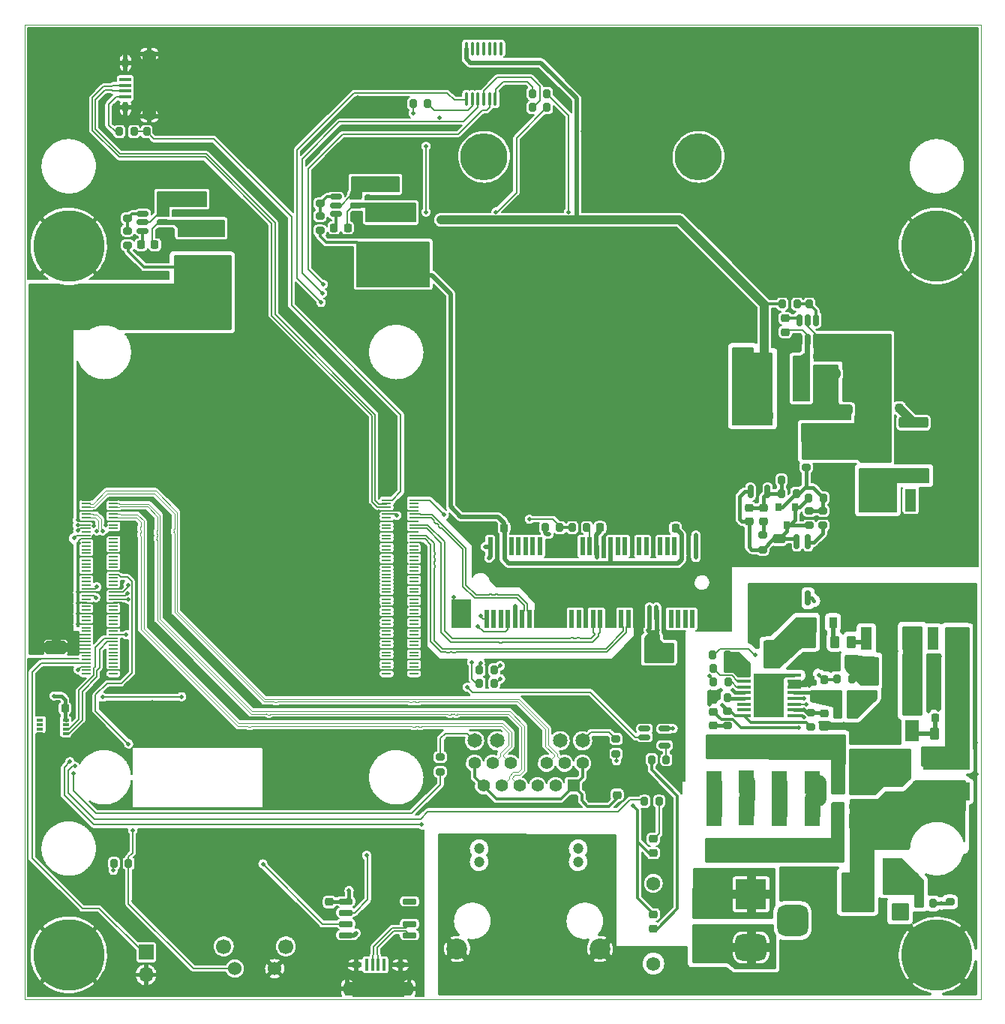
<source format=gbr>
%TF.GenerationSoftware,KiCad,Pcbnew,5.99.0-unknown-b84d1456d5~131~ubuntu20.04.1*%
%TF.CreationDate,2021-09-23T18:16:05-05:00*%
%TF.ProjectId,AP2000,41503230-3030-42e6-9b69-6361645f7063,rev?*%
%TF.SameCoordinates,Original*%
%TF.FileFunction,Copper,L1,Top*%
%TF.FilePolarity,Positive*%
%FSLAX46Y46*%
G04 Gerber Fmt 4.6, Leading zero omitted, Abs format (unit mm)*
G04 Created by KiCad (PCBNEW 5.99.0-unknown-b84d1456d5~131~ubuntu20.04.1) date 2021-09-23 18:16:05*
%MOMM*%
%LPD*%
G01*
G04 APERTURE LIST*
G04 Aperture macros list*
%AMRoundRect*
0 Rectangle with rounded corners*
0 $1 Rounding radius*
0 $2 $3 $4 $5 $6 $7 $8 $9 X,Y pos of 4 corners*
0 Add a 4 corners polygon primitive as box body*
4,1,4,$2,$3,$4,$5,$6,$7,$8,$9,$2,$3,0*
0 Add four circle primitives for the rounded corners*
1,1,$1+$1,$2,$3*
1,1,$1+$1,$4,$5*
1,1,$1+$1,$6,$7*
1,1,$1+$1,$8,$9*
0 Add four rect primitives between the rounded corners*
20,1,$1+$1,$2,$3,$4,$5,0*
20,1,$1+$1,$4,$5,$6,$7,0*
20,1,$1+$1,$6,$7,$8,$9,0*
20,1,$1+$1,$8,$9,$2,$3,0*%
G04 Aperture macros list end*
%TA.AperFunction,Profile*%
%ADD10C,0.100000*%
%TD*%
%TA.AperFunction,SMDPad,CuDef*%
%ADD11RoundRect,0.100000X0.100000X-0.637500X0.100000X0.637500X-0.100000X0.637500X-0.100000X-0.637500X0*%
%TD*%
%TA.AperFunction,SMDPad,CuDef*%
%ADD12RoundRect,0.150000X0.150000X-0.587500X0.150000X0.587500X-0.150000X0.587500X-0.150000X-0.587500X0*%
%TD*%
%TA.AperFunction,ComponentPad*%
%ADD13R,3.500000X3.500000*%
%TD*%
%TA.AperFunction,ComponentPad*%
%ADD14RoundRect,0.750000X1.000000X-0.750000X1.000000X0.750000X-1.000000X0.750000X-1.000000X-0.750000X0*%
%TD*%
%TA.AperFunction,ComponentPad*%
%ADD15RoundRect,0.875000X0.875000X-0.875000X0.875000X0.875000X-0.875000X0.875000X-0.875000X-0.875000X0*%
%TD*%
%TA.AperFunction,WasherPad*%
%ADD16C,5.300000*%
%TD*%
%TA.AperFunction,SMDPad,CuDef*%
%ADD17R,0.600000X2.000000*%
%TD*%
%TA.AperFunction,SMDPad,CuDef*%
%ADD18R,2.300000X3.200000*%
%TD*%
%TA.AperFunction,SMDPad,CuDef*%
%ADD19RoundRect,0.200000X0.275000X-0.200000X0.275000X0.200000X-0.275000X0.200000X-0.275000X-0.200000X0*%
%TD*%
%TA.AperFunction,SMDPad,CuDef*%
%ADD20RoundRect,0.225000X-0.250000X0.225000X-0.250000X-0.225000X0.250000X-0.225000X0.250000X0.225000X0*%
%TD*%
%TA.AperFunction,SMDPad,CuDef*%
%ADD21RoundRect,0.200000X-0.200000X-0.275000X0.200000X-0.275000X0.200000X0.275000X-0.200000X0.275000X0*%
%TD*%
%TA.AperFunction,ComponentPad*%
%ADD22C,1.524000*%
%TD*%
%TA.AperFunction,ComponentPad*%
%ADD23C,1.700000*%
%TD*%
%TA.AperFunction,SMDPad,CuDef*%
%ADD24RoundRect,0.200000X0.200000X0.275000X-0.200000X0.275000X-0.200000X-0.275000X0.200000X-0.275000X0*%
%TD*%
%TA.AperFunction,SMDPad,CuDef*%
%ADD25R,1.800000X2.500000*%
%TD*%
%TA.AperFunction,SMDPad,CuDef*%
%ADD26RoundRect,0.250000X0.475000X-0.250000X0.475000X0.250000X-0.475000X0.250000X-0.475000X-0.250000X0*%
%TD*%
%TA.AperFunction,SMDPad,CuDef*%
%ADD27RoundRect,0.250000X0.650000X-0.325000X0.650000X0.325000X-0.650000X0.325000X-0.650000X-0.325000X0*%
%TD*%
%TA.AperFunction,SMDPad,CuDef*%
%ADD28RoundRect,0.150000X-0.150000X0.662500X-0.150000X-0.662500X0.150000X-0.662500X0.150000X0.662500X0*%
%TD*%
%TA.AperFunction,ComponentPad*%
%ADD29C,1.574800*%
%TD*%
%TA.AperFunction,ConnectorPad*%
%ADD30C,7.400000*%
%TD*%
%TA.AperFunction,ComponentPad*%
%ADD31C,8.000000*%
%TD*%
%TA.AperFunction,SMDPad,CuDef*%
%ADD32R,0.900000X1.200000*%
%TD*%
%TA.AperFunction,SMDPad,CuDef*%
%ADD33R,5.100000X1.900000*%
%TD*%
%TA.AperFunction,SMDPad,CuDef*%
%ADD34RoundRect,0.225000X0.250000X-0.225000X0.250000X0.225000X-0.250000X0.225000X-0.250000X-0.225000X0*%
%TD*%
%TA.AperFunction,SMDPad,CuDef*%
%ADD35RoundRect,0.250000X-0.262500X-0.450000X0.262500X-0.450000X0.262500X0.450000X-0.262500X0.450000X0*%
%TD*%
%TA.AperFunction,SMDPad,CuDef*%
%ADD36RoundRect,0.150000X0.650000X0.150000X-0.650000X0.150000X-0.650000X-0.150000X0.650000X-0.150000X0*%
%TD*%
%TA.AperFunction,SMDPad,CuDef*%
%ADD37R,0.800000X0.900000*%
%TD*%
%TA.AperFunction,SMDPad,CuDef*%
%ADD38R,1.900000X5.100000*%
%TD*%
%TA.AperFunction,SMDPad,CuDef*%
%ADD39RoundRect,0.250000X-0.250000X-0.475000X0.250000X-0.475000X0.250000X0.475000X-0.250000X0.475000X0*%
%TD*%
%TA.AperFunction,SMDPad,CuDef*%
%ADD40RoundRect,0.150000X0.512500X0.150000X-0.512500X0.150000X-0.512500X-0.150000X0.512500X-0.150000X0*%
%TD*%
%TA.AperFunction,SMDPad,CuDef*%
%ADD41RoundRect,0.225000X0.225000X0.250000X-0.225000X0.250000X-0.225000X-0.250000X0.225000X-0.250000X0*%
%TD*%
%TA.AperFunction,SMDPad,CuDef*%
%ADD42RoundRect,0.225000X-0.225000X-0.250000X0.225000X-0.250000X0.225000X0.250000X-0.225000X0.250000X0*%
%TD*%
%TA.AperFunction,SMDPad,CuDef*%
%ADD43RoundRect,0.150000X-0.725000X-0.150000X0.725000X-0.150000X0.725000X0.150000X-0.725000X0.150000X0*%
%TD*%
%TA.AperFunction,SMDPad,CuDef*%
%ADD44RoundRect,0.250000X-0.325000X-0.650000X0.325000X-0.650000X0.325000X0.650000X-0.325000X0.650000X0*%
%TD*%
%TA.AperFunction,SMDPad,CuDef*%
%ADD45RoundRect,0.218750X-0.218750X-0.381250X0.218750X-0.381250X0.218750X0.381250X-0.218750X0.381250X0*%
%TD*%
%TA.AperFunction,SMDPad,CuDef*%
%ADD46RoundRect,0.200000X-0.275000X0.200000X-0.275000X-0.200000X0.275000X-0.200000X0.275000X0.200000X0*%
%TD*%
%TA.AperFunction,SMDPad,CuDef*%
%ADD47RoundRect,0.250000X-0.650000X0.325000X-0.650000X-0.325000X0.650000X-0.325000X0.650000X0.325000X0*%
%TD*%
%TA.AperFunction,SMDPad,CuDef*%
%ADD48RoundRect,0.250001X-0.924999X0.499999X-0.924999X-0.499999X0.924999X-0.499999X0.924999X0.499999X0*%
%TD*%
%TA.AperFunction,SMDPad,CuDef*%
%ADD49RoundRect,0.150000X0.150000X-0.512500X0.150000X0.512500X-0.150000X0.512500X-0.150000X-0.512500X0*%
%TD*%
%TA.AperFunction,SMDPad,CuDef*%
%ADD50R,1.500000X2.400000*%
%TD*%
%TA.AperFunction,SMDPad,CuDef*%
%ADD51R,1.500000X1.050000*%
%TD*%
%TA.AperFunction,SMDPad,CuDef*%
%ADD52RoundRect,0.250000X-1.000000X1.950000X-1.000000X-1.950000X1.000000X-1.950000X1.000000X1.950000X0*%
%TD*%
%TA.AperFunction,ComponentPad*%
%ADD53R,1.700000X1.700000*%
%TD*%
%TA.AperFunction,ComponentPad*%
%ADD54O,1.700000X1.700000*%
%TD*%
%TA.AperFunction,SMDPad,CuDef*%
%ADD55RoundRect,0.250000X1.100000X-0.325000X1.100000X0.325000X-1.100000X0.325000X-1.100000X-0.325000X0*%
%TD*%
%TA.AperFunction,SMDPad,CuDef*%
%ADD56RoundRect,0.250000X-1.425000X0.362500X-1.425000X-0.362500X1.425000X-0.362500X1.425000X0.362500X0*%
%TD*%
%TA.AperFunction,SMDPad,CuDef*%
%ADD57RoundRect,0.250000X-0.475000X0.250000X-0.475000X-0.250000X0.475000X-0.250000X0.475000X0.250000X0*%
%TD*%
%TA.AperFunction,SMDPad,CuDef*%
%ADD58R,5.300000X2.000000*%
%TD*%
%TA.AperFunction,SMDPad,CuDef*%
%ADD59RoundRect,0.250000X0.262500X0.450000X-0.262500X0.450000X-0.262500X-0.450000X0.262500X-0.450000X0*%
%TD*%
%TA.AperFunction,SMDPad,CuDef*%
%ADD60R,1.350000X0.400000*%
%TD*%
%TA.AperFunction,ComponentPad*%
%ADD61O,1.550000X0.775000*%
%TD*%
%TA.AperFunction,ComponentPad*%
%ADD62O,0.650000X1.300000*%
%TD*%
%TA.AperFunction,SMDPad,CuDef*%
%ADD63R,1.550000X1.500000*%
%TD*%
%TA.AperFunction,SMDPad,CuDef*%
%ADD64R,0.400000X1.350000*%
%TD*%
%TA.AperFunction,SMDPad,CuDef*%
%ADD65R,1.500000X1.550000*%
%TD*%
%TA.AperFunction,ComponentPad*%
%ADD66O,1.300000X0.650000*%
%TD*%
%TA.AperFunction,ComponentPad*%
%ADD67O,0.775000X1.550000*%
%TD*%
%TA.AperFunction,SMDPad,CuDef*%
%ADD68R,1.000000X0.220000*%
%TD*%
%TA.AperFunction,ComponentPad*%
%ADD69R,1.398000X1.398000*%
%TD*%
%TA.AperFunction,ComponentPad*%
%ADD70C,1.398000*%
%TD*%
%TA.AperFunction,ComponentPad*%
%ADD71C,1.200000*%
%TD*%
%TA.AperFunction,ComponentPad*%
%ADD72C,1.650000*%
%TD*%
%TA.AperFunction,ComponentPad*%
%ADD73C,2.362500*%
%TD*%
%TA.AperFunction,SMDPad,CuDef*%
%ADD74RoundRect,0.250000X0.325000X1.100000X-0.325000X1.100000X-0.325000X-1.100000X0.325000X-1.100000X0*%
%TD*%
%TA.AperFunction,SMDPad,CuDef*%
%ADD75RoundRect,0.250000X0.325000X0.650000X-0.325000X0.650000X-0.325000X-0.650000X0.325000X-0.650000X0*%
%TD*%
%TA.AperFunction,SMDPad,CuDef*%
%ADD76RoundRect,0.250000X0.550000X-1.250000X0.550000X1.250000X-0.550000X1.250000X-0.550000X-1.250000X0*%
%TD*%
%TA.AperFunction,SMDPad,CuDef*%
%ADD77R,3.360000X4.860000*%
%TD*%
%TA.AperFunction,SMDPad,CuDef*%
%ADD78R,1.390000X1.400000*%
%TD*%
%TA.AperFunction,SMDPad,CuDef*%
%ADD79R,0.750000X0.300000*%
%TD*%
%TA.AperFunction,SMDPad,CuDef*%
%ADD80R,1.300000X1.500000*%
%TD*%
%TA.AperFunction,SMDPad,CuDef*%
%ADD81RoundRect,0.218750X-0.381250X0.218750X-0.381250X-0.218750X0.381250X-0.218750X0.381250X0.218750X0*%
%TD*%
%TA.AperFunction,SMDPad,CuDef*%
%ADD82R,1.270000X2.540000*%
%TD*%
%TA.AperFunction,SMDPad,CuDef*%
%ADD83RoundRect,0.250000X-0.312500X-0.625000X0.312500X-0.625000X0.312500X0.625000X-0.312500X0.625000X0*%
%TD*%
%TA.AperFunction,SMDPad,CuDef*%
%ADD84RoundRect,0.150000X-0.512500X-0.150000X0.512500X-0.150000X0.512500X0.150000X-0.512500X0.150000X0*%
%TD*%
%TA.AperFunction,SMDPad,CuDef*%
%ADD85RoundRect,0.218750X0.381250X-0.218750X0.381250X0.218750X-0.381250X0.218750X-0.381250X-0.218750X0*%
%TD*%
%TA.AperFunction,SMDPad,CuDef*%
%ADD86RoundRect,0.100000X-0.687500X-0.100000X0.687500X-0.100000X0.687500X0.100000X-0.687500X0.100000X0*%
%TD*%
%TA.AperFunction,ComponentPad*%
%ADD87C,0.500000*%
%TD*%
%TA.AperFunction,SMDPad,CuDef*%
%ADD88R,3.400000X5.000000*%
%TD*%
%TA.AperFunction,SMDPad,CuDef*%
%ADD89RoundRect,0.218750X-0.256250X0.218750X-0.256250X-0.218750X0.256250X-0.218750X0.256250X0.218750X0*%
%TD*%
%TA.AperFunction,SMDPad,CuDef*%
%ADD90RoundRect,0.218750X0.256250X-0.218750X0.256250X0.218750X-0.256250X0.218750X-0.256250X-0.218750X0*%
%TD*%
%TA.AperFunction,ViaPad*%
%ADD91C,0.500000*%
%TD*%
%TA.AperFunction,Conductor*%
%ADD92C,0.127000*%
%TD*%
%TA.AperFunction,Conductor*%
%ADD93C,0.508000*%
%TD*%
%TA.AperFunction,Conductor*%
%ADD94C,0.406400*%
%TD*%
%TA.AperFunction,Conductor*%
%ADD95C,0.153162*%
%TD*%
%TA.AperFunction,Conductor*%
%ADD96C,0.203200*%
%TD*%
%TA.AperFunction,Conductor*%
%ADD97C,0.152400*%
%TD*%
%TA.AperFunction,Conductor*%
%ADD98C,1.778000*%
%TD*%
%TA.AperFunction,Conductor*%
%ADD99C,0.304800*%
%TD*%
%TA.AperFunction,Conductor*%
%ADD100C,0.171704*%
%TD*%
%TA.AperFunction,Conductor*%
%ADD101C,1.016000*%
%TD*%
%TA.AperFunction,Conductor*%
%ADD102C,0.355600*%
%TD*%
%TA.AperFunction,Conductor*%
%ADD103C,0.122174*%
%TD*%
%TA.AperFunction,Conductor*%
%ADD104C,0.177800*%
%TD*%
%TA.AperFunction,Conductor*%
%ADD105C,0.254000*%
%TD*%
G04 APERTURE END LIST*
D10*
X108000000Y0D02*
X108000000Y-110000000D01*
X0Y0D02*
X108000000Y0D01*
X0Y-110000000D02*
X108000000Y-110000000D01*
X0Y-110000000D02*
X0Y0D01*
D11*
X49903000Y-8419500D03*
X50553000Y-8419500D03*
X51203000Y-8419500D03*
X51853000Y-8419500D03*
X52503000Y-8419500D03*
X53153000Y-8419500D03*
X53803000Y-8419500D03*
X53803000Y-2694500D03*
X53153000Y-2694500D03*
X52503000Y-2694500D03*
X51853000Y-2694500D03*
X51203000Y-2694500D03*
X50553000Y-2694500D03*
X49903000Y-2694500D03*
D12*
X82940000Y-50835000D03*
X83890000Y-52710000D03*
X81990000Y-52710000D03*
D13*
X82000000Y-98130000D03*
D14*
X82000000Y-104130000D03*
D15*
X86700000Y-101130000D03*
D16*
X76091000Y-14937000D03*
X51891000Y-14937000D03*
D17*
X52191000Y-67087000D03*
X52591000Y-58887000D03*
X52991000Y-67087000D03*
X53391000Y-58887000D03*
X53791000Y-67087000D03*
X54191000Y-58887000D03*
X54591000Y-67087000D03*
X54991000Y-58887000D03*
X55391000Y-67087000D03*
X55791000Y-58887000D03*
X56191000Y-67087000D03*
X56591000Y-58887000D03*
X56991000Y-67087000D03*
X57391000Y-58887000D03*
X57791000Y-67087000D03*
X58191000Y-58887000D03*
X61791000Y-67087000D03*
X62191000Y-58887000D03*
X62591000Y-67087000D03*
X62991000Y-58887000D03*
X63391000Y-67087000D03*
X63791000Y-58887000D03*
X64191000Y-67087000D03*
X64591000Y-58887000D03*
X64991000Y-67087000D03*
X65391000Y-58887000D03*
X65791000Y-67087000D03*
X66191000Y-58887000D03*
X66591000Y-67087000D03*
X66991000Y-58887000D03*
X67391000Y-67087000D03*
X67791000Y-58887000D03*
X68191000Y-67087000D03*
X68591000Y-58887000D03*
X68991000Y-67087000D03*
X69391000Y-58887000D03*
X69791000Y-67087000D03*
X70191000Y-58887000D03*
X70591000Y-67087000D03*
X70991000Y-58887000D03*
X71391000Y-67087000D03*
X71791000Y-58887000D03*
X72191000Y-67087000D03*
X72591000Y-58887000D03*
X72991000Y-67087000D03*
X73391000Y-58887000D03*
X73791000Y-67087000D03*
X74191000Y-58887000D03*
X74591000Y-67087000D03*
X74991000Y-58887000D03*
X75391000Y-67087000D03*
X75791000Y-58887000D03*
D18*
X78641000Y-66487000D03*
X49341000Y-66487000D03*
D19*
X104490000Y-99035000D03*
X104490000Y-97385000D03*
X11639300Y-24926000D03*
X11639300Y-23276000D03*
D20*
X90310000Y-77716000D03*
X90310000Y-79266000D03*
D21*
X13803000Y-12091000D03*
X15453000Y-12091000D03*
D22*
X23750000Y-106550000D03*
X28250000Y-106550000D03*
D23*
X22500000Y-104050000D03*
X29500000Y-104050000D03*
D19*
X11639300Y-21878000D03*
X11639300Y-20228000D03*
D24*
X79371000Y-71107000D03*
X77721000Y-71107000D03*
D25*
X97740000Y-91360000D03*
X97740000Y-95360000D03*
D26*
X91365332Y-35813699D03*
X91365332Y-33913699D03*
D19*
X83334000Y-59286000D03*
X83334000Y-57636000D03*
D27*
X92556407Y-46415487D03*
X92556407Y-43465487D03*
D26*
X17717500Y-19407001D03*
X17717500Y-17507001D03*
D24*
X87117000Y-51399000D03*
X85467000Y-51399000D03*
D28*
X88458600Y-58371200D03*
X87188600Y-58371200D03*
X87188600Y-64746200D03*
X88458600Y-64746200D03*
D21*
X91738000Y-73888000D03*
X93388000Y-73888000D03*
X85471000Y-52942000D03*
X87121000Y-52942000D03*
D29*
X71000000Y-96932200D03*
X71000000Y-106000000D03*
D30*
X103000000Y-25000000D03*
D31*
X103000000Y-25000000D03*
D25*
X81526799Y-85497054D03*
X81526799Y-81497054D03*
D32*
X87996000Y-67487000D03*
X91296000Y-67487000D03*
D33*
X41596199Y-21247003D03*
X41596199Y-25447003D03*
D34*
X85886400Y-34698899D03*
X85886400Y-33148899D03*
D32*
X89992000Y-75784000D03*
X93292000Y-75784000D03*
D25*
X85237397Y-85509854D03*
X85237397Y-81509854D03*
D24*
X45534000Y-8951000D03*
X43884000Y-8951000D03*
D34*
X95615991Y-87875000D03*
X95615991Y-86325000D03*
D35*
X91479000Y-69666000D03*
X93304000Y-69666000D03*
D27*
X81069000Y-38059000D03*
X81069000Y-35109000D03*
D36*
X43482000Y-102783000D03*
X43482000Y-101513000D03*
X43482000Y-100243000D03*
X43482000Y-98973000D03*
X36282000Y-98973000D03*
X36282000Y-100243000D03*
X36282000Y-101513000D03*
X36282000Y-102783000D03*
D37*
X87000000Y-54489600D03*
X85100000Y-54489600D03*
X86050000Y-56489600D03*
D25*
X88945797Y-85529054D03*
X88945797Y-81529054D03*
D21*
X91756000Y-77740000D03*
X93406000Y-77740000D03*
X51382000Y-74353000D03*
X53032000Y-74353000D03*
D38*
X87722400Y-39969099D03*
X83522400Y-39969099D03*
D24*
X71649000Y-87681800D03*
X69999000Y-87681800D03*
D39*
X100990000Y-97410000D03*
X102890000Y-97410000D03*
D40*
X37425099Y-21352600D03*
X37425099Y-20402600D03*
X37425099Y-19452600D03*
X35150099Y-19452600D03*
X35150099Y-20402600D03*
X35150099Y-21352600D03*
D41*
X36491398Y-22942600D03*
X34941398Y-22942600D03*
D34*
X37686999Y-17837000D03*
X37686999Y-16287000D03*
D42*
X64980809Y-56776810D03*
X66530809Y-56776810D03*
D43*
X95221000Y-71689000D03*
X95221000Y-72959000D03*
X95221000Y-74229000D03*
X95221000Y-75499000D03*
X100371000Y-75499000D03*
X100371000Y-74229000D03*
X100371000Y-72959000D03*
X100371000Y-71689000D03*
D44*
X22055000Y-32002000D03*
X25005000Y-32002000D03*
D45*
X91769797Y-89961105D03*
X93894797Y-89961105D03*
D25*
X98209991Y-88255000D03*
X98209991Y-84255000D03*
D46*
X79338000Y-77496000D03*
X79338000Y-79146000D03*
D24*
X63494409Y-56785810D03*
X61844409Y-56785810D03*
D41*
X104408000Y-78258000D03*
X102858000Y-78258000D03*
D25*
X85237397Y-93149054D03*
X85237397Y-89149054D03*
D41*
X98759007Y-43298987D03*
X97209007Y-43298987D03*
D24*
X60448410Y-56795210D03*
X58798410Y-56795210D03*
D41*
X4583000Y-77166000D03*
X3033000Y-77166000D03*
D47*
X44364799Y-28272803D03*
X44364799Y-31222803D03*
D19*
X33366599Y-20211600D03*
X33366599Y-18561600D03*
D24*
X79415000Y-76006000D03*
X77765000Y-76006000D03*
D48*
X71697000Y-70802000D03*
X71697000Y-74052000D03*
D49*
X87476400Y-35620199D03*
X88426400Y-35620199D03*
X89376400Y-35620199D03*
X89376400Y-33345199D03*
X88426400Y-33345199D03*
X87476400Y-33345199D03*
D50*
X100184000Y-79680000D03*
D51*
X100184000Y-77305000D03*
D33*
X20046700Y-22983400D03*
X20046700Y-27183400D03*
D52*
X93740000Y-97960000D03*
X93740000Y-105360000D03*
D21*
X100915000Y-99210000D03*
X102565000Y-99210000D03*
D46*
X66800000Y-80654000D03*
X66800000Y-82304000D03*
D26*
X91800895Y-88270905D03*
X91800895Y-86370905D03*
D53*
X13740000Y-104710000D03*
D54*
X13740000Y-107250000D03*
D45*
X91713797Y-84681105D03*
X93838797Y-84681105D03*
D41*
X90317000Y-73902000D03*
X88767000Y-73902000D03*
D55*
X91102000Y-63633000D03*
X91102000Y-60683000D03*
D56*
X100384007Y-44936487D03*
X100384007Y-50861487D03*
D19*
X33366599Y-23259600D03*
X33366599Y-21609600D03*
D26*
X93837895Y-88264905D03*
X93837895Y-86364905D03*
D19*
X88254000Y-49958000D03*
X88254000Y-48308000D03*
D34*
X83404000Y-56104000D03*
X83404000Y-54554000D03*
D57*
X76124000Y-100220000D03*
X76124000Y-102120000D03*
D47*
X90219000Y-48166000D03*
X90219000Y-51116000D03*
D21*
X57350000Y-9372000D03*
X59000000Y-9372000D03*
X51382000Y-72839000D03*
X53032000Y-72839000D03*
D25*
X77840000Y-93138911D03*
X77840000Y-89138911D03*
D21*
X85569400Y-31561699D03*
X87219400Y-31561699D03*
X10722000Y-12090000D03*
X12372000Y-12090000D03*
D58*
X104071500Y-86552878D03*
X104071500Y-83052878D03*
D59*
X104543500Y-80018000D03*
X102718500Y-80018000D03*
D60*
X11409999Y-8151000D03*
X11409999Y-7501000D03*
X11409999Y-6851000D03*
X11409999Y-6201000D03*
X11409999Y-5551000D03*
D61*
X14109999Y-10351000D03*
D62*
X11409999Y-4351000D03*
D63*
X14109999Y-7851000D03*
D62*
X11409999Y-9351000D03*
D63*
X14109999Y-9821000D03*
D61*
X14109999Y-3351000D03*
D63*
X14099999Y-3901000D03*
X14104999Y-5841000D03*
D64*
X38648002Y-106126503D03*
X39298002Y-106126503D03*
X39948002Y-106126503D03*
X40598002Y-106126503D03*
X41248002Y-106126503D03*
D65*
X36978002Y-108826503D03*
X40958002Y-108821503D03*
X38948002Y-108826503D03*
X42898002Y-108816503D03*
D66*
X37448002Y-106126503D03*
D67*
X43448002Y-108826503D03*
X36448002Y-108826503D03*
D66*
X42448002Y-106126503D03*
D44*
X22046000Y-29648000D03*
X24996000Y-29648000D03*
D42*
X70981800Y-68976800D03*
X72531800Y-68976800D03*
D68*
X6971782Y-53665187D03*
X10051782Y-53665187D03*
X6971782Y-54065187D03*
X10051782Y-54065187D03*
X6971782Y-54465187D03*
X10051782Y-54465187D03*
X6971782Y-54865187D03*
X10051782Y-54865187D03*
X6971782Y-55265187D03*
X10051782Y-55265187D03*
X6971782Y-55665187D03*
X10051782Y-55665187D03*
X6971782Y-56065187D03*
X10051782Y-56065187D03*
X6971782Y-56465187D03*
X10051782Y-56465187D03*
X6971782Y-56865187D03*
X10051782Y-56865187D03*
X6971782Y-57265187D03*
X10051782Y-57265187D03*
X6971782Y-57665187D03*
X10051782Y-57665187D03*
X6971782Y-58065187D03*
X10051782Y-58065187D03*
X6971782Y-58465187D03*
X10051782Y-58465187D03*
X6971782Y-58865187D03*
X10051782Y-58865187D03*
X6971782Y-59265187D03*
X10051782Y-59265187D03*
X6971782Y-59665187D03*
X10051782Y-59665187D03*
X6971782Y-60065187D03*
X10051782Y-60065187D03*
X6971782Y-60465187D03*
X10051782Y-60465187D03*
X6971782Y-60865187D03*
X10051782Y-60865187D03*
X6971782Y-61265187D03*
X10051782Y-61265187D03*
X6971782Y-61665187D03*
X10051782Y-61665187D03*
X6971782Y-62065187D03*
X10051782Y-62065187D03*
X6971782Y-62465187D03*
X10051782Y-62465187D03*
X6971782Y-62865187D03*
X10051782Y-62865187D03*
X6971782Y-63265187D03*
X10051782Y-63265187D03*
X6971782Y-63665187D03*
X10051782Y-63665187D03*
X6971782Y-64065187D03*
X10051782Y-64065187D03*
X6971782Y-64465187D03*
X10051782Y-64465187D03*
X6971782Y-64865187D03*
X10051782Y-64865187D03*
X6971782Y-65265187D03*
X10051782Y-65265187D03*
X6971782Y-65665187D03*
X10051782Y-65665187D03*
X6971782Y-66065187D03*
X10051782Y-66065187D03*
X6971782Y-66465187D03*
X10051782Y-66465187D03*
X6971782Y-66865187D03*
X10051782Y-66865187D03*
X6971782Y-67265187D03*
X10051782Y-67265187D03*
X6971782Y-67665187D03*
X10051782Y-67665187D03*
X6971782Y-68065187D03*
X10051782Y-68065187D03*
X6971782Y-68465187D03*
X10051782Y-68465187D03*
X6971782Y-68865187D03*
X10051782Y-68865187D03*
X6971782Y-69265187D03*
X10051782Y-69265187D03*
X6971782Y-69665187D03*
X10051782Y-69665187D03*
X6971782Y-70065187D03*
X10051782Y-70065187D03*
X6971782Y-70465187D03*
X10051782Y-70465187D03*
X6971782Y-70865187D03*
X10051782Y-70865187D03*
X6971782Y-71265187D03*
X10051782Y-71265187D03*
X6971782Y-71665187D03*
X10051782Y-71665187D03*
X6971782Y-72065187D03*
X10051782Y-72065187D03*
X6971782Y-72465187D03*
X10051782Y-72465187D03*
X6971782Y-72865187D03*
X10051782Y-72865187D03*
X6971782Y-73265187D03*
X10051782Y-73265187D03*
X40891782Y-53665187D03*
X43971782Y-53665187D03*
X40891782Y-54065187D03*
X43971782Y-54065187D03*
X40891782Y-54465187D03*
X43971782Y-54465187D03*
X40891782Y-54865187D03*
X43971782Y-54865187D03*
X40891782Y-55265187D03*
X43971782Y-55265187D03*
X40891782Y-55665187D03*
X43971782Y-55665187D03*
X40891782Y-56065187D03*
X43971782Y-56065187D03*
X40891782Y-56465187D03*
X43971782Y-56465187D03*
X40891782Y-56865187D03*
X43971782Y-56865187D03*
X40891782Y-57265187D03*
X43971782Y-57265187D03*
X40891782Y-57665187D03*
X43971782Y-57665187D03*
X40891782Y-58065187D03*
X43971782Y-58065187D03*
X40891782Y-58465187D03*
X43971782Y-58465187D03*
X40891782Y-58865187D03*
X43971782Y-58865187D03*
X40891782Y-59265187D03*
X43971782Y-59265187D03*
X40891782Y-59665187D03*
X43971782Y-59665187D03*
X40891782Y-60065187D03*
X43971782Y-60065187D03*
X40891782Y-60465187D03*
X43971782Y-60465187D03*
X40891782Y-60865187D03*
X43971782Y-60865187D03*
X40891782Y-61265187D03*
X43971782Y-61265187D03*
X40891782Y-61665187D03*
X43971782Y-61665187D03*
X40891782Y-62065187D03*
X43971782Y-62065187D03*
X40891782Y-62465187D03*
X43971782Y-62465187D03*
X40891782Y-62865187D03*
X43971782Y-62865187D03*
X40891782Y-63265187D03*
X43971782Y-63265187D03*
X40891782Y-63665187D03*
X43971782Y-63665187D03*
X40891782Y-64065187D03*
X43971782Y-64065187D03*
X40891782Y-64465187D03*
X43971782Y-64465187D03*
X40891782Y-64865187D03*
X43971782Y-64865187D03*
X40891782Y-65265187D03*
X43971782Y-65265187D03*
X40891782Y-65665187D03*
X43971782Y-65665187D03*
X40891782Y-66065187D03*
X43971782Y-66065187D03*
X40891782Y-66465187D03*
X43971782Y-66465187D03*
X40891782Y-66865187D03*
X43971782Y-66865187D03*
X40891782Y-67265187D03*
X43971782Y-67265187D03*
X40891782Y-67665187D03*
X43971782Y-67665187D03*
X40891782Y-68065187D03*
X43971782Y-68065187D03*
X40891782Y-68465187D03*
X43971782Y-68465187D03*
X40891782Y-68865187D03*
X43971782Y-68865187D03*
X40891782Y-69265187D03*
X43971782Y-69265187D03*
X40891782Y-69665187D03*
X43971782Y-69665187D03*
X40891782Y-70065187D03*
X43971782Y-70065187D03*
X40891782Y-70465187D03*
X43971782Y-70465187D03*
X40891782Y-70865187D03*
X43971782Y-70865187D03*
X40891782Y-71265187D03*
X43971782Y-71265187D03*
X40891782Y-71665187D03*
X43971782Y-71665187D03*
X40891782Y-72065187D03*
X43971782Y-72065187D03*
X40891782Y-72465187D03*
X43971782Y-72465187D03*
X40891782Y-72865187D03*
X43971782Y-72865187D03*
X40891782Y-73265187D03*
X43971782Y-73265187D03*
D31*
X103000000Y-105000000D03*
D30*
X103000000Y-105000000D03*
D26*
X19843500Y-19404000D03*
X19843500Y-17504000D03*
D69*
X61995000Y-85920000D03*
D70*
X59963000Y-85920000D03*
X57931000Y-85920000D03*
X55899000Y-85920000D03*
X53867000Y-85920000D03*
X51835000Y-85920000D03*
X63011000Y-83380000D03*
X60979000Y-83380000D03*
X58947000Y-83380000D03*
X54883000Y-83380000D03*
X52851000Y-83380000D03*
X50819000Y-83380000D03*
D71*
X62503000Y-93030000D03*
X51327000Y-93030000D03*
X62503000Y-94520000D03*
X51327000Y-94520000D03*
D72*
X63011000Y-80840000D03*
X60471000Y-80840000D03*
X53359000Y-80840000D03*
X50819000Y-80840000D03*
D73*
X64980000Y-104335000D03*
X48850000Y-104335000D03*
D20*
X89561932Y-37466899D03*
X89561932Y-39016899D03*
D74*
X105351000Y-72491000D03*
X102401000Y-72491000D03*
D24*
X79424000Y-74222000D03*
X77774000Y-74222000D03*
D40*
X15647000Y-23275000D03*
X15647000Y-22325000D03*
X15647000Y-21375000D03*
X13372000Y-21375000D03*
X13372000Y-22325000D03*
X13372000Y-23275000D03*
D75*
X38373999Y-28274603D03*
X35423999Y-28274603D03*
D26*
X41581999Y-17868000D03*
X41581999Y-15968000D03*
D41*
X54148410Y-56809811D03*
X52598410Y-56809811D03*
D34*
X15779500Y-19430000D03*
X15779500Y-17880000D03*
D57*
X85188000Y-58061000D03*
X85188000Y-59961000D03*
D19*
X90154000Y-56540000D03*
X90154000Y-54890000D03*
D41*
X14709700Y-24863000D03*
X13159700Y-24863000D03*
D19*
X88604000Y-56540000D03*
X88604000Y-54890000D03*
D31*
X5000000Y-25000000D03*
D30*
X5000000Y-25000000D03*
D47*
X92586000Y-48163000D03*
X92586000Y-51113000D03*
D20*
X77799000Y-77556000D03*
X77799000Y-79106000D03*
D47*
X83618000Y-44144000D03*
X83618000Y-47094000D03*
D76*
X84311400Y-71009600D03*
X84311400Y-66609600D03*
D77*
X96109007Y-47003987D03*
D78*
X97029007Y-50985987D03*
X95189007Y-50985987D03*
D57*
X91365332Y-37510299D03*
X91365332Y-39410299D03*
D74*
X105351000Y-75841000D03*
X102401000Y-75841000D03*
D79*
X1770000Y-78513000D03*
X1770000Y-79013000D03*
X1770000Y-79513000D03*
X1770000Y-80013000D03*
X4670000Y-80013000D03*
X4670000Y-79513000D03*
X4670000Y-79013000D03*
X4670000Y-78513000D03*
D80*
X3220000Y-79263000D03*
D21*
X10115000Y-94660000D03*
X11765000Y-94660000D03*
D81*
X76314000Y-104749500D03*
X76314000Y-106874500D03*
D24*
X79412000Y-72684000D03*
X77762000Y-72684000D03*
D21*
X57335000Y-7782000D03*
X58985000Y-7782000D03*
D48*
X3514000Y-70299000D03*
X3514000Y-73549000D03*
D25*
X77840000Y-85499711D03*
X77840000Y-81499711D03*
D21*
X88617400Y-31561699D03*
X90267400Y-31561699D03*
D82*
X105047000Y-69287000D03*
X102547000Y-69287000D03*
X100047000Y-69287000D03*
X97547000Y-69287000D03*
X95047000Y-69287000D03*
X95047000Y-53667000D03*
X97547000Y-53667000D03*
X100047000Y-53667000D03*
X102547000Y-53667000D03*
X105047000Y-53667000D03*
D83*
X90259500Y-71981000D03*
X93184500Y-71981000D03*
D41*
X73509604Y-56859005D03*
X71959604Y-56859005D03*
D25*
X81526799Y-93136254D03*
X81526799Y-89136254D03*
D20*
X34429000Y-99018000D03*
X34429000Y-100568000D03*
D27*
X90205000Y-46414000D03*
X90205000Y-43464000D03*
D34*
X66909600Y-86943200D03*
X66909600Y-85393200D03*
D57*
X88330000Y-69476000D03*
X88330000Y-71376000D03*
D84*
X70014100Y-79478800D03*
X70014100Y-80428800D03*
X70014100Y-81378800D03*
X72289100Y-81378800D03*
X72289100Y-79478800D03*
D85*
X99240000Y-99772500D03*
X99240000Y-97647500D03*
D47*
X81164000Y-44137000D03*
X81164000Y-47087000D03*
X40935799Y-28272803D03*
X40935799Y-31222803D03*
D86*
X81201500Y-73446000D03*
X81201500Y-74096000D03*
X81201500Y-74746000D03*
X81201500Y-75396000D03*
X81201500Y-76046000D03*
X81201500Y-76696000D03*
X81201500Y-77346000D03*
X81201500Y-77996000D03*
X86926500Y-77996000D03*
X86926500Y-77346000D03*
X86926500Y-76696000D03*
X86926500Y-76046000D03*
X86926500Y-75396000D03*
X86926500Y-74746000D03*
X86926500Y-74096000D03*
X86926500Y-73446000D03*
D87*
X82714000Y-77671000D03*
X85414000Y-75071000D03*
D88*
X84064000Y-75721000D03*
D87*
X84064000Y-76371000D03*
X82714000Y-75071000D03*
X84064000Y-77671000D03*
X84064000Y-73771000D03*
X82714000Y-73771000D03*
X85414000Y-76371000D03*
X82714000Y-76371000D03*
X84064000Y-75071000D03*
X85414000Y-77671000D03*
X85414000Y-73771000D03*
D21*
X70816000Y-82969200D03*
X72466000Y-82969200D03*
D34*
X81849000Y-56108000D03*
X81849000Y-54558000D03*
D89*
X71000000Y-91928300D03*
X71000000Y-93503300D03*
D46*
X46957000Y-82690000D03*
X46957000Y-84340000D03*
D19*
X88790000Y-79309000D03*
X88790000Y-77659000D03*
D25*
X88945797Y-93168254D03*
X88945797Y-89168254D03*
D26*
X39514999Y-17875000D03*
X39514999Y-15975000D03*
D31*
X5000000Y-105000000D03*
D30*
X5000000Y-105000000D03*
D90*
X71000000Y-102012300D03*
X71000000Y-100437300D03*
D21*
X88536000Y-53441000D03*
X90186000Y-53441000D03*
D91*
X103490000Y-99210000D03*
X43108999Y-17240000D03*
X37455000Y-62070000D03*
X31890000Y-85790000D03*
X9125000Y-65300000D03*
X24755000Y-69690000D03*
X77887000Y-39293000D03*
X70267000Y-54533000D03*
X43042000Y-70465000D03*
X27826000Y-87822000D03*
X75347000Y-36753000D03*
X27826000Y-81726000D03*
X72807000Y-44373000D03*
X55027000Y-39293000D03*
X62647000Y-51993000D03*
X15703000Y-24246000D03*
X55027000Y-31673000D03*
X32375000Y-56990000D03*
X9515000Y-49370000D03*
X17135000Y-41750000D03*
X55027000Y-36753000D03*
X16593000Y-23208000D03*
X105111000Y-55258000D03*
X77887000Y-44373000D03*
X62647000Y-46913000D03*
X34915000Y-64610000D03*
X65187000Y-49453000D03*
X37455000Y-59530000D03*
X58690000Y-6210000D03*
X37455000Y-69690000D03*
X105110000Y-51910000D03*
X39981000Y-69279000D03*
X60107000Y-51993000D03*
X6137990Y-62072400D03*
X9201790Y-59677200D03*
X43050000Y-72876000D03*
X81820000Y-60990000D03*
X52487000Y-39293000D03*
X39981000Y-56076000D03*
X60107000Y-41833000D03*
X79517000Y-34952000D03*
X57567000Y-51993000D03*
X102860000Y-51960000D03*
X6089000Y-65291000D03*
X11000000Y-63513000D03*
X73990000Y-85060000D03*
X77887000Y-29133000D03*
X29835000Y-49370000D03*
X8931000Y-54248000D03*
X91380000Y-42670000D03*
X22215000Y-49370000D03*
X34915000Y-44290000D03*
X9515000Y-41750000D03*
X26176500Y-30618001D03*
X34915000Y-72230000D03*
X29835000Y-54450000D03*
X27295000Y-41750000D03*
X29858000Y-83758000D03*
X18790000Y-17240000D03*
X31890000Y-83758000D03*
X27295000Y-67150000D03*
X71120000Y-17300000D03*
X14110000Y-70940000D03*
X14166000Y-81261000D03*
X6104800Y-58548000D03*
X39979000Y-70466000D03*
X47140000Y-1950000D03*
X7827300Y-66487200D03*
X10905400Y-57506600D03*
X57567000Y-31673000D03*
X19675000Y-41750000D03*
X34240000Y-28560000D03*
X22215000Y-39210000D03*
X65187000Y-44373000D03*
X65187000Y-41833000D03*
X44845000Y-72872000D03*
X11032400Y-56211200D03*
X44796790Y-62072400D03*
X72807000Y-29133000D03*
X29835000Y-74770000D03*
X69342004Y-65698205D03*
X37455000Y-56990000D03*
X40018000Y-72880000D03*
X22215000Y-46830000D03*
X2013000Y-73377000D03*
X72807000Y-51993000D03*
X66190800Y-65713800D03*
X39401999Y-32014000D03*
X43040000Y-54848000D03*
X42995000Y-56067000D03*
X44790000Y-109458000D03*
X29858000Y-87822000D03*
X24755000Y-67150000D03*
X77887000Y-41833000D03*
X20840000Y-13740000D03*
X75347000Y-39293000D03*
X17135000Y-51910000D03*
X27295000Y-44290000D03*
X24755000Y-46830000D03*
X24755000Y-51910000D03*
X39982000Y-55013000D03*
X60107000Y-54533000D03*
X32375000Y-51910000D03*
X39543000Y-81310000D03*
X52487000Y-31673000D03*
X43057000Y-71692000D03*
X107107000Y-60805000D03*
X34915000Y-67150000D03*
X29835000Y-44290000D03*
X35954000Y-83758000D03*
X49947000Y-44373000D03*
X17135000Y-44290000D03*
X86290000Y-59800000D03*
X7821790Y-62067200D03*
X57567000Y-41833000D03*
X2990000Y-88960000D03*
X102790000Y-45450000D03*
X60107000Y-49453000D03*
X101484007Y-53598987D03*
X22215000Y-64610000D03*
X53990000Y-9660000D03*
X52487000Y-49453000D03*
X49947000Y-34213000D03*
X24755000Y-49370000D03*
X12620000Y-19160000D03*
X29835000Y-62070000D03*
X37455000Y-72230000D03*
X1880000Y-77290000D03*
X38416999Y-15781000D03*
X60107000Y-39293000D03*
X57567000Y-34213000D03*
X6079000Y-64074000D03*
X49947000Y-31673000D03*
X91560000Y-31740000D03*
X39991000Y-65683000D03*
X34915000Y-69690000D03*
X27295000Y-62070000D03*
X22215000Y-62070000D03*
X34915000Y-56990000D03*
X13127000Y-96431000D03*
X6225400Y-74160000D03*
X19770000Y-59530000D03*
X63040000Y-12060000D03*
X78408600Y-64467000D03*
X24755000Y-54450000D03*
X57567000Y-39293000D03*
X22215000Y-51910000D03*
X70267000Y-51993000D03*
X29835000Y-72230000D03*
X27295000Y-39210000D03*
X85664300Y-35968599D03*
X33508000Y-100290000D03*
X51710000Y-56340000D03*
X86940000Y-43880000D03*
X62647000Y-34213000D03*
X14710000Y-17310000D03*
X44862000Y-65663000D03*
X39964000Y-59674000D03*
X67727000Y-46913000D03*
X24140000Y-28660000D03*
X103982000Y-60805000D03*
X65187000Y-36753000D03*
X92910000Y-52250000D03*
X11140000Y-98960000D03*
X77887000Y-31673000D03*
X90530000Y-52210000D03*
X42662999Y-30492000D03*
X19770000Y-56990000D03*
X46242999Y-30440000D03*
X55027000Y-34213000D03*
X34915000Y-59530000D03*
X62647000Y-49453000D03*
X60440000Y-12160000D03*
X41614198Y-32746402D03*
X7852000Y-57761000D03*
X32375000Y-41750000D03*
X2600000Y-74650000D03*
X37986000Y-85790000D03*
X60107000Y-29133000D03*
X44903000Y-68060000D03*
X31890000Y-87822000D03*
X34915000Y-62070000D03*
X74240000Y-78960000D03*
X19675000Y-39210000D03*
X52487000Y-46913000D03*
X6950790Y-53284000D03*
X72807000Y-36753000D03*
X43059000Y-57269000D03*
X47602000Y-86406000D03*
X85550000Y-47520000D03*
X9127400Y-61672200D03*
X55027000Y-54533000D03*
X17135000Y-49370000D03*
X24755000Y-39210000D03*
X9119000Y-68069000D03*
X67470000Y-56300000D03*
X60107000Y-34213000D03*
X60107000Y-31673000D03*
X72807000Y-34213000D03*
X32375000Y-62070000D03*
X10980000Y-66472800D03*
X29858000Y-85790000D03*
X27826000Y-85790000D03*
X72807000Y-41833000D03*
X42786999Y-32097000D03*
X46338598Y-32111402D03*
X59043000Y-59987000D03*
X65187000Y-51993000D03*
X34915000Y-49370000D03*
X44796790Y-59659400D03*
X70267000Y-41833000D03*
X67727000Y-54533000D03*
X86070700Y-37289399D03*
X16621000Y-12120000D03*
X24755000Y-64610000D03*
X43141000Y-66884000D03*
X12340000Y-98960000D03*
X14460000Y-76440000D03*
X43103000Y-62091000D03*
X27295000Y-46830000D03*
X49947000Y-51993000D03*
X62647000Y-36753000D03*
X37940000Y-11660000D03*
X57567000Y-29133000D03*
X23340000Y-80064000D03*
X77271000Y-68289000D03*
X9515000Y-44290000D03*
X10879284Y-59661504D03*
X73319000Y-75051000D03*
X27295000Y-56990000D03*
X7857000Y-56546000D03*
X42230000Y-100270000D03*
X7915000Y-67668000D03*
X35954000Y-85790000D03*
X62647000Y-44373000D03*
X29835000Y-41750000D03*
X67290000Y-17400000D03*
X19770000Y-62070000D03*
X43105000Y-68088000D03*
X62647000Y-31673000D03*
X36930999Y-16332000D03*
X44796790Y-63266200D03*
X57567000Y-49453000D03*
X4000000Y-74620000D03*
X32375000Y-49370000D03*
X99060000Y-42210000D03*
X70401000Y-75086000D03*
X33168999Y-17240000D03*
X43087000Y-60891000D03*
X82240000Y-28560000D03*
X71728000Y-72968000D03*
X43066000Y-63290000D03*
X67727000Y-49453000D03*
X99034007Y-47698987D03*
X10284000Y-19635000D03*
X70267000Y-31673000D03*
X30677000Y-96522000D03*
X34915000Y-46830000D03*
X32375000Y-72230000D03*
X90320000Y-39280000D03*
X77887000Y-34213000D03*
X29835000Y-64610000D03*
X75347000Y-49453000D03*
X70267000Y-49453000D03*
X55027000Y-41833000D03*
X55027000Y-46913000D03*
X800000Y-71950000D03*
X45186000Y-81250000D03*
X29835000Y-56990000D03*
X52487000Y-36753000D03*
X102611000Y-55238000D03*
X18930000Y-15690000D03*
X52487000Y-34213000D03*
X27150000Y-17140000D03*
X22215000Y-67150000D03*
X44803000Y-100298000D03*
X40047000Y-66882000D03*
X70267000Y-34213000D03*
X27295000Y-72230000D03*
X44858000Y-66860000D03*
X67727000Y-44373000D03*
X11800000Y-51320000D03*
X86890000Y-50630000D03*
X6410000Y-80300000D03*
X60107000Y-46913000D03*
X24755000Y-59530000D03*
X67727000Y-31673000D03*
X9171790Y-63787200D03*
X34915000Y-74770000D03*
X67727000Y-29133000D03*
X98670000Y-37360000D03*
X12055000Y-44290000D03*
X37986000Y-81726000D03*
X85450000Y-60839000D03*
X31890000Y-81726000D03*
X27295000Y-51910000D03*
X9162000Y-72890000D03*
X19675000Y-51910000D03*
X37061999Y-21989000D03*
X67727000Y-51993000D03*
X12055000Y-41750000D03*
X6137990Y-60065800D03*
X86883500Y-35206599D03*
X44796790Y-60878600D03*
X6086000Y-66495000D03*
X13710000Y-75260000D03*
X27826000Y-83758000D03*
X75347000Y-34213000D03*
X37455000Y-74770000D03*
X49947000Y-49453000D03*
X27295000Y-59530000D03*
X29835000Y-51910000D03*
X39401999Y-30358000D03*
X37455000Y-64610000D03*
X24755000Y-41750000D03*
X19770000Y-64610000D03*
X2150000Y-82940000D03*
X32375000Y-67150000D03*
X19770000Y-54450000D03*
X44899000Y-64479000D03*
X62647000Y-39293000D03*
X39990000Y-71679000D03*
X12055000Y-49370000D03*
X71900000Y-86610000D03*
X55027000Y-29133000D03*
X72807000Y-54533000D03*
X49947000Y-29133000D03*
X32375000Y-46830000D03*
X9780000Y-76684000D03*
X67727000Y-41833000D03*
X33922000Y-87822000D03*
X15740000Y-28560000D03*
X62647000Y-29133000D03*
X19675000Y-49370000D03*
X10894193Y-61640600D03*
X27295000Y-49370000D03*
X72807000Y-46913000D03*
X67775000Y-85085000D03*
X32375000Y-44290000D03*
X71170000Y-56280000D03*
X44838000Y-71666000D03*
X22215000Y-41750000D03*
X102910000Y-49880000D03*
X56265000Y-7900000D03*
X22215000Y-44290000D03*
X67727000Y-39293000D03*
X72807000Y-31673000D03*
X65187000Y-39293000D03*
X70267000Y-39293000D03*
X27295000Y-69690000D03*
X75347000Y-44373000D03*
X55396200Y-65635400D03*
X57567000Y-44373000D03*
X70951000Y-81839800D03*
X35097000Y-109492000D03*
X43060000Y-69278000D03*
X24755000Y-62070000D03*
X77887000Y-54533000D03*
X9263000Y-57704000D03*
X43078000Y-64501000D03*
X19675000Y-44290000D03*
X77887000Y-49453000D03*
X62647000Y-54533000D03*
X10981600Y-72873600D03*
X52487000Y-29133000D03*
X19675000Y-46830000D03*
X90279000Y-34230000D03*
X33922000Y-81726000D03*
X75000000Y-56320000D03*
X24755000Y-44290000D03*
X52487000Y-41833000D03*
X103984007Y-53573987D03*
X37793999Y-22019000D03*
X27295000Y-54450000D03*
X39958000Y-64468000D03*
X25030000Y-33220000D03*
X12055000Y-46830000D03*
X32375000Y-54450000D03*
X29835000Y-46830000D03*
X55027000Y-44373000D03*
X37652000Y-8279000D03*
X55027000Y-49453000D03*
X10981600Y-68071000D03*
X65187000Y-46913000D03*
X49947000Y-46913000D03*
X7821790Y-60057200D03*
X75347000Y-54533000D03*
X48400000Y-14140000D03*
X94670984Y-60805000D03*
X65187000Y-54533000D03*
X6088000Y-67679000D03*
X49947000Y-39293000D03*
X75347000Y-29133000D03*
X52487000Y-44373000D03*
X72807000Y-39293000D03*
X33922000Y-83758000D03*
X48820000Y-73350000D03*
X52487000Y-54533000D03*
X29858000Y-81726000D03*
X52487000Y-51993000D03*
X13407000Y-55082000D03*
X75347000Y-41833000D03*
X32375000Y-64610000D03*
X57567000Y-36753000D03*
X44943000Y-58660000D03*
X65187000Y-31673000D03*
X6045000Y-55903000D03*
X18920000Y-75300000D03*
X65187000Y-34213000D03*
X62647000Y-41833000D03*
X32375000Y-59530000D03*
X82436000Y-34923000D03*
X20480000Y-76730000D03*
X43142000Y-65689000D03*
X75347000Y-31673000D03*
X37455000Y-67150000D03*
X22215000Y-56990000D03*
X65187000Y-29133000D03*
X70267000Y-44373000D03*
X10981600Y-65431400D03*
X60107000Y-36753000D03*
X39967000Y-58475000D03*
X61599000Y-59969000D03*
X75347000Y-46913000D03*
X70267000Y-29133000D03*
X9981000Y-6070000D03*
X57567000Y-54533000D03*
X22215000Y-59530000D03*
X39983000Y-57277000D03*
X84150000Y-59980000D03*
X49550000Y-71830000D03*
X9178200Y-56541400D03*
X70267000Y-46913000D03*
X29835000Y-59530000D03*
X71942722Y-99962722D03*
X22215000Y-54450000D03*
X35954000Y-87822000D03*
X49947000Y-41833000D03*
X40043000Y-68076000D03*
X9321000Y-8240000D03*
X34915000Y-51910000D03*
X17135000Y-46830000D03*
X32375000Y-74770000D03*
X7984400Y-65507600D03*
X77887000Y-46913000D03*
X35954000Y-81726000D03*
X46820000Y-10545400D03*
X37986000Y-83758000D03*
X72807000Y-49453000D03*
X97774656Y-60805000D03*
X43070000Y-58472000D03*
X100878328Y-60805000D03*
X49947000Y-54533000D03*
X78400000Y-55580000D03*
X32375000Y-69690000D03*
X27295000Y-64610000D03*
X6137990Y-54858800D03*
X29835000Y-67150000D03*
X35276999Y-29761000D03*
X67727000Y-36753000D03*
X60107000Y-44373000D03*
X70267000Y-36753000D03*
X33922000Y-85790000D03*
X48480000Y-64640000D03*
X39980000Y-60868000D03*
X75347000Y-51993000D03*
X44860000Y-70478000D03*
X67727000Y-34213000D03*
X77887000Y-51993000D03*
X72780000Y-89710000D03*
X37986000Y-87822000D03*
X49947000Y-36753000D03*
X44872000Y-69262000D03*
X55027000Y-51993000D03*
X53395000Y-60512000D03*
X9515000Y-46830000D03*
X40547999Y-15781000D03*
X24755000Y-56990000D03*
X77887000Y-36753000D03*
X34915000Y-54450000D03*
X29835000Y-39210000D03*
X21040000Y-17270000D03*
X9127000Y-66501000D03*
X43073000Y-59680000D03*
X16600000Y-17270000D03*
X29835000Y-69690000D03*
X16690000Y-35240000D03*
X57567000Y-46913000D03*
X77845997Y-87135854D03*
X77515797Y-87593054D03*
X78176197Y-87593054D03*
X98409000Y-70757000D03*
X103026000Y-67358000D03*
X96681000Y-67646000D03*
X88349000Y-73205000D03*
X107456000Y-84616000D03*
X85438000Y-67510000D03*
X98347000Y-67747000D03*
X67580000Y-104410000D03*
X83209000Y-68198000D03*
X96589000Y-70680000D03*
X76640000Y-107960000D03*
X75240000Y-107160000D03*
X85477000Y-65295000D03*
X88627000Y-74639000D03*
X88640000Y-106160000D03*
X94670164Y-63459000D03*
X77840000Y-107960000D03*
X103740000Y-96710000D03*
X73760000Y-104400000D03*
X52210000Y-96030000D03*
X63890000Y-93460000D03*
X52160000Y-91870000D03*
X61450000Y-92100000D03*
X103200000Y-77298000D03*
X78170000Y-106735000D03*
X102144000Y-74112000D03*
X103095000Y-74079000D03*
X103980418Y-63459000D03*
X91284000Y-72467000D03*
X97773582Y-63459000D03*
X77378000Y-76707000D03*
X100877000Y-63459000D03*
X78170000Y-107360000D03*
X107083836Y-63459000D03*
X50170000Y-95400000D03*
X92040000Y-106160000D03*
X95840000Y-77800000D03*
X87986000Y-78158000D03*
X103269000Y-71930000D03*
X77411000Y-75269000D03*
X50240000Y-91920000D03*
X75840000Y-107960000D03*
X86606000Y-65272000D03*
X61150000Y-94950000D03*
X92030000Y-107220000D03*
X91290000Y-71490000D03*
X107386000Y-81049000D03*
X102076000Y-77462000D03*
X83170000Y-65304000D03*
X95440000Y-106160000D03*
X106659007Y-67298987D03*
X103298000Y-71306000D03*
X95340000Y-107220000D03*
X98240000Y-100210000D03*
X98240000Y-99510000D03*
X98640000Y-100710000D03*
X99440000Y-100710000D03*
X85259895Y-87186654D03*
X84907197Y-87593054D03*
X85618397Y-87593054D03*
X81554397Y-87133197D03*
X81884597Y-87590397D03*
X81224197Y-87590397D03*
X94560991Y-85336000D03*
X96899991Y-83796000D03*
X96942991Y-84700000D03*
X96985991Y-82871000D03*
X94876991Y-84005000D03*
X77366000Y-73541000D03*
X96792991Y-87580000D03*
X100427000Y-86459000D03*
X81668000Y-72793000D03*
X94640000Y-94760000D03*
X93840000Y-94760000D03*
X100489000Y-88401000D03*
X104176000Y-88477000D03*
X95540000Y-94760000D03*
X81168000Y-72788000D03*
X80190000Y-72491000D03*
X96029991Y-88993000D03*
X88590795Y-87622397D03*
X88946395Y-87190597D03*
X89301995Y-87622397D03*
X50507000Y-71999000D03*
X47409000Y-55348000D03*
X51170000Y-67890000D03*
X89016000Y-48791000D03*
X90363300Y-36679799D03*
X91201500Y-36654399D03*
X90597000Y-45455000D03*
X95077007Y-48987987D03*
X41715999Y-18692000D03*
X40572999Y-18692000D03*
X90363300Y-35943199D03*
X97109007Y-48987987D03*
X92202000Y-45472000D03*
X19970500Y-20282800D03*
X16597000Y-19177000D03*
X15750000Y-20281000D03*
X96093007Y-45889187D03*
X90363300Y-37467199D03*
X38464799Y-18692000D03*
X91461000Y-48799000D03*
X89752000Y-45455000D03*
X18802100Y-19139800D03*
X16719300Y-20282800D03*
X17684500Y-20282800D03*
X97109007Y-46955987D03*
X97109007Y-44923987D03*
X18827500Y-20282800D03*
X39429999Y-18692000D03*
X89474300Y-36654399D03*
X96093007Y-48098987D03*
X93046000Y-45464000D03*
X91402000Y-47296000D03*
X95077007Y-44923987D03*
X93688000Y-48834000D03*
X95077007Y-46955987D03*
X87380000Y-79337000D03*
X88006000Y-77346000D03*
X79966000Y-75142000D03*
X85370000Y-71544000D03*
X88018000Y-76056000D03*
X88277000Y-76718000D03*
X89679500Y-73399500D03*
X82547000Y-71119000D03*
X89152000Y-65057000D03*
X78767000Y-76861000D03*
X33486000Y-31370000D03*
X11712700Y-64872000D03*
X11610000Y-64220000D03*
X33633000Y-30329000D03*
X11690000Y-63240000D03*
X33740000Y-29338000D03*
X12240000Y-90960000D03*
X11765000Y-81185000D03*
X8157400Y-57154000D03*
X8860600Y-57154000D03*
X51479000Y-72091000D03*
X51480000Y-66770000D03*
X5528456Y-84498456D03*
X6031996Y-56505661D03*
X5146000Y-83210000D03*
X6078000Y-57105000D03*
X44869000Y-90317000D03*
X66826000Y-83107000D03*
X50010000Y-74790000D03*
X8807000Y-75901000D03*
X6068700Y-72802038D03*
X17730000Y-75870000D03*
X73100000Y-70008000D03*
X70332000Y-71741000D03*
X71366004Y-65737005D03*
X82270000Y-38460000D03*
X3368000Y-75788000D03*
X80397000Y-39966000D03*
X64140000Y-22060000D03*
X81355200Y-39994499D03*
X73076000Y-71717000D03*
X70566004Y-65737005D03*
X82189000Y-42500000D03*
X64616004Y-60161005D03*
X70408804Y-68339805D03*
X80545000Y-41510000D03*
X36651006Y-97733993D03*
X71716000Y-69743000D03*
X75793604Y-57621005D03*
X68720000Y-88190000D03*
X53756000Y-73848000D03*
X47140000Y-22060000D03*
X80490000Y-37180000D03*
X82134000Y-37181000D03*
X59246000Y-57487000D03*
X80459000Y-42680000D03*
X75787004Y-60166405D03*
X73235000Y-79473000D03*
X11500000Y-68880000D03*
X52019204Y-58916405D03*
X82193400Y-39994499D03*
X71526404Y-68339805D03*
X53697000Y-72369000D03*
X52431005Y-60221405D03*
X37437000Y-102538000D03*
X64566804Y-57621005D03*
X55640000Y-22060000D03*
X10040000Y-95460000D03*
X70296000Y-70028000D03*
X5616700Y-57966000D03*
X5676697Y-83710000D03*
X19504500Y-30486801D03*
X17845000Y-33101000D03*
X752000Y-70817000D03*
X20716000Y-33101000D03*
X19529900Y-28785001D03*
X20622100Y-30486801D03*
X17853000Y-30471000D03*
X3920400Y-67844400D03*
X20647500Y-28785001D03*
X20088700Y-29648601D03*
X2554000Y-67851000D03*
X1532800Y-68581000D03*
X1491000Y-70821000D03*
X748000Y-68577000D03*
X760000Y-69641000D03*
X17762000Y-28741000D03*
X1503000Y-69637000D03*
X42031000Y-55402000D03*
X57002000Y-55837000D03*
X45340000Y-13760000D03*
X43884000Y-10022000D03*
X45340000Y-21160000D03*
X53240000Y-21160000D03*
X61440000Y-21160000D03*
X8169000Y-63474000D03*
X38651000Y-93779000D03*
X8047000Y-64685000D03*
X26925000Y-94736000D03*
D92*
X45534000Y-8951000D02*
X46235000Y-9652000D01*
X50082000Y-9652000D02*
X50553000Y-9181000D01*
X46235000Y-9652000D02*
X50082000Y-9652000D01*
X50553000Y-9181000D02*
X50553000Y-8507000D01*
X52503000Y-8419500D02*
X52503000Y-9359000D01*
X52503000Y-9359000D02*
X52202000Y-9660000D01*
X52202000Y-9660000D02*
X51678000Y-9660000D01*
X51678000Y-9660000D02*
X48978000Y-12360000D01*
X48978000Y-12360000D02*
X35940000Y-12360000D01*
X35940000Y-12360000D02*
X32040000Y-16260000D01*
X32040000Y-16260000D02*
X32040000Y-27638000D01*
X32040000Y-27638000D02*
X33740000Y-29338000D01*
X57350000Y-9372000D02*
X57405000Y-9372000D01*
X57405000Y-9372000D02*
X58201000Y-8576000D01*
X57182000Y-5967000D02*
X53383000Y-5967000D01*
X51853000Y-7497000D02*
X51853000Y-8032000D01*
X58201000Y-8576000D02*
X58201000Y-6986000D01*
X58201000Y-6986000D02*
X57182000Y-5967000D01*
X53383000Y-5967000D02*
X51853000Y-7497000D01*
X53190000Y-7310000D02*
X53190000Y-8382500D01*
X53190000Y-8382500D02*
X53153000Y-8419500D01*
X57335000Y-7782000D02*
X57335000Y-7030000D01*
X57335000Y-7030000D02*
X56770000Y-6465000D01*
X56770000Y-6465000D02*
X54035000Y-6465000D01*
X54035000Y-6465000D02*
X53190000Y-7310000D01*
D93*
X62340000Y-22060000D02*
X62340000Y-8342000D01*
X62340000Y-8342000D02*
X58308000Y-4310000D01*
X58308000Y-4310000D02*
X50340000Y-4310000D01*
X49903000Y-3873000D02*
X49903000Y-2694500D01*
X50340000Y-4310000D02*
X49903000Y-3873000D01*
D92*
X47742000Y-7731000D02*
X48518000Y-8507000D01*
X48518000Y-8507000D02*
X49903000Y-8507000D01*
X51203000Y-8507000D02*
X51203000Y-9347000D01*
X51203000Y-9347000D02*
X49590000Y-10960000D01*
X31340000Y-28036000D02*
X33633000Y-30329000D01*
X49590000Y-10960000D02*
X35554750Y-10960000D01*
X35554750Y-10960000D02*
X31340000Y-15174750D01*
X31340000Y-15174750D02*
X31340000Y-28036000D01*
D94*
X80740000Y-53260000D02*
X81290000Y-52710000D01*
X81290000Y-52710000D02*
X81990000Y-52710000D01*
X85471000Y-52229000D02*
X85471000Y-51400000D01*
X85471000Y-52942000D02*
X85471000Y-52229000D01*
X81849000Y-56108000D02*
X81011000Y-56108000D01*
X81011000Y-56108000D02*
X80740000Y-55837000D01*
X80740000Y-55837000D02*
X80740000Y-53260000D01*
D95*
X40891782Y-54465197D02*
X40141781Y-54465197D01*
X40141781Y-54465197D02*
X40119962Y-54443378D01*
X27930819Y-22493805D02*
X20404195Y-14967181D01*
X40119962Y-54443378D02*
X39845378Y-54443378D01*
X39845378Y-54443378D02*
X39248819Y-53846819D01*
X39248819Y-44166805D02*
X27930819Y-32848805D01*
X39248819Y-53846819D02*
X39248819Y-44166805D01*
X27930819Y-32848805D02*
X27930819Y-22493805D01*
X20404195Y-14967181D02*
X10668181Y-14967181D01*
X40891782Y-54065197D02*
X40869963Y-54087016D01*
X40869963Y-54087016D02*
X39993376Y-54087016D01*
X39993376Y-54087016D02*
X39605181Y-53698821D01*
X39605181Y-53698821D02*
X39605181Y-44019195D01*
X39605181Y-44019195D02*
X28287181Y-32701195D01*
X28287181Y-32701195D02*
X28287181Y-22346195D01*
X28287181Y-22346195D02*
X20551805Y-14610819D01*
X20551805Y-14610819D02*
X10779179Y-14610819D01*
D96*
X40891782Y-53665197D02*
X41539803Y-53665197D01*
X41539803Y-53665197D02*
X42478000Y-52727000D01*
X21385000Y-12913000D02*
X14625000Y-12913000D01*
X42478000Y-52727000D02*
X42478000Y-44015000D01*
X30153000Y-21681000D02*
X21385000Y-12913000D01*
X42478000Y-44015000D02*
X30153000Y-31690000D01*
X30153000Y-31690000D02*
X30153000Y-21681000D01*
D95*
X9830680Y-7354181D02*
X9977499Y-7501000D01*
X9977499Y-7501000D02*
X11290000Y-7501000D01*
X10779179Y-14610819D02*
X7991473Y-11823113D01*
X7991473Y-8455513D02*
X9092805Y-7354181D01*
X10668181Y-14967181D02*
X7661000Y-11960000D01*
X7991473Y-11823113D02*
X7991473Y-8455513D01*
X9092805Y-7354181D02*
X9830680Y-7354181D01*
X7661000Y-11960000D02*
X7661000Y-8282014D01*
X7661000Y-8282014D02*
X8945195Y-6997819D01*
X8945195Y-6997819D02*
X9830680Y-6997819D01*
X9830680Y-6997819D02*
X9977499Y-6851000D01*
X9977499Y-6851000D02*
X11290000Y-6851000D01*
D96*
X6971782Y-72065187D02*
X1869813Y-72065187D01*
X1869813Y-72065187D02*
X855000Y-73080000D01*
X855000Y-73080000D02*
X855000Y-94075000D01*
X855000Y-94075000D02*
X6540000Y-99760000D01*
X6540000Y-99760000D02*
X8440000Y-99760000D01*
X8440000Y-99760000D02*
X13390000Y-104710000D01*
X13390000Y-104710000D02*
X13740000Y-104710000D01*
D94*
X103490000Y-99210000D02*
X104315000Y-99210000D01*
X104315000Y-99210000D02*
X104490000Y-99035000D01*
X103490000Y-99210000D02*
X102565000Y-99210000D01*
D96*
X40891782Y-68065187D02*
X43082187Y-68065187D01*
X39996190Y-57271800D02*
X40123190Y-57271800D01*
X10007583Y-65262199D02*
X10812399Y-65262199D01*
X39994813Y-69265187D02*
X39981000Y-69279000D01*
X44788988Y-62064598D02*
X44796790Y-62072400D01*
D97*
X48480000Y-65626000D02*
X49341000Y-66487000D01*
D96*
X10050000Y-57664598D02*
X10747402Y-57664598D01*
X43971782Y-68065187D02*
X44897813Y-68065187D01*
X10971202Y-72863202D02*
X10981600Y-72873600D01*
X43060813Y-72865187D02*
X43050000Y-72876000D01*
X43188800Y-63266200D02*
X44796790Y-63266200D01*
X6024188Y-66464598D02*
X7804698Y-66464598D01*
X40003813Y-71665187D02*
X39990000Y-71679000D01*
X43967598Y-56067000D02*
X43970000Y-56064598D01*
X40032813Y-72865187D02*
X40018000Y-72880000D01*
D93*
X72191000Y-67087000D02*
X72191000Y-68585001D01*
D96*
X5989992Y-64064998D02*
X7031800Y-64064998D01*
D93*
X53391000Y-57602401D02*
X52598410Y-56809811D01*
D96*
X9135002Y-61664598D02*
X9127400Y-61672200D01*
X10674817Y-66472800D02*
X10980000Y-66472800D01*
X44859813Y-65665187D02*
X44862000Y-65663000D01*
X44782788Y-60864598D02*
X44796790Y-60878600D01*
X5983790Y-64071200D02*
X5989992Y-64064998D01*
X7771790Y-67687200D02*
X7749188Y-67664598D01*
X7829617Y-65507600D02*
X7984400Y-65507600D01*
X10778988Y-57264598D02*
X10905400Y-57391010D01*
X10905400Y-57391010D02*
X10905400Y-57506600D01*
X42995000Y-56067000D02*
X43967598Y-56067000D01*
X40891782Y-56065187D02*
X42993187Y-56065187D01*
D93*
X72191000Y-68585001D02*
X72530004Y-68924005D01*
D96*
X40121188Y-54864598D02*
X40100402Y-54864598D01*
X43970000Y-59664598D02*
X44791592Y-59664598D01*
X43040000Y-54848000D02*
X43023402Y-54864598D01*
X43030187Y-71665187D02*
X43057000Y-71692000D01*
X43971782Y-71665187D02*
X44837187Y-71665187D01*
X40009592Y-56064598D02*
X39996190Y-56078000D01*
D93*
X69791000Y-66147201D02*
X69342004Y-65698205D01*
D96*
X10007583Y-61661802D02*
X10872991Y-61661802D01*
X40063813Y-66865187D02*
X40047000Y-66882000D01*
X6206598Y-56064598D02*
X6045000Y-55903000D01*
X40100402Y-54864598D02*
X39965000Y-55000000D01*
X40891782Y-66865187D02*
X43122187Y-66865187D01*
X43047187Y-69265187D02*
X43060000Y-69278000D01*
D93*
X68991000Y-67087000D02*
X68991000Y-66049209D01*
D96*
X8931000Y-54248000D02*
X8931000Y-54412206D01*
X43078000Y-64501000D02*
X43037000Y-64460000D01*
X6137990Y-62072400D02*
X6264990Y-62072400D01*
X40884802Y-59659400D02*
X39996190Y-59659400D01*
X43040000Y-54848000D02*
X43057197Y-54865197D01*
D93*
X66186149Y-65713451D02*
X65791000Y-66108600D01*
D96*
X6137990Y-54858800D02*
X6163390Y-54884200D01*
X9349598Y-65264598D02*
X10050000Y-65264598D01*
X5991590Y-64079000D02*
X6264990Y-64079000D01*
X40890000Y-58464598D02*
X40022592Y-58464598D01*
X44747598Y-58464598D02*
X43970000Y-58464598D01*
X7586615Y-65264598D02*
X7829617Y-65507600D01*
D93*
X69791000Y-67087000D02*
X69791000Y-66147201D01*
D96*
X39996190Y-58491000D02*
X40123190Y-58491000D01*
X10001180Y-68066800D02*
X10977400Y-68066800D01*
X6006790Y-67662200D02*
X6009188Y-67664598D01*
X40891782Y-71665187D02*
X43030187Y-71665187D01*
X10876190Y-59664598D02*
X10879284Y-59661504D01*
X6950790Y-53645388D02*
X6970000Y-53664598D01*
X40003392Y-57264598D02*
X39996190Y-57271800D01*
X43971782Y-66865187D02*
X43159813Y-66865187D01*
D93*
X66591000Y-66100000D02*
X66208302Y-65717302D01*
D96*
X44791592Y-59664598D02*
X44796790Y-59659400D01*
X6137990Y-54858800D02*
X6143788Y-54864598D01*
X10977400Y-68066800D02*
X10981600Y-68071000D01*
X43063187Y-58465187D02*
X43070000Y-58472000D01*
X5983790Y-64071200D02*
X5991590Y-64079000D01*
X43128813Y-62065187D02*
X43103000Y-62091000D01*
X43971782Y-70465187D02*
X44847187Y-70465187D01*
X6356360Y-58065187D02*
X6104800Y-58316747D01*
X6009188Y-67664598D02*
X7024600Y-67664598D01*
X6104800Y-58316747D02*
X6104800Y-58548000D01*
X40891782Y-70465187D02*
X43041813Y-70465187D01*
X43063402Y-57264598D02*
X43059000Y-57269000D01*
X44864190Y-58660000D02*
X44695190Y-58491000D01*
X40880969Y-68076000D02*
X40891782Y-68065187D01*
X40891782Y-69265187D02*
X39994813Y-69265187D01*
X42993187Y-56065187D02*
X42995000Y-56067000D01*
X40890000Y-59664598D02*
X40884802Y-59659400D01*
X10050000Y-57264598D02*
X10778988Y-57264598D01*
X40891782Y-65665187D02*
X43118187Y-65665187D01*
X40890000Y-56064598D02*
X40009592Y-56064598D01*
X6971782Y-58065187D02*
X6356360Y-58065187D01*
X10007583Y-66455999D02*
X10658016Y-66455999D01*
X44868813Y-69265187D02*
X44872000Y-69262000D01*
X43969979Y-56067000D02*
X43971782Y-56065197D01*
X10812399Y-65262199D02*
X10981600Y-65431400D01*
X7547813Y-58065187D02*
X7852000Y-57761000D01*
X6151992Y-62058398D02*
X6137990Y-62072400D01*
X10051782Y-63665187D02*
X10847813Y-63665187D01*
X9383392Y-54864598D02*
X10050000Y-54864598D01*
X43083813Y-71665187D02*
X43057000Y-71692000D01*
X6004790Y-65266200D02*
X6011390Y-65272800D01*
X7319792Y-56064598D02*
X6206598Y-56064598D01*
X40022592Y-58464598D02*
X39996190Y-58491000D01*
X10872991Y-61661802D02*
X10894193Y-61640600D01*
D93*
X55391000Y-65640600D02*
X55396200Y-65635400D01*
D96*
X6004790Y-65266200D02*
X6012192Y-65258798D01*
X43039187Y-72865187D02*
X43050000Y-72876000D01*
X40891782Y-66865187D02*
X40063813Y-66865187D01*
X43037000Y-64460000D02*
X40123190Y-64460000D01*
X43159813Y-66865187D02*
X43141000Y-66884000D01*
X40891782Y-71665187D02*
X40003813Y-71665187D01*
X10658016Y-66455999D02*
X10674817Y-66472800D01*
X9171790Y-63787200D02*
X9290588Y-63668402D01*
X43055187Y-57265187D02*
X43059000Y-57269000D01*
X6143788Y-54864598D02*
X6970000Y-54864598D01*
X6971782Y-58065187D02*
X7547813Y-58065187D01*
X7819188Y-62064598D02*
X7821790Y-62067200D01*
X39979813Y-70465187D02*
X39979000Y-70466000D01*
X10877599Y-56056399D02*
X11032400Y-56211200D01*
X9178200Y-56323347D02*
X9178200Y-56541400D01*
X43122187Y-66865187D02*
X43141000Y-66884000D01*
X6971782Y-56065187D02*
X7587204Y-56065187D01*
X43206000Y-64461000D02*
X43207000Y-64460000D01*
X43207000Y-64460000D02*
X44695190Y-64460000D01*
X10050000Y-56056399D02*
X10877599Y-56056399D01*
X43971782Y-68065187D02*
X43127813Y-68065187D01*
D93*
X68991000Y-66049209D02*
X69342004Y-65698205D01*
D96*
X43971782Y-72865187D02*
X44838187Y-72865187D01*
X44847187Y-70465187D02*
X44860000Y-70478000D01*
X6970000Y-60064598D02*
X6968798Y-60065800D01*
X7857000Y-56334983D02*
X7857000Y-56546000D01*
X40891782Y-59665187D02*
X43058187Y-59665187D01*
X44838187Y-72865187D02*
X44845000Y-72872000D01*
X8893803Y-64065187D02*
X9171790Y-63787200D01*
X40890000Y-60864598D02*
X40010192Y-60864598D01*
X6970000Y-60064598D02*
X6977398Y-60057200D01*
X43061187Y-60865187D02*
X43087000Y-60891000D01*
X7587204Y-56065187D02*
X7857000Y-56334983D01*
X43058187Y-59665187D02*
X43073000Y-59680000D01*
X43023402Y-54864598D02*
X40121188Y-54864598D01*
X44943000Y-58660000D02*
X44864190Y-58660000D01*
X43971782Y-72865187D02*
X43060813Y-72865187D01*
X9185402Y-68064598D02*
X10050000Y-68064598D01*
X43970000Y-57264598D02*
X43063402Y-57264598D01*
X6950790Y-53284000D02*
X6950790Y-53645388D01*
X10051782Y-72865187D02*
X9186813Y-72865187D01*
X43082187Y-68065187D02*
X43105000Y-68088000D01*
D92*
X10051782Y-54865187D02*
X13190187Y-54865187D01*
D96*
X6968798Y-60065800D02*
X6137990Y-60065800D01*
X43971782Y-69265187D02*
X44868813Y-69265187D01*
X6971782Y-64065187D02*
X8893803Y-64065187D01*
X8313813Y-54865187D02*
X8931000Y-54248000D01*
X6264990Y-66466600D02*
X6026190Y-66466600D01*
X9342402Y-66464598D02*
X10050000Y-66464598D01*
D93*
X53391000Y-58887000D02*
X53391000Y-57602401D01*
D96*
X40891782Y-69265187D02*
X43047187Y-69265187D01*
X40891782Y-70465187D02*
X39979813Y-70465187D01*
X44943000Y-58660000D02*
X44747598Y-58464598D01*
X43970000Y-62064598D02*
X44788988Y-62064598D01*
D93*
X55391000Y-67087000D02*
X55391000Y-65640600D01*
D96*
X6012192Y-65258798D02*
X7031800Y-65258798D01*
X43971782Y-65665187D02*
X44859813Y-65665187D01*
X39996190Y-60878600D02*
X40123190Y-60878600D01*
X6970000Y-65264598D02*
X7586615Y-65264598D01*
X7031800Y-62058398D02*
X6151992Y-62058398D01*
D93*
X66591000Y-67087000D02*
X66591000Y-66100000D01*
D96*
X10051782Y-56065187D02*
X9436360Y-56065187D01*
X44837187Y-71665187D02*
X44838000Y-71666000D01*
X42995000Y-56067000D02*
X43969979Y-56067000D01*
X6026190Y-66466600D02*
X6024188Y-66464598D01*
X44897813Y-68065187D02*
X44903000Y-68060000D01*
X7749188Y-67664598D02*
X6970000Y-67664598D01*
X7804698Y-66464598D02*
X7827300Y-66487200D01*
X40891782Y-58465187D02*
X43063187Y-58465187D01*
X43971782Y-70465187D02*
X43042187Y-70465187D01*
X9436360Y-56065187D02*
X9178200Y-56323347D01*
X40891782Y-72865187D02*
X40032813Y-72865187D01*
D97*
X48480000Y-64640000D02*
X48480000Y-65626000D01*
D96*
X43118187Y-65665187D02*
X43142000Y-65689000D01*
X43042187Y-70465187D02*
X43042000Y-70465000D01*
X10001180Y-72863202D02*
X10971202Y-72863202D01*
X43072813Y-69265187D02*
X43060000Y-69278000D01*
X9201790Y-59677200D02*
X9214392Y-59664598D01*
X43970000Y-60864598D02*
X44782788Y-60864598D01*
X44852813Y-66865187D02*
X44858000Y-66860000D01*
X43971782Y-71665187D02*
X43083813Y-71665187D01*
X40891782Y-72865187D02*
X43039187Y-72865187D01*
X10050000Y-61664598D02*
X9135002Y-61664598D01*
X39996190Y-56078000D02*
X40123190Y-56078000D01*
X6977398Y-60057200D02*
X7821790Y-60057200D01*
X6971782Y-54865187D02*
X8313813Y-54865187D01*
X8931000Y-54412206D02*
X9383392Y-54864598D01*
X43971782Y-66865187D02*
X44852813Y-66865187D01*
X43057197Y-54865197D02*
X43971782Y-54865197D01*
X6011390Y-65272800D02*
X6264990Y-65272800D01*
X43179000Y-63276000D02*
X43188800Y-63266200D01*
X6006790Y-67662200D02*
X6030390Y-67685800D01*
X9186813Y-72865187D02*
X9162000Y-72890000D01*
X40891782Y-60865187D02*
X43061187Y-60865187D01*
D92*
X13190187Y-54865187D02*
X13407000Y-55082000D01*
D93*
X65791000Y-66108600D02*
X65791000Y-67087000D01*
D96*
X43127813Y-68065187D02*
X43105000Y-68088000D01*
X6163390Y-54884200D02*
X6341190Y-54884200D01*
X40891782Y-57265187D02*
X43055187Y-57265187D01*
X10847813Y-63665187D02*
X11000000Y-63513000D01*
X43041813Y-70465187D02*
X43042000Y-70465000D01*
X6970000Y-62064598D02*
X7819188Y-62064598D01*
X9214392Y-59664598D02*
X10876190Y-59664598D01*
X40890000Y-57264598D02*
X40003392Y-57264598D01*
X9290588Y-63668402D02*
X10007583Y-63668402D01*
X6030390Y-67685800D02*
X6264990Y-67685800D01*
X43971782Y-69265187D02*
X43072813Y-69265187D01*
X43971782Y-62065187D02*
X43128813Y-62065187D01*
X40010192Y-60864598D02*
X39996190Y-60878600D01*
X10747402Y-57664598D02*
X10905400Y-57506600D01*
X40043000Y-68076000D02*
X40880969Y-68076000D01*
D93*
X53391000Y-58887000D02*
X53391000Y-60528600D01*
D98*
X77840000Y-89138914D02*
X77840000Y-85499704D01*
D99*
X60547000Y-87413000D02*
X62000000Y-85960000D01*
X50824000Y-84944000D02*
X53293000Y-87413000D01*
X63016000Y-83420000D02*
X63016000Y-84944000D01*
X62000000Y-85960000D02*
X62925150Y-86885150D01*
X63016000Y-84944000D02*
X62000000Y-85960000D01*
X66909600Y-87336600D02*
X66909600Y-86943200D01*
X66020600Y-88225600D02*
X66909600Y-87336600D01*
X62925150Y-87610850D02*
X63539900Y-88225600D01*
X50824000Y-83420000D02*
X50824000Y-84944000D01*
X53293000Y-87413000D02*
X60547000Y-87413000D01*
X62925150Y-86885150D02*
X62925150Y-87610850D01*
X63539900Y-88225600D02*
X66020600Y-88225600D01*
X86926500Y-77996000D02*
X87824000Y-77996000D01*
X87824000Y-77996000D02*
X87986000Y-78158000D01*
D98*
X85240000Y-87329054D02*
X85240000Y-89149054D01*
X85240000Y-87329054D02*
X85240000Y-85509854D01*
X81526799Y-89136254D02*
X81526799Y-87316254D01*
X81540000Y-87316254D02*
X81540000Y-85497054D01*
D94*
X85349000Y-73779000D02*
X85508000Y-73779000D01*
X85508000Y-73779000D02*
X85833000Y-73454000D01*
D96*
X77774000Y-73949000D02*
X77366000Y-73541000D01*
D94*
X86861500Y-73454000D02*
X85833000Y-73454000D01*
D96*
X77774000Y-74222000D02*
X77774000Y-73949000D01*
D93*
X98884000Y-88255000D02*
X98142000Y-88255000D01*
D98*
X88945797Y-89168254D02*
X88935797Y-87348254D01*
X89609806Y-87348254D02*
X89619806Y-85529054D01*
D96*
X54591000Y-67087000D02*
X54591000Y-68289222D01*
X54342222Y-68538000D02*
X51818000Y-68538000D01*
X47409000Y-55300000D02*
X47409000Y-55348000D01*
X45774187Y-53665187D02*
X47409000Y-55300000D01*
X54591000Y-68289222D02*
X54342222Y-68538000D01*
X50988000Y-74353000D02*
X50507000Y-73872000D01*
X51818000Y-68538000D02*
X51170000Y-67890000D01*
X50507000Y-73872000D02*
X50507000Y-71999000D01*
X43971782Y-53665187D02*
X45774187Y-53665187D01*
X51382000Y-74353000D02*
X50988000Y-74353000D01*
D100*
X46267451Y-56156233D02*
X46447056Y-56335838D01*
X46267450Y-56084392D02*
X46267451Y-56084391D01*
X43971782Y-55665187D02*
X44721783Y-55665187D01*
X47093634Y-56838732D02*
X47273239Y-57018337D01*
X55615354Y-64752452D02*
X56403548Y-65540646D01*
X50814354Y-64752452D02*
X55615354Y-64752452D01*
X44721783Y-55665187D02*
X44734331Y-55652639D01*
X46770344Y-56587286D02*
X46770345Y-56587285D01*
X49463548Y-63401646D02*
X50814354Y-64752452D01*
X46770345Y-56659127D02*
X46949950Y-56838732D01*
X44734331Y-55652639D02*
X45907541Y-55652639D01*
X49463548Y-59208646D02*
X49463548Y-63401646D01*
X46590740Y-56335838D02*
X46770345Y-56515443D01*
X56403548Y-66174452D02*
X56191000Y-66387000D01*
X56191000Y-66387000D02*
X56191000Y-67087000D01*
X47273239Y-57018337D02*
X49463548Y-59208646D01*
X56403548Y-65540646D02*
X56403548Y-66174452D01*
X45907541Y-55652639D02*
X46267451Y-56012549D01*
X46518897Y-56335837D02*
G75*
G02*
X46447057Y-56335837I-35920J35920D01*
G01*
X46590739Y-56335839D02*
G75*
G03*
X46518899Y-56335839I-35920J-35920D01*
G01*
X47021791Y-56838731D02*
G75*
G02*
X46949951Y-56838731I-35920J35920D01*
G01*
X46770343Y-56587285D02*
G75*
G03*
X46770344Y-56515444I-35919J35921D01*
G01*
X47093633Y-56838733D02*
G75*
G03*
X47021793Y-56838733I-35920J-35920D01*
G01*
X46267449Y-56084391D02*
G75*
G03*
X46267450Y-56012550I-35919J35921D01*
G01*
X46770346Y-56659126D02*
G75*
G02*
X46770346Y-56587286I35920J35920D01*
G01*
X46267452Y-56156232D02*
G75*
G02*
X46267452Y-56084392I35920J35920D01*
G01*
D96*
X88426400Y-34044299D02*
X88426400Y-33345199D01*
X89376400Y-35620199D02*
X89376400Y-34994299D01*
X15100901Y-21375000D02*
X14150901Y-22325000D01*
X89376400Y-34994299D02*
X88426400Y-34044299D01*
X15647000Y-21375000D02*
X15100901Y-21375000D01*
X37425099Y-19452600D02*
X36735800Y-19452600D01*
X35785800Y-20402600D02*
X35150099Y-20402600D01*
X36735800Y-19452600D02*
X35785800Y-20402600D01*
X14150901Y-22325000D02*
X13372000Y-22325000D01*
D101*
X100384007Y-44923987D02*
X98759007Y-43298987D01*
X100384007Y-44936487D02*
X100384007Y-44923987D01*
D99*
X77799000Y-77556000D02*
X78668000Y-78425000D01*
D94*
X88790000Y-77659000D02*
X90253000Y-77659000D01*
D99*
X85433000Y-79344000D02*
X87373000Y-79344000D01*
D94*
X88006000Y-77346000D02*
X86926500Y-77346000D01*
D99*
X79973000Y-78425000D02*
X80572000Y-79024000D01*
D94*
X90253000Y-77659000D02*
X90310000Y-77716000D01*
D99*
X80892000Y-79344000D02*
X85433000Y-79344000D01*
D94*
X88319000Y-77659000D02*
X88006000Y-77346000D01*
D99*
X80572000Y-79024000D02*
X80892000Y-79344000D01*
D94*
X88790000Y-77659000D02*
X88319000Y-77659000D01*
D99*
X87373000Y-79344000D02*
X87380000Y-79337000D01*
X78668000Y-78425000D02*
X79973000Y-78425000D01*
D100*
X53544192Y-64377548D02*
X55770646Y-64377548D01*
X44721783Y-55265187D02*
X44734331Y-55277735D01*
X50969646Y-64377548D02*
X52402452Y-64377548D01*
X56991000Y-66387000D02*
X56991000Y-67087000D01*
X56778452Y-66174452D02*
X56991000Y-66387000D01*
X46027735Y-55277735D02*
X49838452Y-59088452D01*
X43971782Y-55265187D02*
X44721783Y-55265187D01*
X52832992Y-64377548D02*
X53113652Y-64377548D01*
X49838452Y-63246354D02*
X50969646Y-64377548D01*
X52795522Y-64340077D02*
X52795522Y-64340078D01*
X53188592Y-64302607D02*
X53469252Y-64302607D01*
X44734331Y-55277735D02*
X46027735Y-55277735D01*
X56778452Y-65385354D02*
X56778452Y-66174452D01*
X55770646Y-64377548D02*
X56778452Y-65385354D01*
X52439922Y-64340078D02*
X52439922Y-64340077D01*
X53151122Y-64340078D02*
X53151122Y-64340077D01*
X49838452Y-59088452D02*
X49838452Y-63246354D01*
X52477392Y-64302607D02*
X52758052Y-64302607D01*
X53506722Y-64340077D02*
X53506722Y-64340078D01*
X52795522Y-64340077D02*
G75*
G03*
X52758052Y-64302607I-37471J-1D01*
G01*
X52477392Y-64302607D02*
G75*
G03*
X52439922Y-64340077I1J-37471D01*
G01*
X52439922Y-64340078D02*
G75*
G02*
X52402452Y-64377548I-37471J1D01*
G01*
X53506722Y-64340077D02*
G75*
G03*
X53469252Y-64302607I-37471J-1D01*
G01*
X53188592Y-64302607D02*
G75*
G03*
X53151122Y-64340077I1J-37471D01*
G01*
X53151122Y-64340078D02*
G75*
G02*
X53113652Y-64377548I-37471J1D01*
G01*
X53544192Y-64377548D02*
G75*
G02*
X53506722Y-64340078I1J37471D01*
G01*
X52832992Y-64377548D02*
G75*
G02*
X52795522Y-64340078I1J37471D01*
G01*
D94*
X79966000Y-75142000D02*
X80220000Y-75396000D01*
X80220000Y-75396000D02*
X81201500Y-75396000D01*
X82109000Y-59286000D02*
X81808000Y-58985000D01*
X86878400Y-58061000D02*
X87188600Y-58371200D01*
X87000000Y-54489600D02*
X87476400Y-54489600D01*
X88604000Y-56540000D02*
X86100400Y-56540000D01*
X81808000Y-58985000D02*
X81808000Y-56149000D01*
X87000000Y-55908000D02*
X87000000Y-54489600D01*
X85188000Y-58061000D02*
X86878400Y-58061000D01*
X84559000Y-58061000D02*
X83334000Y-59286000D01*
X87476400Y-54489600D02*
X88533000Y-53433000D01*
X86050000Y-57199000D02*
X86050000Y-56489600D01*
X85188000Y-58061000D02*
X84559000Y-58061000D01*
X81808000Y-56149000D02*
X81849000Y-56108000D01*
X86418400Y-56489600D02*
X87000000Y-55908000D01*
X86100400Y-56540000D02*
X86050000Y-56489600D01*
X86050000Y-56489600D02*
X86418400Y-56489600D01*
X85188000Y-58061000D02*
X86050000Y-57199000D01*
X83334000Y-59286000D02*
X82109000Y-59286000D01*
X81849000Y-54558000D02*
X83400000Y-54558000D01*
X83785500Y-52942000D02*
X85471000Y-52942000D01*
X83784500Y-52941000D02*
X83785500Y-52942000D01*
X83404000Y-54554000D02*
X83404000Y-53321500D01*
X83400000Y-54558000D02*
X83404000Y-54554000D01*
X83404000Y-53321500D02*
X83784500Y-52941000D01*
D93*
X102706500Y-80006000D02*
X102718500Y-80018000D01*
X100184000Y-79680000D02*
X100510000Y-80006000D01*
X102858000Y-78258000D02*
X102858000Y-79878500D01*
X100510000Y-80006000D02*
X102706500Y-80006000D01*
X102858000Y-79878500D02*
X102718500Y-80018000D01*
D102*
X84772000Y-71544000D02*
X85370000Y-71544000D01*
X84313000Y-71085000D02*
X84772000Y-71544000D01*
X86926500Y-76046000D02*
X88008000Y-76046000D01*
X88008000Y-76046000D02*
X88018000Y-76056000D01*
D99*
X13372000Y-24650700D02*
X13159700Y-24863000D01*
X13372000Y-23275000D02*
X13372000Y-24650700D01*
D97*
X14433300Y-24586600D02*
X14433300Y-23051400D01*
X14709700Y-24863000D02*
X14433300Y-24586600D01*
X14433300Y-23051400D02*
X15159700Y-22325000D01*
X15159700Y-22325000D02*
X15647000Y-22325000D01*
D99*
X90182000Y-73902000D02*
X89679500Y-73399500D01*
D96*
X77832000Y-71107000D02*
X78509720Y-70429280D01*
X77721000Y-71107000D02*
X77832000Y-71107000D01*
D99*
X90317000Y-73902000D02*
X91724000Y-73902000D01*
D96*
X81742280Y-70429280D02*
X82432000Y-71119000D01*
X78509720Y-70429280D02*
X81742280Y-70429280D01*
D99*
X90317000Y-73902000D02*
X90182000Y-73902000D01*
X91724000Y-73902000D02*
X91738000Y-73888000D01*
D96*
X82432000Y-71119000D02*
X82547000Y-71119000D01*
X88355000Y-76696000D02*
X88333000Y-76718000D01*
X86926500Y-76696000D02*
X88355000Y-76696000D01*
X88333000Y-76718000D02*
X88277000Y-76718000D01*
D99*
X85886400Y-33148899D02*
X87280100Y-33148899D01*
X87280100Y-33148899D02*
X87476400Y-33345199D01*
D94*
X83404000Y-57566000D02*
X83334000Y-57636000D01*
X83404000Y-56104000D02*
X83404000Y-57566000D01*
D99*
X88790000Y-79309000D02*
X88244000Y-78763000D01*
X81201500Y-77996000D02*
X80212000Y-77996000D01*
X81971500Y-78766000D02*
X85856000Y-78766000D01*
D94*
X88841200Y-64746200D02*
X89152000Y-65057000D01*
D99*
X88244000Y-78763000D02*
X85859000Y-78763000D01*
X80212000Y-77996000D02*
X79712000Y-77496000D01*
D94*
X79338000Y-77432000D02*
X78767000Y-76861000D01*
D99*
X85859000Y-78763000D02*
X85856000Y-78766000D01*
X79712000Y-77496000D02*
X79338000Y-77496000D01*
X81201500Y-77996000D02*
X81971500Y-78766000D01*
D94*
X88458600Y-64746200D02*
X88841200Y-64746200D01*
X79338000Y-77496000D02*
X79338000Y-77432000D01*
D100*
X62048748Y-69291548D02*
X62302748Y-69291548D01*
X61693148Y-69189948D02*
X61947148Y-69189948D01*
X64403548Y-68799549D02*
X64191000Y-68587001D01*
X62759948Y-69291548D02*
X63013948Y-69291548D01*
X43971782Y-56465187D02*
X44721783Y-56465187D01*
X63013948Y-69291548D02*
X63983354Y-69291548D01*
X47418452Y-58348354D02*
X47418452Y-68414354D01*
X48295646Y-69291548D02*
X61591548Y-69291548D01*
X45547833Y-56477735D02*
X47418452Y-58348354D01*
X63983354Y-69291548D02*
X64403548Y-68871354D01*
X44734331Y-56477735D02*
X45547833Y-56477735D01*
X64191000Y-68587001D02*
X64191000Y-67087000D01*
X47418452Y-68414354D02*
X48295646Y-69291548D01*
X64403548Y-68871354D02*
X64403548Y-68799549D01*
X44721783Y-56465187D02*
X44734331Y-56477735D01*
X62404348Y-69189948D02*
X62658348Y-69189948D01*
X62404348Y-69189948D02*
G75*
G03*
X62353548Y-69240748I0J-50800D01*
G01*
X61997948Y-69240748D02*
G75*
G03*
X61947148Y-69189948I-50800J0D01*
G01*
X62759948Y-69291548D02*
G75*
G02*
X62709148Y-69240748I0J50800D01*
G01*
X62048748Y-69291548D02*
G75*
G02*
X61997948Y-69240748I0J50800D01*
G01*
X61642348Y-69240748D02*
G75*
G02*
X61591548Y-69291548I-50800J0D01*
G01*
X62353548Y-69240748D02*
G75*
G02*
X62302748Y-69291548I-50800J0D01*
G01*
X62709148Y-69240748D02*
G75*
G03*
X62658348Y-69189948I-50800J0D01*
G01*
X61693148Y-69189948D02*
G75*
G03*
X61642348Y-69240748I0J-50800D01*
G01*
X44734331Y-56852639D02*
X45392541Y-56852639D01*
X64778452Y-68799549D02*
X64991000Y-68587001D01*
X47043548Y-68569646D02*
X48140354Y-69666452D01*
X53961557Y-69715958D02*
X53961557Y-69715957D01*
X45392541Y-56852639D02*
X47043548Y-58503646D01*
X43971782Y-56865187D02*
X44721783Y-56865187D01*
X48140354Y-69666452D02*
X53556452Y-69666452D01*
X44721783Y-56865187D02*
X44734331Y-56852639D01*
X64138646Y-69666452D02*
X64778452Y-69026646D01*
X64991000Y-68587001D02*
X64991000Y-67087000D01*
X54267652Y-69666452D02*
X64138646Y-69666452D01*
X53655462Y-69765463D02*
X53912052Y-69765463D01*
X53605957Y-69715957D02*
X53605957Y-69715958D01*
X64778452Y-69026646D02*
X64778452Y-68799549D01*
X47043548Y-58503646D02*
X47043548Y-68569646D01*
X54011062Y-69666452D02*
X54267652Y-69666452D01*
X53961557Y-69715958D02*
G75*
G02*
X53912052Y-69765463I-49506J1D01*
G01*
X53655462Y-69765463D02*
G75*
G02*
X53605957Y-69715958I1J49506D01*
G01*
X54011062Y-69666452D02*
G75*
G03*
X53961557Y-69715957I1J-49506D01*
G01*
X53605957Y-69715957D02*
G75*
G03*
X53556452Y-69666452I-49506J-1D01*
G01*
D94*
X79298000Y-79106000D02*
X79338000Y-79146000D01*
X77799000Y-79106000D02*
X79298000Y-79106000D01*
D100*
X47189646Y-70444548D02*
X65624354Y-70444548D01*
X43971782Y-57665187D02*
X44721783Y-57665187D01*
X67603548Y-67999548D02*
X67391000Y-67787000D01*
X67603548Y-68465354D02*
X67603548Y-67999548D01*
X46250452Y-59926748D02*
X46250452Y-60180748D01*
X46250452Y-60637948D02*
X46250452Y-60891948D01*
X46250452Y-69505354D02*
X47189646Y-70444548D01*
X46352052Y-60993548D02*
X46352052Y-61247548D01*
X67391000Y-67787000D02*
X67391000Y-67087000D01*
X65624354Y-70444548D02*
X67603548Y-68465354D01*
X46352052Y-60282348D02*
X46352052Y-60536348D01*
X46250452Y-61603148D02*
X46250452Y-69505354D01*
X46250452Y-58561354D02*
X46250452Y-59469548D01*
X46250452Y-61349148D02*
X46250452Y-61603148D01*
X44734331Y-57677735D02*
X45366833Y-57677735D01*
X45366833Y-57677735D02*
X46250452Y-58561354D01*
X46352052Y-59571148D02*
X46352052Y-59825148D01*
X44721783Y-57665187D02*
X44734331Y-57677735D01*
X46250452Y-60637948D02*
G75*
G02*
X46301252Y-60587148I50800J0D01*
G01*
X46250452Y-59926748D02*
G75*
G02*
X46301252Y-59875948I50800J0D01*
G01*
X46301252Y-59520348D02*
G75*
G02*
X46250452Y-59469548I0J50800D01*
G01*
X46352052Y-59571148D02*
G75*
G03*
X46301252Y-59520348I-50800J0D01*
G01*
X46352052Y-60282348D02*
G75*
G03*
X46301252Y-60231548I-50800J0D01*
G01*
X46250452Y-61349148D02*
G75*
G02*
X46301252Y-61298348I50800J0D01*
G01*
X46301252Y-59875948D02*
G75*
G03*
X46352052Y-59825148I0J50800D01*
G01*
X46352052Y-60993548D02*
G75*
G03*
X46301252Y-60942748I-50800J0D01*
G01*
X46301252Y-60942748D02*
G75*
G02*
X46250452Y-60891948I0J50800D01*
G01*
X46301252Y-60587148D02*
G75*
G03*
X46352052Y-60536348I0J50800D01*
G01*
X46301252Y-60231548D02*
G75*
G02*
X46250452Y-60180748I0J50800D01*
G01*
X46301252Y-61298348D02*
G75*
G03*
X46352052Y-61247548I0J50800D01*
G01*
D99*
X33366599Y-23259600D02*
X33366599Y-23888599D01*
D93*
X73509604Y-56859005D02*
X74191004Y-57540405D01*
X45994802Y-28272803D02*
X44364799Y-28272803D01*
X54634200Y-60784000D02*
X54191004Y-60340804D01*
X48116000Y-30394001D02*
X45994802Y-28272803D01*
X66191004Y-60682596D02*
X66089600Y-60784000D01*
X53445000Y-55550000D02*
X49241000Y-55550000D01*
X66064200Y-60758600D02*
X66064200Y-60733200D01*
X54148410Y-56809811D02*
X54148410Y-56253410D01*
X54148410Y-56253410D02*
X53445000Y-55550000D01*
X73794009Y-60784000D02*
X54634200Y-60784000D01*
X66089600Y-60784000D02*
X66064200Y-60758600D01*
X74191004Y-60387005D02*
X73794009Y-60784000D01*
X66191004Y-58887005D02*
X66191004Y-60682596D01*
D99*
X34069603Y-24591603D02*
X37532199Y-24591603D01*
D93*
X74191004Y-57540405D02*
X74191004Y-60387005D01*
X48116000Y-54425000D02*
X48116000Y-30394001D01*
X49241000Y-55550000D02*
X48116000Y-54425000D01*
D99*
X33366599Y-23888599D02*
X34069603Y-24591603D01*
D93*
X54191004Y-60340804D02*
X54191004Y-56571005D01*
D97*
X88426400Y-35102299D02*
X88426400Y-35620199D01*
X85886400Y-34698899D02*
X86102600Y-34482699D01*
X86102600Y-34482699D02*
X87806800Y-34482699D01*
X87806800Y-34482699D02*
X88426400Y-35102299D01*
D99*
X35150099Y-21352600D02*
X35150099Y-22733899D01*
X35150099Y-22733899D02*
X34941398Y-22942600D01*
D97*
X37106600Y-20402600D02*
X37425099Y-20402600D01*
X36440000Y-22891202D02*
X36440000Y-21069200D01*
X36440000Y-21069200D02*
X37106600Y-20402600D01*
X36491398Y-22942600D02*
X36440000Y-22891202D01*
D92*
X30740000Y-28624000D02*
X33486000Y-31370000D01*
X37177000Y-7731000D02*
X30740000Y-14168000D01*
X47742000Y-7731000D02*
X37177000Y-7731000D01*
X10051782Y-64865187D02*
X11705887Y-64865187D01*
X11705887Y-64865187D02*
X11712700Y-64872000D01*
X30740000Y-14168000D02*
X30740000Y-28624000D01*
X10051782Y-64465187D02*
X11364813Y-64465187D01*
X11364813Y-64465187D02*
X11610000Y-64220000D01*
X10051782Y-64065187D02*
X11103813Y-64065187D01*
X11103813Y-64065187D02*
X11763000Y-63406000D01*
X11763000Y-63406000D02*
X11763000Y-63313000D01*
X11763000Y-63313000D02*
X11690000Y-63240000D01*
D97*
X10911217Y-62360000D02*
X11640000Y-62360000D01*
X8040000Y-75660000D02*
X8040000Y-77460000D01*
X12134364Y-93565636D02*
X12240000Y-93460000D01*
X11740000Y-94635000D02*
X11765000Y-94660000D01*
X10051782Y-62065187D02*
X10616404Y-62065187D01*
X11765000Y-99235000D02*
X19080000Y-106550000D01*
X12140000Y-62860000D02*
X12140000Y-73160000D01*
X12140000Y-73160000D02*
X10940000Y-74360000D01*
X11765000Y-94660000D02*
X11765000Y-99235000D01*
X8040000Y-77460000D02*
X11765000Y-81185000D01*
X19080000Y-106550000D02*
X23750000Y-106550000D01*
X11740000Y-93960000D02*
X11740000Y-94635000D01*
X11640000Y-62360000D02*
X12140000Y-62860000D01*
X10616404Y-62065187D02*
X10911217Y-62360000D01*
X9340000Y-74360000D02*
X8040000Y-75660000D01*
X10940000Y-74360000D02*
X9340000Y-74360000D01*
X12134364Y-93565636D02*
X11740000Y-93960000D01*
X12240000Y-93460000D02*
X12240000Y-90960000D01*
D93*
X91296000Y-67487000D02*
X91296000Y-69483000D01*
X91296000Y-69483000D02*
X91479000Y-69666000D01*
D100*
X49011852Y-70819452D02*
X65779646Y-70819452D01*
X45875548Y-69660646D02*
X47034354Y-70819452D01*
X67978452Y-68620646D02*
X67978452Y-67999548D01*
X65779646Y-70819452D02*
X67978452Y-68620646D01*
X67978452Y-67999548D02*
X68191000Y-67787000D01*
X44721783Y-58065187D02*
X44734331Y-58052639D01*
X43971782Y-58065187D02*
X44721783Y-58065187D01*
X44734331Y-58052639D02*
X45211541Y-58052639D01*
X48402252Y-70921052D02*
X48656252Y-70921052D01*
X45875548Y-58716646D02*
X45875548Y-69660646D01*
X48046652Y-70819452D02*
X48300652Y-70819452D01*
X68191000Y-67787000D02*
X68191000Y-67087000D01*
X47691052Y-70921052D02*
X47945052Y-70921052D01*
X45211541Y-58052639D02*
X45875548Y-58716646D01*
X47034354Y-70819452D02*
X47589452Y-70819452D01*
X48757852Y-70819452D02*
X49011852Y-70819452D01*
X48046652Y-70819452D02*
G75*
G03*
X47995852Y-70870252I0J-50800D01*
G01*
X47691052Y-70921052D02*
G75*
G02*
X47640252Y-70870252I0J50800D01*
G01*
X47640252Y-70870252D02*
G75*
G03*
X47589452Y-70819452I-50800J0D01*
G01*
X48402252Y-70921052D02*
G75*
G02*
X48351452Y-70870252I0J50800D01*
G01*
X48707052Y-70870252D02*
G75*
G02*
X48656252Y-70921052I-50800J0D01*
G01*
X47995852Y-70870252D02*
G75*
G02*
X47945052Y-70921052I-50800J0D01*
G01*
X48757852Y-70819452D02*
G75*
G03*
X48707052Y-70870252I0J-50800D01*
G01*
X48351452Y-70870252D02*
G75*
G03*
X48300652Y-70819452I-50800J0D01*
G01*
D94*
X90186000Y-53441000D02*
X88990000Y-52245000D01*
X87108000Y-52942000D02*
X87121000Y-52942000D01*
X85560400Y-54489600D02*
X87108000Y-52942000D01*
X88264000Y-52088000D02*
X88264000Y-49859000D01*
X88990000Y-52245000D02*
X88107000Y-52245000D01*
X90154000Y-54890000D02*
X90154000Y-53448000D01*
X85100000Y-54489600D02*
X85560400Y-54489600D01*
X88604000Y-54890000D02*
X90154000Y-54890000D01*
X87121000Y-52942000D02*
X87410000Y-52942000D01*
X87410000Y-52942000D02*
X88107000Y-52245000D01*
X88107000Y-52245000D02*
X88264000Y-52088000D01*
X79455000Y-76046000D02*
X81201500Y-76046000D01*
X79415000Y-76006000D02*
X79455000Y-76046000D01*
D96*
X80383000Y-74746000D02*
X79859000Y-74222000D01*
X81201500Y-74746000D02*
X80383000Y-74746000D01*
X79859000Y-74222000D02*
X79424000Y-74222000D01*
X80512000Y-74096000D02*
X79864000Y-73448000D01*
X78526000Y-73448000D02*
X77762000Y-72684000D01*
X81201500Y-74096000D02*
X80512000Y-74096000D01*
X79864000Y-73448000D02*
X78526000Y-73448000D01*
X50843000Y-80821600D02*
X50016400Y-79995000D01*
X46957000Y-80581000D02*
X46957000Y-82690000D01*
X50016400Y-79995000D02*
X47543000Y-79995000D01*
X47543000Y-79995000D02*
X46957000Y-80581000D01*
X66800000Y-80654000D02*
X66023000Y-79877000D01*
X63974000Y-79877000D02*
X63011000Y-80840000D01*
X66023000Y-79877000D02*
X63974000Y-79877000D01*
D103*
X53704625Y-82560601D02*
X52851313Y-83413913D01*
X13171515Y-57088715D02*
X13171515Y-57342715D01*
X45166087Y-79193687D02*
X53874611Y-79193687D01*
X53704625Y-82274525D02*
X53704625Y-82560601D01*
X12620808Y-55627884D02*
X13171515Y-56178591D01*
X13171515Y-56178591D02*
X13171515Y-56631515D01*
X44907243Y-79193687D02*
X45166087Y-79193687D01*
X10801783Y-55665197D02*
X10839096Y-55627884D01*
X13171515Y-68280515D02*
X24084687Y-79193687D01*
X24084687Y-79193687D02*
X25196313Y-79193687D01*
X44551643Y-79290444D02*
X44810487Y-79290444D01*
X25297913Y-79295287D02*
X25551913Y-79295287D01*
X54642626Y-81336524D02*
X53704625Y-82274525D01*
X13069915Y-56733115D02*
X13069915Y-56987115D01*
X44858865Y-79242066D02*
X44858865Y-79242065D01*
X25653513Y-79193687D02*
X25907513Y-79193687D01*
X54642626Y-79961702D02*
X54642626Y-81336524D01*
X13171515Y-58053915D02*
X13171515Y-68280515D01*
X25907513Y-79193687D02*
X43743687Y-79193687D01*
X13069915Y-57444315D02*
X13069915Y-57698315D01*
X13171515Y-57799915D02*
X13171515Y-58053915D01*
X44196043Y-79193687D02*
X44454887Y-79193687D01*
X43840443Y-79290444D02*
X44099287Y-79290444D01*
X10839096Y-55627884D02*
X12620808Y-55627884D01*
X43792065Y-79242065D02*
X43792065Y-79242066D01*
X44147665Y-79242066D02*
X44147665Y-79242065D01*
X10051782Y-55665197D02*
X10801783Y-55665197D01*
X53874611Y-79193687D02*
X54642626Y-79961702D01*
X44503265Y-79242065D02*
X44503265Y-79242066D01*
X13120715Y-57749115D02*
G75*
G02*
X13069915Y-57698315I0J50800D01*
G01*
X25247113Y-79244487D02*
G75*
G03*
X25196313Y-79193687I-50800J0D01*
G01*
X44907243Y-79193687D02*
G75*
G03*
X44858865Y-79242065I1J-48379D01*
G01*
X44503265Y-79242065D02*
G75*
G03*
X44454887Y-79193687I-48379J-1D01*
G01*
X13069915Y-57444315D02*
G75*
G02*
X13120715Y-57393515I50800J0D01*
G01*
X25602713Y-79244487D02*
G75*
G02*
X25551913Y-79295287I-50800J0D01*
G01*
X13171515Y-57799915D02*
G75*
G03*
X13120715Y-57749115I-50800J0D01*
G01*
X13171515Y-57088715D02*
G75*
G03*
X13120715Y-57037915I-50800J0D01*
G01*
X44858865Y-79242066D02*
G75*
G02*
X44810487Y-79290444I-48379J1D01*
G01*
X25297913Y-79295287D02*
G75*
G02*
X25247113Y-79244487I0J50800D01*
G01*
X13120715Y-56682315D02*
G75*
G03*
X13171515Y-56631515I0J50800D01*
G01*
X13069915Y-56733115D02*
G75*
G02*
X13120715Y-56682315I50800J0D01*
G01*
X44196043Y-79193687D02*
G75*
G03*
X44147665Y-79242065I1J-48379D01*
G01*
X43840443Y-79290444D02*
G75*
G02*
X43792065Y-79242066I1J48379D01*
G01*
X13120715Y-57393515D02*
G75*
G03*
X13171515Y-57342715I0J50800D01*
G01*
X43792065Y-79242065D02*
G75*
G03*
X43743687Y-79193687I-48379J-1D01*
G01*
X44551643Y-79290444D02*
G75*
G02*
X44503265Y-79242066I1J48379D01*
G01*
X25653513Y-79193687D02*
G75*
G03*
X25602713Y-79244487I0J-50800D01*
G01*
X13120715Y-57037915D02*
G75*
G02*
X13069915Y-56987115I0J50800D01*
G01*
X44147665Y-79242066D02*
G75*
G02*
X44099287Y-79290444I-48379J1D01*
G01*
X54968000Y-79826924D02*
X54009389Y-78868313D01*
X54968000Y-81471302D02*
X54968000Y-79826924D01*
X12755586Y-55302510D02*
X10839096Y-55302510D01*
X54030001Y-82409301D02*
X54968000Y-81471302D01*
X54030001Y-82560601D02*
X54030001Y-82409301D01*
X13471000Y-56017924D02*
X12755586Y-55302510D01*
X10839096Y-55302510D02*
X10801783Y-55265197D01*
X54883313Y-83413913D02*
X54030001Y-82560601D01*
X10801783Y-55265197D02*
X10051782Y-55265197D01*
X54009389Y-78868313D02*
X24182849Y-78868313D01*
X24182849Y-78868313D02*
X13471000Y-68156464D01*
X13471000Y-68156464D02*
X13471000Y-56017924D01*
X16858915Y-57051085D02*
X16858915Y-57305085D01*
X7399095Y-54427884D02*
X7868192Y-54427884D01*
X16960515Y-55194051D02*
X16960515Y-56949485D01*
X28861200Y-76410000D02*
X43400000Y-76410000D01*
X16960515Y-57660685D02*
X16960515Y-66344050D01*
X43501600Y-76511600D02*
X43755600Y-76511600D01*
X59800625Y-82431301D02*
X59800625Y-82560601D01*
X14705949Y-52939485D02*
X16960515Y-55194051D01*
X44568400Y-76410000D02*
X44822400Y-76410000D01*
X43857200Y-76410000D02*
X44111200Y-76410000D01*
X59800625Y-82560601D02*
X58947313Y-83413913D01*
X44212800Y-76511600D02*
X44466800Y-76511600D01*
X58834626Y-79561703D02*
X58834626Y-81465302D01*
X16960515Y-66344050D02*
X27026464Y-76410000D01*
X7868192Y-54427884D02*
X9356591Y-52939485D01*
X27026464Y-76410000D02*
X28150000Y-76410000D01*
X16960515Y-57406685D02*
X16960515Y-57660685D01*
X58834626Y-81465302D02*
X59800625Y-82431301D01*
X28251600Y-76511600D02*
X28505600Y-76511600D01*
X6971782Y-54465197D02*
X7361782Y-54465197D01*
X28607200Y-76410000D02*
X28861200Y-76410000D01*
X44822400Y-76410000D02*
X55682924Y-76410000D01*
X9356591Y-52939485D02*
X14705949Y-52939485D01*
X7361782Y-54465197D02*
X7399095Y-54427884D01*
X55682924Y-76410000D02*
X58834626Y-79561703D01*
X44212800Y-76511600D02*
G75*
G02*
X44162000Y-76460800I0J50800D01*
G01*
X28607200Y-76410000D02*
G75*
G03*
X28556400Y-76460800I0J-50800D01*
G01*
X16909715Y-57000285D02*
G75*
G03*
X16960515Y-56949485I0J50800D01*
G01*
X16909715Y-57355885D02*
G75*
G02*
X16858915Y-57305085I0J50800D01*
G01*
X43450800Y-76460800D02*
G75*
G03*
X43400000Y-76410000I-50800J0D01*
G01*
X44517600Y-76460800D02*
G75*
G02*
X44466800Y-76511600I-50800J0D01*
G01*
X43501600Y-76511600D02*
G75*
G02*
X43450800Y-76460800I0J50800D01*
G01*
X28200800Y-76460800D02*
G75*
G03*
X28150000Y-76410000I-50800J0D01*
G01*
X28556400Y-76460800D02*
G75*
G02*
X28505600Y-76511600I-50800J0D01*
G01*
X28251600Y-76511600D02*
G75*
G02*
X28200800Y-76460800I0J50800D01*
G01*
X16960515Y-57406685D02*
G75*
G03*
X16909715Y-57355885I-50800J0D01*
G01*
X44568400Y-76410000D02*
G75*
G03*
X44517600Y-76460800I0J-50800D01*
G01*
X43857200Y-76410000D02*
G75*
G03*
X43806400Y-76460800I0J-50800D01*
G01*
X44162000Y-76460800D02*
G75*
G03*
X44111200Y-76410000I-50800J0D01*
G01*
X43806400Y-76460800D02*
G75*
G02*
X43755600Y-76511600I-50800J0D01*
G01*
X16858915Y-57051085D02*
G75*
G02*
X16909715Y-57000285I50800J0D01*
G01*
X59160000Y-81330524D02*
X59160000Y-79463541D01*
X55806974Y-76110515D02*
X27150515Y-76110515D01*
X14830000Y-52640000D02*
X9195924Y-52640000D01*
X27150515Y-76110515D02*
X17260000Y-66220000D01*
X17260000Y-55070000D02*
X14830000Y-52640000D01*
X7361782Y-54065197D02*
X6971782Y-54065197D01*
X17260000Y-66220000D02*
X17260000Y-55070000D01*
X9195924Y-52640000D02*
X7733414Y-54102510D01*
X59160000Y-79463541D02*
X55806974Y-76110515D01*
X7399095Y-54102510D02*
X7361782Y-54065197D01*
X60126001Y-82560601D02*
X60126001Y-82296525D01*
X60979313Y-83413913D02*
X60126001Y-82560601D01*
X60126001Y-82296525D02*
X59160000Y-81330524D01*
X7733414Y-54102510D02*
X7399095Y-54102510D01*
X13884919Y-54401995D02*
X15020515Y-55537591D01*
X14934482Y-57877747D02*
X14934482Y-58147315D01*
X27817200Y-77800000D02*
X28071200Y-77800000D01*
X27461600Y-77901600D02*
X27715600Y-77901600D01*
X54720625Y-84860525D02*
X54720625Y-85100601D01*
X15020515Y-58233347D02*
X15020515Y-58502915D01*
X15020515Y-57522147D02*
X15020515Y-57791715D01*
X14934482Y-57166547D02*
X14934482Y-57436115D01*
X14977499Y-57834731D02*
X14977498Y-57834731D01*
X10766442Y-54401995D02*
X13884919Y-54401995D01*
X55755924Y-84395226D02*
X55185924Y-84395226D01*
X14977498Y-58190331D02*
X14977499Y-58190331D01*
X55185924Y-84395226D02*
X54720625Y-84860525D01*
X48602800Y-77901600D02*
X48856800Y-77901600D01*
X48247200Y-77800000D02*
X48501200Y-77800000D01*
X28071200Y-77800000D02*
X47790000Y-77800000D01*
X54670000Y-77800000D02*
X56126626Y-79256627D01*
X49212400Y-77800000D02*
X54670000Y-77800000D01*
X48958400Y-77800000D02*
X49212400Y-77800000D01*
X54720625Y-85100601D02*
X53867313Y-85953913D01*
X25596464Y-77800000D02*
X27360000Y-77800000D01*
X56126626Y-84024524D02*
X55755924Y-84395226D01*
X47891600Y-77901600D02*
X48145600Y-77901600D01*
X14977499Y-57123531D02*
X14977498Y-57123531D01*
X15020515Y-58502915D02*
X15020515Y-67224050D01*
X10703240Y-54465197D02*
X10766442Y-54401995D01*
X56126626Y-79256627D02*
X56126626Y-84024524D01*
X15020515Y-67224050D02*
X25596464Y-77800000D01*
X14977498Y-57479131D02*
X14977499Y-57479131D01*
X10051782Y-54465197D02*
X10703240Y-54465197D01*
X15020515Y-55537591D02*
X15020515Y-57080515D01*
X27817200Y-77800000D02*
G75*
G03*
X27766400Y-77850800I0J-50800D01*
G01*
X48602800Y-77901600D02*
G75*
G02*
X48552000Y-77850800I0J50800D01*
G01*
X14977499Y-57123531D02*
G75*
G03*
X15020515Y-57080515I0J43016D01*
G01*
X14977498Y-58190331D02*
G75*
G02*
X14934482Y-58147315I0J43016D01*
G01*
X14934482Y-57877747D02*
G75*
G02*
X14977498Y-57834731I43016J0D01*
G01*
X47840800Y-77850800D02*
G75*
G03*
X47790000Y-77800000I-50800J0D01*
G01*
X14977499Y-57834731D02*
G75*
G03*
X15020515Y-57791715I0J43016D01*
G01*
X14934482Y-57166547D02*
G75*
G02*
X14977498Y-57123531I43016J0D01*
G01*
X48552000Y-77850800D02*
G75*
G03*
X48501200Y-77800000I-50800J0D01*
G01*
X27766400Y-77850800D02*
G75*
G02*
X27715600Y-77901600I-50800J0D01*
G01*
X48907600Y-77850800D02*
G75*
G02*
X48856800Y-77901600I-50800J0D01*
G01*
X14977498Y-57479131D02*
G75*
G02*
X14934482Y-57436115I0J43016D01*
G01*
X27410800Y-77850800D02*
G75*
G03*
X27360000Y-77800000I-50800J0D01*
G01*
X48958400Y-77800000D02*
G75*
G03*
X48907600Y-77850800I0J-50800D01*
G01*
X48247200Y-77800000D02*
G75*
G03*
X48196400Y-77850800I0J-50800D01*
G01*
X47891600Y-77901600D02*
G75*
G02*
X47840800Y-77850800I0J50800D01*
G01*
X15020515Y-58233347D02*
G75*
G03*
X14977499Y-58190331I-43016J0D01*
G01*
X15020515Y-57522147D02*
G75*
G03*
X14977499Y-57479131I-43016J0D01*
G01*
X48196400Y-77850800D02*
G75*
G02*
X48145600Y-77901600I-50800J0D01*
G01*
X27461600Y-77901600D02*
G75*
G02*
X27410800Y-77850800I0J50800D01*
G01*
X25720515Y-77500515D02*
X15320000Y-67100000D01*
X55046001Y-84995301D02*
X55320702Y-84720600D01*
X15320000Y-55376924D02*
X14045586Y-54102510D01*
X55899313Y-85953913D02*
X55046001Y-85100601D01*
X55890702Y-84720600D02*
X56452000Y-84159302D01*
X10717018Y-54102510D02*
X10679705Y-54065197D01*
X10679705Y-54065197D02*
X10051782Y-54065197D01*
X14045586Y-54102510D02*
X10717018Y-54102510D01*
X54794050Y-77500515D02*
X25720515Y-77500515D01*
X56452000Y-79158465D02*
X54794050Y-77500515D01*
X56452000Y-84159302D02*
X56452000Y-79158465D01*
X55320702Y-84720600D02*
X55890702Y-84720600D01*
X55046001Y-85100601D02*
X55046001Y-84995301D01*
X15320000Y-67100000D02*
X15320000Y-55376924D01*
X8346312Y-55951388D02*
X8022808Y-55627884D01*
X8346312Y-56965088D02*
X8157400Y-57154000D01*
X8022808Y-55627884D02*
X7759096Y-55627884D01*
X7721783Y-55665197D02*
X6971782Y-55665197D01*
X7759096Y-55627884D02*
X7721783Y-55665197D01*
X8346312Y-56965088D02*
X8346312Y-55951388D01*
X8671688Y-55816612D02*
X8157586Y-55302510D01*
X8671688Y-56965088D02*
X8860600Y-57154000D01*
X8157586Y-55302510D02*
X7759096Y-55302510D01*
X7759096Y-55302510D02*
X7721783Y-55265197D01*
X8671688Y-56965088D02*
X8671688Y-55816612D01*
X7721783Y-55265197D02*
X6971782Y-55265197D01*
D96*
X63791000Y-57082401D02*
X63494409Y-56785810D01*
X63791000Y-58887000D02*
X63791000Y-57082401D01*
X52191000Y-67087000D02*
X51797000Y-67087000D01*
X51797000Y-67087000D02*
X51480000Y-66770000D01*
X51382000Y-72839000D02*
X51382000Y-72188000D01*
X51382000Y-72188000D02*
X51479000Y-72091000D01*
D94*
X86926500Y-75396000D02*
X89604000Y-75396000D01*
X89604000Y-75396000D02*
X89992000Y-75784000D01*
D96*
X8068911Y-89038911D02*
X5528456Y-86498456D01*
X6171524Y-56542476D02*
X6068811Y-56542476D01*
X6988000Y-56476000D02*
X6238000Y-56476000D01*
X46957000Y-85779000D02*
X43697089Y-89038911D01*
X43697089Y-89038911D02*
X8068911Y-89038911D01*
X6068811Y-56542476D02*
X6031996Y-56505661D01*
X6238000Y-56476000D02*
X6171524Y-56542476D01*
X46957000Y-84340000D02*
X46957000Y-85779000D01*
X5528456Y-86498456D02*
X5528456Y-84498456D01*
X66826000Y-83107000D02*
X66826000Y-82330000D01*
X4490000Y-86960000D02*
X4490000Y-83866000D01*
X66826000Y-82330000D02*
X66800000Y-82304000D01*
X4490000Y-83866000D02*
X5146000Y-83210000D01*
X6317813Y-56865187D02*
X6078000Y-57105000D01*
X7847000Y-90317000D02*
X4490000Y-86960000D01*
X44869000Y-90317000D02*
X7847000Y-90317000D01*
X6971782Y-56865187D02*
X6317813Y-56865187D01*
X50570000Y-75350000D02*
X50010000Y-74790000D01*
X63881000Y-75350000D02*
X50570000Y-75350000D01*
X6405551Y-72465187D02*
X6068700Y-72802038D01*
X70014100Y-80428800D02*
X68959800Y-80428800D01*
X8807000Y-75901000D02*
X17699000Y-75901000D01*
X6971782Y-72465187D02*
X6405551Y-72465187D01*
X68959800Y-80428800D02*
X63881000Y-75350000D01*
X17699000Y-75901000D02*
X17730000Y-75870000D01*
X71649000Y-91319300D02*
X71649000Y-87681800D01*
X71040000Y-91928300D02*
X71649000Y-91319300D01*
D99*
X71040000Y-102012300D02*
X71497700Y-102012300D01*
X73740000Y-99770000D02*
X73740000Y-87067200D01*
X70803000Y-84130200D02*
X70803000Y-82982200D01*
X70803000Y-82982200D02*
X70816000Y-82969200D01*
X71497700Y-102012300D02*
X73740000Y-99770000D01*
X73740000Y-87067200D02*
X70803000Y-84130200D01*
D96*
X72466000Y-82969200D02*
X72466000Y-81398200D01*
X72466000Y-81398200D02*
X72464000Y-81396200D01*
D97*
X10040000Y-95460000D02*
X10040000Y-94735000D01*
X10040000Y-94735000D02*
X10115000Y-94660000D01*
D96*
X70980004Y-68924005D02*
X70980004Y-68911005D01*
D93*
X58952000Y-57487000D02*
X58798410Y-57333410D01*
D96*
X70980004Y-68924005D02*
X70980004Y-68886205D01*
D99*
X52561604Y-58916405D02*
X52628804Y-58849205D01*
D93*
X52019204Y-58916405D02*
X52561604Y-58916405D01*
D99*
X69190000Y-88660000D02*
X68720000Y-88190000D01*
D93*
X70980004Y-68911005D02*
X70408804Y-68339805D01*
D94*
X3368000Y-75788000D02*
X4184000Y-75788000D01*
D93*
X71391004Y-67087005D02*
X71391004Y-68204405D01*
D94*
X36651006Y-98603994D02*
X36282000Y-98973000D01*
D93*
X64566804Y-57601196D02*
X64980809Y-57187191D01*
D94*
X36282000Y-98973000D02*
X34474000Y-98973000D01*
D96*
X53251000Y-74353000D02*
X53756000Y-73848000D01*
D101*
X73963000Y-22060000D02*
X64140000Y-22060000D01*
D99*
X69190000Y-92221400D02*
X69190000Y-92480000D01*
X71366004Y-67062005D02*
X71391004Y-67087005D01*
X71040000Y-93503300D02*
X70471900Y-93503300D01*
X83835101Y-31561699D02*
X83522400Y-31874400D01*
D104*
X11484598Y-68864598D02*
X11500000Y-68880000D01*
D99*
X69190000Y-92480000D02*
X69190000Y-98587300D01*
X85569400Y-31561699D02*
X83835101Y-31561699D01*
X70566004Y-67062005D02*
X70591004Y-67087005D01*
D96*
X53227000Y-72839000D02*
X53697000Y-72369000D01*
X70591004Y-68157605D02*
X70408804Y-68339805D01*
D93*
X52628804Y-60023606D02*
X52431005Y-60221405D01*
D99*
X69190000Y-98587300D02*
X71040000Y-100437300D01*
D96*
X53032000Y-74353000D02*
X53251000Y-74353000D01*
D101*
X83522400Y-39969099D02*
X83522400Y-31619400D01*
D104*
X10050000Y-68864598D02*
X11484598Y-68864598D01*
D93*
X70566004Y-65737005D02*
X70566004Y-67062005D01*
D99*
X70471900Y-93503300D02*
X69190000Y-92221400D01*
D93*
X71366004Y-65737005D02*
X71366004Y-67062005D01*
D99*
X73229200Y-79478800D02*
X72289100Y-79478800D01*
X64616004Y-58912005D02*
X64566804Y-58862805D01*
D94*
X4583000Y-77166000D02*
X4583000Y-78426000D01*
X4583000Y-78426000D02*
X4670000Y-78513000D01*
X4184000Y-75788000D02*
X4583000Y-76187000D01*
D96*
X53032000Y-72839000D02*
X53227000Y-72839000D01*
D93*
X64566804Y-58862805D02*
X64566804Y-57621005D01*
X58798410Y-57333410D02*
X58798410Y-56795210D01*
X59246000Y-57487000D02*
X58952000Y-57487000D01*
D94*
X36651006Y-97733993D02*
X36651006Y-98603994D01*
D93*
X64566804Y-57621005D02*
X64566804Y-57601196D01*
D99*
X47040000Y-22060000D02*
X47140000Y-22060000D01*
D93*
X64980809Y-57187191D02*
X64980809Y-56776810D01*
D99*
X73235000Y-79473000D02*
X73229200Y-79478800D01*
D101*
X64140000Y-22060000D02*
X55640000Y-22060000D01*
X83522400Y-31619400D02*
X73963000Y-22060000D01*
D93*
X52628804Y-58849205D02*
X52628804Y-60023606D01*
X70980004Y-68886205D02*
X71526404Y-68339805D01*
X36282000Y-102783000D02*
X37192000Y-102783000D01*
X70591004Y-67087005D02*
X70591004Y-68157605D01*
X37192000Y-102783000D02*
X37437000Y-102538000D01*
D96*
X71391004Y-68204405D02*
X71526404Y-68339805D01*
D101*
X47040000Y-22060000D02*
X55640000Y-22060000D01*
D99*
X69190000Y-92480000D02*
X69190000Y-88660000D01*
D94*
X4583000Y-76187000D02*
X4583000Y-77166000D01*
D93*
X64616004Y-60161005D02*
X64616004Y-58912005D01*
X75791004Y-60161005D02*
X75791004Y-57623605D01*
D96*
X7931000Y-89651000D02*
X4990000Y-86710000D01*
X69847200Y-87530000D02*
X68340000Y-87530000D01*
X68340000Y-87530000D02*
X67043000Y-88827000D01*
X44718000Y-89651000D02*
X7931000Y-89651000D01*
X6971782Y-57665187D02*
X6963268Y-57673701D01*
X69999000Y-87681800D02*
X69847200Y-87530000D01*
X5458348Y-83710000D02*
X5676697Y-83710000D01*
X5908999Y-57673701D02*
X5616700Y-57966000D01*
X6963268Y-57673701D02*
X5908999Y-57673701D01*
X4990000Y-86710000D02*
X4990000Y-84178348D01*
X45542000Y-88827000D02*
X44718000Y-89651000D01*
X4990000Y-84178348D02*
X5458348Y-83710000D01*
X67043000Y-88827000D02*
X45542000Y-88827000D01*
D99*
X11740900Y-25599600D02*
X11740900Y-25027600D01*
D96*
X5604813Y-69665187D02*
X6971782Y-69665187D01*
D99*
X11740900Y-25027600D02*
X11639300Y-24926000D01*
D96*
X6971782Y-70865187D02*
X5860803Y-70865187D01*
X6971772Y-70065197D02*
X6971782Y-70065187D01*
X5957803Y-70065197D02*
X6971772Y-70065197D01*
D99*
X13536100Y-27394800D02*
X11740900Y-25599600D01*
D96*
X5450813Y-68865187D02*
X6971782Y-68865187D01*
D99*
X19835300Y-27394800D02*
X13536100Y-27394800D01*
D96*
X5837000Y-69273000D02*
X6963979Y-69273000D01*
X6971772Y-70465197D02*
X6971782Y-70465187D01*
X5477803Y-70465197D02*
X6971772Y-70465197D01*
D99*
X20046700Y-27183400D02*
X19835300Y-27394800D01*
D96*
X6963979Y-69273000D02*
X6971782Y-69265197D01*
D93*
X94668000Y-69666000D02*
X95047000Y-69287000D01*
X93304000Y-69666000D02*
X94668000Y-69666000D01*
D94*
X88544400Y-58457000D02*
X88458600Y-58371200D01*
X89101000Y-58457000D02*
X88544400Y-58457000D01*
X90154000Y-56540000D02*
X90154000Y-57404000D01*
X90154000Y-57404000D02*
X89101000Y-58457000D01*
D99*
X12142300Y-21375000D02*
X11639300Y-21878000D01*
X13372000Y-21375000D02*
X12142300Y-21375000D01*
X11639300Y-23276000D02*
X11639300Y-21878000D01*
X87219400Y-31561699D02*
X88617400Y-31561699D01*
X89376400Y-33345199D02*
X89376400Y-32320699D01*
X89376400Y-32320699D02*
X88617400Y-31561699D01*
X34125599Y-19452600D02*
X33366599Y-20211600D01*
X35150099Y-19452600D02*
X34125599Y-19452600D01*
X33366599Y-20211600D02*
X33366599Y-21609600D01*
D96*
X41894187Y-55265187D02*
X42031000Y-55402000D01*
X57008000Y-55831000D02*
X57002000Y-55837000D01*
X59684000Y-55831000D02*
X57008000Y-55831000D01*
X40891782Y-55265187D02*
X41894187Y-55265187D01*
D99*
X61835009Y-56795210D02*
X61844409Y-56785810D01*
X60448410Y-56795210D02*
X61835009Y-56795210D01*
D96*
X60448410Y-56795210D02*
X60448410Y-56595410D01*
X60448410Y-56595410D02*
X59684000Y-55831000D01*
D104*
X43884000Y-8951000D02*
X43884000Y-10022000D01*
X45340000Y-13760000D02*
X45340000Y-21160000D01*
X53340000Y-21160000D02*
X53240000Y-21160000D01*
X59000000Y-9372000D02*
X55540000Y-12832000D01*
X55540000Y-18960000D02*
X53340000Y-21160000D01*
X55540000Y-12832000D02*
X55540000Y-18960000D01*
X61440000Y-10237000D02*
X61440000Y-21160000D01*
X58985000Y-7782000D02*
X61440000Y-10237000D01*
D96*
X38759000Y-93887000D02*
X38651000Y-93779000D01*
X6971782Y-63665197D02*
X7977803Y-63665197D01*
X38759000Y-98774000D02*
X38759000Y-93887000D01*
X36282000Y-100243000D02*
X37290000Y-100243000D01*
X7977803Y-63665197D02*
X8169000Y-63474000D01*
X37290000Y-100243000D02*
X38759000Y-98774000D01*
X36282000Y-101513000D02*
X33642000Y-101513000D01*
X7827197Y-64465197D02*
X8047000Y-64685000D01*
X26925000Y-94796000D02*
X26925000Y-94736000D01*
X6971782Y-64465197D02*
X7827197Y-64465197D01*
X33642000Y-101513000D02*
X26925000Y-94796000D01*
D92*
X5037000Y-79513000D02*
X4670000Y-79513000D01*
X7966588Y-70289412D02*
X7966588Y-72493029D01*
X8990803Y-69265197D02*
X7966588Y-70289412D01*
X10051782Y-69265197D02*
X8990803Y-69265197D01*
X7840000Y-73460000D02*
X6140000Y-75160000D01*
X7966588Y-72493029D02*
X7840000Y-72619617D01*
X6140000Y-78410000D02*
X5037000Y-79513000D01*
X6140000Y-75160000D02*
X6140000Y-78410000D01*
X7840000Y-72619617D02*
X7840000Y-73460000D01*
X10051782Y-69665197D02*
X9376803Y-69665197D01*
X5024222Y-80013000D02*
X4670000Y-80013000D01*
X8477000Y-70565000D02*
X8477000Y-72623000D01*
X8166000Y-72934000D02*
X8166000Y-73634000D01*
X6540000Y-75260000D02*
X6540000Y-78497222D01*
X6540000Y-78497222D02*
X5024222Y-80013000D01*
X8477000Y-72623000D02*
X8166000Y-72934000D01*
X9376803Y-69665197D02*
X8477000Y-70565000D01*
X8166000Y-73634000D02*
X6540000Y-75260000D01*
D96*
X10358000Y-8151000D02*
X11290000Y-8151000D01*
X9510000Y-11355000D02*
X9510000Y-8999000D01*
X9510000Y-8999000D02*
X10358000Y-8151000D01*
X10722000Y-12090000D02*
X10245000Y-12090000D01*
X10245000Y-12090000D02*
X9510000Y-11355000D01*
D95*
X43025181Y-101969819D02*
X43482000Y-101513000D01*
X39298002Y-106126503D02*
X39298002Y-105114002D01*
X39444821Y-104051193D02*
X41526195Y-101969819D01*
X39444821Y-104967183D02*
X39444821Y-104051193D01*
X39298002Y-105114002D02*
X39444821Y-104967183D01*
X41526195Y-101969819D02*
X43025181Y-101969819D01*
X39948002Y-105114002D02*
X39801183Y-104967183D01*
X41673805Y-102326181D02*
X43025181Y-102326181D01*
X43025181Y-102326181D02*
X43482000Y-102783000D01*
X39801183Y-104198803D02*
X41673805Y-102326181D01*
X39948002Y-106126503D02*
X39948002Y-105114002D01*
X39801183Y-104967183D02*
X39801183Y-104198803D01*
D96*
X14625000Y-12913000D02*
X13803000Y-12091000D01*
X13803000Y-12091000D02*
X13802000Y-12090000D01*
X13802000Y-12090000D02*
X12372000Y-12090000D01*
D105*
X92135000Y-78211371D02*
X91382608Y-78207624D01*
X91378999Y-77053606D01*
X91358784Y-76985548D01*
X91304984Y-76939223D01*
X91282637Y-76931535D01*
X88748924Y-76318374D01*
X88745601Y-75211501D01*
X92135000Y-75209090D01*
X92135000Y-78211371D02*
X92135000Y-75209090D01*
%TA.AperFunction,Conductor*%
G36*
X92135000Y-78211371D02*
G01*
X91382608Y-78207624D01*
X91378999Y-77053606D01*
X91358784Y-76985548D01*
X91304984Y-76939223D01*
X91282637Y-76931535D01*
X88748924Y-76318374D01*
X88745601Y-75211501D01*
X92135000Y-75209090D01*
X92135000Y-78211371D01*
G37*
%TD.AperFunction*%
D96*
X22548801Y-23880700D02*
X17378700Y-23880701D01*
X17378700Y-23000600D01*
X17359487Y-22941469D01*
X17345882Y-22926263D01*
X16964882Y-22578860D01*
X16908242Y-22553216D01*
X16897100Y-22552597D01*
X15067300Y-22552597D01*
X15067300Y-22110600D01*
X22548804Y-22110599D01*
X22548801Y-23880700D02*
X22548804Y-22110599D01*
%TA.AperFunction,Conductor*%
G36*
X22548801Y-23880700D02*
G01*
X17378700Y-23880701D01*
X17378700Y-23000600D01*
X17359487Y-22941469D01*
X17345882Y-22926263D01*
X16964882Y-22578860D01*
X16908242Y-22553216D01*
X16897100Y-22552597D01*
X15067300Y-22552597D01*
X15067300Y-22110600D01*
X22548804Y-22110599D01*
X22548801Y-23880700D01*
G37*
%TD.AperFunction*%
D105*
X97737991Y-49312476D02*
X94466219Y-49324847D01*
X94021317Y-49006528D01*
X93947578Y-48983001D01*
X87804669Y-49003579D01*
X87794331Y-45059831D01*
X93631169Y-45052000D01*
X93699263Y-45031906D01*
X93745684Y-44978188D01*
X93756992Y-44927430D01*
X93765465Y-44180877D01*
X93795104Y-44141829D01*
X93811893Y-44112032D01*
X93867900Y-43970573D01*
X93875835Y-43939327D01*
X93886794Y-43848768D01*
X93887707Y-43833631D01*
X93887707Y-43097343D01*
X93886794Y-43082206D01*
X93875835Y-42991647D01*
X93867900Y-42960401D01*
X93811893Y-42818942D01*
X93795104Y-42789146D01*
X93781463Y-42771175D01*
X93782992Y-42636430D01*
X93763764Y-42568086D01*
X93710639Y-42520988D01*
X93656508Y-42509001D01*
X93464181Y-42509752D01*
X93386493Y-42478994D01*
X93355247Y-42471059D01*
X93264688Y-42460100D01*
X93249551Y-42459187D01*
X92371998Y-42459187D01*
X92372515Y-40086096D01*
X92429029Y-40011641D01*
X92445818Y-39981844D01*
X92501825Y-39840385D01*
X92509760Y-39809139D01*
X92520719Y-39718580D01*
X92521632Y-39703443D01*
X92521632Y-39117155D01*
X92520719Y-39102018D01*
X92509760Y-39011459D01*
X92501825Y-38980213D01*
X92445818Y-38838754D01*
X92429029Y-38808957D01*
X92372808Y-38734889D01*
X92372959Y-38040540D01*
X92352972Y-37972415D01*
X92299326Y-37925911D01*
X92247297Y-37914513D01*
X89185514Y-37906305D01*
X89175408Y-34994793D01*
X97737009Y-34990070D01*
X97737991Y-49312476D02*
X97737009Y-34990070D01*
%TA.AperFunction,Conductor*%
G36*
X97737991Y-49312476D02*
G01*
X94466219Y-49324847D01*
X94021317Y-49006528D01*
X93947578Y-48983001D01*
X87804669Y-49003579D01*
X87794331Y-45059831D01*
X93631169Y-45052000D01*
X93699263Y-45031906D01*
X93745684Y-44978188D01*
X93756992Y-44927430D01*
X93765465Y-44180877D01*
X93795104Y-44141829D01*
X93811893Y-44112032D01*
X93867900Y-43970573D01*
X93875835Y-43939327D01*
X93886794Y-43848768D01*
X93887707Y-43833631D01*
X93887707Y-43097343D01*
X93886794Y-43082206D01*
X93875835Y-42991647D01*
X93867900Y-42960401D01*
X93811893Y-42818942D01*
X93795104Y-42789146D01*
X93781463Y-42771175D01*
X93782992Y-42636430D01*
X93763764Y-42568086D01*
X93710639Y-42520988D01*
X93656508Y-42509001D01*
X93464181Y-42509752D01*
X93386493Y-42478994D01*
X93355247Y-42471059D01*
X93264688Y-42460100D01*
X93249551Y-42459187D01*
X92371998Y-42459187D01*
X92372515Y-40086096D01*
X92429029Y-40011641D01*
X92445818Y-39981844D01*
X92501825Y-39840385D01*
X92509760Y-39809139D01*
X92520719Y-39718580D01*
X92521632Y-39703443D01*
X92521632Y-39117155D01*
X92520719Y-39102018D01*
X92509760Y-39011459D01*
X92501825Y-38980213D01*
X92445818Y-38838754D01*
X92429029Y-38808957D01*
X92372808Y-38734889D01*
X92372959Y-38040540D01*
X92352972Y-37972415D01*
X92299326Y-37925911D01*
X92247297Y-37914513D01*
X89185514Y-37906305D01*
X89175408Y-34994793D01*
X97737009Y-34990070D01*
X97737991Y-49312476D01*
G37*
%TD.AperFunction*%
X99714000Y-100984000D02*
X97966000Y-100984000D01*
X97966000Y-99236000D01*
X99714000Y-99236000D01*
X99714000Y-100984000D02*
X99714000Y-99236000D01*
%TA.AperFunction,Conductor*%
G36*
X99714000Y-100984000D02*
G01*
X97966000Y-100984000D01*
X97966000Y-99236000D01*
X99714000Y-99236000D01*
X99714000Y-100984000D01*
G37*
%TD.AperFunction*%
X96144000Y-76018810D02*
X93949810Y-78213000D01*
X92881000Y-78213000D01*
X92881000Y-75224000D01*
X96144000Y-75224000D01*
X96144000Y-76018810D02*
X96144000Y-75224000D01*
%TA.AperFunction,Conductor*%
G36*
X96144000Y-76018810D02*
G01*
X93949810Y-78213000D01*
X92881000Y-78213000D01*
X92881000Y-75224000D01*
X96144000Y-75224000D01*
X96144000Y-76018810D01*
G37*
%TD.AperFunction*%
X100752128Y-95950318D02*
X101414000Y-96612190D01*
X101414000Y-99534000D01*
X100566000Y-99534000D01*
X100566000Y-98160000D01*
X100545998Y-98091879D01*
X100492342Y-98045386D01*
X100440000Y-98034000D01*
X96966000Y-98034000D01*
X96966000Y-94186000D01*
X98889792Y-94186000D01*
X100752128Y-95950318D02*
X98889792Y-94186000D01*
%TA.AperFunction,Conductor*%
G36*
X100752128Y-95950318D02*
G01*
X101414000Y-96612190D01*
X101414000Y-99534000D01*
X100566000Y-99534000D01*
X100566000Y-98160000D01*
X100545998Y-98091879D01*
X100492342Y-98045386D01*
X100440000Y-98034000D01*
X96966000Y-98034000D01*
X96966000Y-94186000D01*
X98889792Y-94186000D01*
X100752128Y-95950318D01*
G37*
%TD.AperFunction*%
X84442501Y-101626024D02*
X84442501Y-102067442D01*
X84442916Y-102077656D01*
X84454419Y-102219090D01*
X84457962Y-102240211D01*
X84513741Y-102457459D01*
X84521219Y-102478576D01*
X84614589Y-102682512D01*
X84625688Y-102701970D01*
X84672834Y-102769804D01*
X84675729Y-106426887D01*
X80260605Y-106422045D01*
X79455941Y-105826709D01*
X79389282Y-105802272D01*
X79381062Y-105802000D01*
X75437000Y-105800062D01*
X75437000Y-104638000D01*
X79819200Y-104638000D01*
X79819200Y-104980754D01*
X79819361Y-104987129D01*
X79819683Y-104993485D01*
X79822008Y-105012015D01*
X79862895Y-105214791D01*
X79870085Y-105238307D01*
X79949579Y-105429279D01*
X79961199Y-105450951D01*
X80076273Y-105622846D01*
X80091882Y-105641848D01*
X80238152Y-105788118D01*
X80257154Y-105803727D01*
X80429049Y-105918801D01*
X80450721Y-105930421D01*
X80641693Y-106009915D01*
X80665209Y-106017105D01*
X80867985Y-106057992D01*
X80886515Y-106060317D01*
X80892871Y-106060639D01*
X80899246Y-106060800D01*
X81492000Y-106060800D01*
X81560121Y-106040798D01*
X81606614Y-105987142D01*
X81618000Y-105934800D01*
X81618000Y-104638000D01*
X82382000Y-104638000D01*
X82382000Y-105934800D01*
X82402002Y-106002921D01*
X82455658Y-106049414D01*
X82508000Y-106060800D01*
X83100754Y-106060800D01*
X83107129Y-106060639D01*
X83113485Y-106060317D01*
X83132015Y-106057992D01*
X83334791Y-106017105D01*
X83358307Y-106009915D01*
X83549279Y-105930421D01*
X83570951Y-105918801D01*
X83742846Y-105803727D01*
X83761848Y-105788118D01*
X83908118Y-105641848D01*
X83923727Y-105622846D01*
X84038801Y-105450951D01*
X84050421Y-105429279D01*
X84129915Y-105238307D01*
X84137105Y-105214791D01*
X84177992Y-105012015D01*
X84180317Y-104993485D01*
X84180639Y-104987129D01*
X84180800Y-104980754D01*
X84180800Y-104638000D01*
X84160798Y-104569879D01*
X84107142Y-104523386D01*
X84054800Y-104512000D01*
X82508000Y-104512000D01*
X82439879Y-104532002D01*
X82393386Y-104585658D01*
X82382000Y-104638000D01*
X81618000Y-104638000D01*
X81597998Y-104569879D01*
X81544342Y-104523386D01*
X81492000Y-104512000D01*
X79945200Y-104512000D01*
X79877079Y-104532002D01*
X79830586Y-104585658D01*
X79819200Y-104638000D01*
X75437000Y-104638000D01*
X75437000Y-103279246D01*
X79819200Y-103279246D01*
X79819200Y-103622000D01*
X79839202Y-103690121D01*
X79892858Y-103736614D01*
X79945200Y-103748000D01*
X81492000Y-103748000D01*
X81560121Y-103727998D01*
X81606614Y-103674342D01*
X81618000Y-103622000D01*
X81618000Y-102325200D01*
X82382000Y-102325200D01*
X82382000Y-103622000D01*
X82402002Y-103690121D01*
X82455658Y-103736614D01*
X82508000Y-103748000D01*
X84054800Y-103748000D01*
X84122921Y-103727998D01*
X84169414Y-103674342D01*
X84180800Y-103622000D01*
X84180800Y-103279246D01*
X84180639Y-103272871D01*
X84180317Y-103266515D01*
X84177992Y-103247985D01*
X84137105Y-103045209D01*
X84129915Y-103021693D01*
X84050421Y-102830721D01*
X84038801Y-102809049D01*
X83923727Y-102637154D01*
X83908118Y-102618152D01*
X83761848Y-102471882D01*
X83742846Y-102456273D01*
X83570951Y-102341199D01*
X83549279Y-102329579D01*
X83358307Y-102250085D01*
X83334791Y-102242895D01*
X83132015Y-102202008D01*
X83113485Y-102199683D01*
X83107129Y-102199361D01*
X83100754Y-102199200D01*
X82508000Y-102199200D01*
X82439879Y-102219202D01*
X82393386Y-102272858D01*
X82382000Y-102325200D01*
X81618000Y-102325200D01*
X81597998Y-102257079D01*
X81544342Y-102210586D01*
X81492000Y-102199200D01*
X80899246Y-102199200D01*
X80892871Y-102199361D01*
X80886515Y-102199683D01*
X80867985Y-102202008D01*
X80665209Y-102242895D01*
X80641693Y-102250085D01*
X80450721Y-102329579D01*
X80429049Y-102341199D01*
X80257154Y-102456273D01*
X80238152Y-102471882D01*
X80091882Y-102618152D01*
X80076273Y-102637154D01*
X79961199Y-102809049D01*
X79949579Y-102830721D01*
X79870085Y-103021693D01*
X79862895Y-103045209D01*
X79822008Y-103247985D01*
X79819683Y-103266515D01*
X79819361Y-103272871D01*
X79819200Y-103279246D01*
X75437000Y-103279246D01*
X75437000Y-101626000D01*
X84442501Y-101626024D02*
X75437000Y-101626000D01*
%TA.AperFunction,Conductor*%
G36*
X84442501Y-101626024D02*
G01*
X84442501Y-102067442D01*
X84442916Y-102077656D01*
X84454419Y-102219090D01*
X84457962Y-102240211D01*
X84513741Y-102457459D01*
X84521219Y-102478576D01*
X84614589Y-102682512D01*
X84625688Y-102701970D01*
X84672834Y-102769804D01*
X84675729Y-106426887D01*
X80260605Y-106422045D01*
X79455941Y-105826709D01*
X79389282Y-105802272D01*
X79381062Y-105802000D01*
X75437000Y-105800062D01*
X75437000Y-104638000D01*
X79819200Y-104638000D01*
X79819200Y-104980754D01*
X79819361Y-104987129D01*
X79819683Y-104993485D01*
X79822008Y-105012015D01*
X79862895Y-105214791D01*
X79870085Y-105238307D01*
X79949579Y-105429279D01*
X79961199Y-105450951D01*
X80076273Y-105622846D01*
X80091882Y-105641848D01*
X80238152Y-105788118D01*
X80257154Y-105803727D01*
X80429049Y-105918801D01*
X80450721Y-105930421D01*
X80641693Y-106009915D01*
X80665209Y-106017105D01*
X80867985Y-106057992D01*
X80886515Y-106060317D01*
X80892871Y-106060639D01*
X80899246Y-106060800D01*
X81492000Y-106060800D01*
X81560121Y-106040798D01*
X81606614Y-105987142D01*
X81618000Y-105934800D01*
X81618000Y-104638000D01*
X82382000Y-104638000D01*
X82382000Y-105934800D01*
X82402002Y-106002921D01*
X82455658Y-106049414D01*
X82508000Y-106060800D01*
X83100754Y-106060800D01*
X83107129Y-106060639D01*
X83113485Y-106060317D01*
X83132015Y-106057992D01*
X83334791Y-106017105D01*
X83358307Y-106009915D01*
X83549279Y-105930421D01*
X83570951Y-105918801D01*
X83742846Y-105803727D01*
X83761848Y-105788118D01*
X83908118Y-105641848D01*
X83923727Y-105622846D01*
X84038801Y-105450951D01*
X84050421Y-105429279D01*
X84129915Y-105238307D01*
X84137105Y-105214791D01*
X84177992Y-105012015D01*
X84180317Y-104993485D01*
X84180639Y-104987129D01*
X84180800Y-104980754D01*
X84180800Y-104638000D01*
X84160798Y-104569879D01*
X84107142Y-104523386D01*
X84054800Y-104512000D01*
X82508000Y-104512000D01*
X82439879Y-104532002D01*
X82393386Y-104585658D01*
X82382000Y-104638000D01*
X81618000Y-104638000D01*
X81597998Y-104569879D01*
X81544342Y-104523386D01*
X81492000Y-104512000D01*
X79945200Y-104512000D01*
X79877079Y-104532002D01*
X79830586Y-104585658D01*
X79819200Y-104638000D01*
X75437000Y-104638000D01*
X75437000Y-103279246D01*
X79819200Y-103279246D01*
X79819200Y-103622000D01*
X79839202Y-103690121D01*
X79892858Y-103736614D01*
X79945200Y-103748000D01*
X81492000Y-103748000D01*
X81560121Y-103727998D01*
X81606614Y-103674342D01*
X81618000Y-103622000D01*
X81618000Y-102325200D01*
X82382000Y-102325200D01*
X82382000Y-103622000D01*
X82402002Y-103690121D01*
X82455658Y-103736614D01*
X82508000Y-103748000D01*
X84054800Y-103748000D01*
X84122921Y-103727998D01*
X84169414Y-103674342D01*
X84180800Y-103622000D01*
X84180800Y-103279246D01*
X84180639Y-103272871D01*
X84180317Y-103266515D01*
X84177992Y-103247985D01*
X84137105Y-103045209D01*
X84129915Y-103021693D01*
X84050421Y-102830721D01*
X84038801Y-102809049D01*
X83923727Y-102637154D01*
X83908118Y-102618152D01*
X83761848Y-102471882D01*
X83742846Y-102456273D01*
X83570951Y-102341199D01*
X83549279Y-102329579D01*
X83358307Y-102250085D01*
X83334791Y-102242895D01*
X83132015Y-102202008D01*
X83113485Y-102199683D01*
X83107129Y-102199361D01*
X83100754Y-102199200D01*
X82508000Y-102199200D01*
X82439879Y-102219202D01*
X82393386Y-102272858D01*
X82382000Y-102325200D01*
X81618000Y-102325200D01*
X81597998Y-102257079D01*
X81544342Y-102210586D01*
X81492000Y-102199200D01*
X80899246Y-102199200D01*
X80892871Y-102199361D01*
X80886515Y-102199683D01*
X80867985Y-102202008D01*
X80665209Y-102242895D01*
X80641693Y-102250085D01*
X80450721Y-102329579D01*
X80429049Y-102341199D01*
X80257154Y-102456273D01*
X80238152Y-102471882D01*
X80091882Y-102618152D01*
X80076273Y-102637154D01*
X79961199Y-102809049D01*
X79949579Y-102830721D01*
X79870085Y-103021693D01*
X79862895Y-103045209D01*
X79822008Y-103247985D01*
X79819683Y-103266515D01*
X79819361Y-103272871D01*
X79819200Y-103279246D01*
X75437000Y-103279246D01*
X75437000Y-101626000D01*
X84442501Y-101626024D01*
G37*
%TD.AperFunction*%
X101221188Y-68003946D02*
X101218240Y-71167438D01*
X101208610Y-71196471D01*
X101202859Y-71223296D01*
X101192156Y-71327757D01*
X101191500Y-71340600D01*
X101191500Y-73641400D01*
X101192173Y-73654404D01*
X101203147Y-73760170D01*
X101208951Y-73787043D01*
X101215779Y-73807508D01*
X101215108Y-74526882D01*
X101208610Y-74546473D01*
X101202859Y-74573296D01*
X101192156Y-74677757D01*
X101191500Y-74690600D01*
X101191500Y-76991400D01*
X101192173Y-77004404D01*
X101203147Y-77110170D01*
X101208951Y-77137044D01*
X101212665Y-77148175D01*
X101212568Y-77252376D01*
X101209097Y-77266724D01*
X101187769Y-77435551D01*
X101187376Y-77463639D01*
X101203982Y-77632995D01*
X101209823Y-77660472D01*
X101212181Y-77667560D01*
X101212000Y-77861463D01*
X101090300Y-77860931D01*
X101088543Y-77860272D01*
X101057924Y-77852992D01*
X100995742Y-77846237D01*
X100982134Y-77845500D01*
X99385866Y-77845500D01*
X99372258Y-77846237D01*
X99310076Y-77852992D01*
X99309436Y-77853144D01*
X99199413Y-77852663D01*
X99219030Y-71115498D01*
X99266107Y-70991569D01*
X99273093Y-70964360D01*
X99296775Y-70795848D01*
X99297989Y-70780075D01*
X99298287Y-70758762D01*
X99297514Y-70742955D01*
X99278546Y-70573847D01*
X99272322Y-70546455D01*
X99220216Y-70396828D01*
X99220216Y-68003903D01*
X101221188Y-68003946D02*
X99220216Y-68003903D01*
%TA.AperFunction,Conductor*%
G36*
X101221188Y-68003946D02*
G01*
X101218240Y-71167438D01*
X101208610Y-71196471D01*
X101202859Y-71223296D01*
X101192156Y-71327757D01*
X101191500Y-71340600D01*
X101191500Y-73641400D01*
X101192173Y-73654404D01*
X101203147Y-73760170D01*
X101208951Y-73787043D01*
X101215779Y-73807508D01*
X101215108Y-74526882D01*
X101208610Y-74546473D01*
X101202859Y-74573296D01*
X101192156Y-74677757D01*
X101191500Y-74690600D01*
X101191500Y-76991400D01*
X101192173Y-77004404D01*
X101203147Y-77110170D01*
X101208951Y-77137044D01*
X101212665Y-77148175D01*
X101212568Y-77252376D01*
X101209097Y-77266724D01*
X101187769Y-77435551D01*
X101187376Y-77463639D01*
X101203982Y-77632995D01*
X101209823Y-77660472D01*
X101212181Y-77667560D01*
X101212000Y-77861463D01*
X101090300Y-77860931D01*
X101088543Y-77860272D01*
X101057924Y-77852992D01*
X100995742Y-77846237D01*
X100982134Y-77845500D01*
X99385866Y-77845500D01*
X99372258Y-77846237D01*
X99310076Y-77852992D01*
X99309436Y-77853144D01*
X99199413Y-77852663D01*
X99219030Y-71115498D01*
X99266107Y-70991569D01*
X99273093Y-70964360D01*
X99296775Y-70795848D01*
X99297989Y-70780075D01*
X99298287Y-70758762D01*
X99297514Y-70742955D01*
X99278546Y-70573847D01*
X99272322Y-70546455D01*
X99220216Y-70396828D01*
X99220216Y-68003903D01*
X101221188Y-68003946D01*
G37*
%TD.AperFunction*%
D96*
X92154227Y-37939664D02*
X89160202Y-37931637D01*
X89149919Y-34969407D01*
X92166429Y-34967743D01*
X92154227Y-37939664D02*
X92166429Y-34967743D01*
%TA.AperFunction,Conductor*%
G36*
X92154227Y-37939664D02*
G01*
X89160202Y-37931637D01*
X89149919Y-34969407D01*
X92166429Y-34967743D01*
X92154227Y-37939664D01*
G37*
%TD.AperFunction*%
D105*
X106524007Y-83561987D02*
X101342007Y-83561987D01*
X101342007Y-81520987D01*
X103916007Y-81520987D01*
X103984128Y-81500985D01*
X104030621Y-81447329D01*
X104042007Y-81394987D01*
X104042007Y-68101987D01*
X106524007Y-68101987D01*
X106524007Y-83561987D02*
X106524007Y-68101987D01*
%TA.AperFunction,Conductor*%
G36*
X106524007Y-83561987D02*
G01*
X101342007Y-83561987D01*
X101342007Y-81520987D01*
X103916007Y-81520987D01*
X103984128Y-81500985D01*
X104030621Y-81447329D01*
X104042007Y-81394987D01*
X104042007Y-68101987D01*
X106524007Y-68101987D01*
X106524007Y-83561987D01*
G37*
%TD.AperFunction*%
D96*
X42282424Y-17218943D02*
X42285264Y-18845229D01*
X38116204Y-18831434D01*
X38057009Y-18850451D01*
X38020298Y-18900629D01*
X38015288Y-18930191D01*
X38002002Y-19655872D01*
X36822598Y-19664097D01*
X36822598Y-19158267D01*
X36984246Y-18717514D01*
X36990398Y-18682875D01*
X36990398Y-17207493D01*
X42282424Y-17218943D02*
X36990398Y-17207493D01*
%TA.AperFunction,Conductor*%
G36*
X42282424Y-17218943D02*
G01*
X42285264Y-18845229D01*
X38116204Y-18831434D01*
X38057009Y-18850451D01*
X38020298Y-18900629D01*
X38015288Y-18930191D01*
X38002002Y-19655872D01*
X36822598Y-19664097D01*
X36822598Y-19158267D01*
X36984246Y-18717514D01*
X36990398Y-18682875D01*
X36990398Y-17207493D01*
X42282424Y-17218943D01*
G37*
%TD.AperFunction*%
X44111797Y-22230404D02*
X38572599Y-22230402D01*
X38572599Y-20739000D01*
X38553386Y-20679869D01*
X38503086Y-20643324D01*
X38471999Y-20638400D01*
X36845399Y-20638400D01*
X36845399Y-20179090D01*
X44111799Y-20171114D01*
X44111797Y-22230404D02*
X44111799Y-20171114D01*
%TA.AperFunction,Conductor*%
G36*
X44111797Y-22230404D02*
G01*
X38572599Y-22230402D01*
X38572599Y-20739000D01*
X38553386Y-20679869D01*
X38503086Y-20643324D01*
X38471999Y-20638400D01*
X36845399Y-20638400D01*
X36845399Y-20179090D01*
X44111799Y-20171114D01*
X44111797Y-22230404D01*
G37*
%TD.AperFunction*%
D105*
X99942991Y-85025810D02*
X99047801Y-85921000D01*
X96893991Y-85921000D01*
X96825870Y-85941002D01*
X96804896Y-85957905D01*
X96075896Y-86686905D01*
X96041870Y-86749217D01*
X96038991Y-86776000D01*
X96038991Y-86789000D01*
X93206991Y-86789000D01*
X93206991Y-81849000D01*
X99942991Y-81849000D01*
X99942991Y-85025810D02*
X99942991Y-81849000D01*
%TA.AperFunction,Conductor*%
G36*
X99942991Y-85025810D02*
G01*
X99047801Y-85921000D01*
X96893991Y-85921000D01*
X96825870Y-85941002D01*
X96804896Y-85957905D01*
X96075896Y-86686905D01*
X96041870Y-86749217D01*
X96038991Y-86776000D01*
X96038991Y-86789000D01*
X93206991Y-86789000D01*
X93206991Y-81849000D01*
X99942991Y-81849000D01*
X99942991Y-85025810D01*
G37*
%TD.AperFunction*%
X5413060Y-68495211D02*
X5466755Y-68541658D01*
X5519000Y-68553000D01*
X6010000Y-68553000D01*
X6010000Y-71098000D01*
X4906669Y-71098000D01*
X4922697Y-71076300D01*
X4940227Y-71043190D01*
X4982851Y-70921815D01*
X4989410Y-70891924D01*
X4992241Y-70861975D01*
X4992800Y-70850117D01*
X4992800Y-70807000D01*
X4972798Y-70738879D01*
X4919142Y-70692386D01*
X4866800Y-70681000D01*
X2161201Y-70681000D01*
X2093080Y-70701002D01*
X2046587Y-70754658D01*
X2035201Y-70807000D01*
X2035201Y-70850116D01*
X2035760Y-70861969D01*
X2038590Y-70891919D01*
X2045149Y-70921815D01*
X2077627Y-71014298D01*
X2067342Y-71005386D01*
X2015000Y-70994000D01*
X2015000Y-69747883D01*
X2035200Y-69747883D01*
X2035200Y-69791000D01*
X2055202Y-69859121D01*
X2108858Y-69905614D01*
X2161200Y-69917000D01*
X3006000Y-69917000D01*
X3074121Y-69896998D01*
X3120614Y-69843342D01*
X3132000Y-69791000D01*
X3132000Y-69371201D01*
X3132000Y-69371200D01*
X3896000Y-69371200D01*
X3896000Y-69791000D01*
X3916002Y-69859121D01*
X3969658Y-69905614D01*
X4022000Y-69917000D01*
X4866799Y-69917000D01*
X4934920Y-69896998D01*
X4981413Y-69843342D01*
X4992799Y-69791000D01*
X4992799Y-69747884D01*
X4992240Y-69736031D01*
X4989410Y-69706081D01*
X4982851Y-69676185D01*
X4940227Y-69554810D01*
X4922697Y-69521700D01*
X4846269Y-69418224D01*
X4819776Y-69391731D01*
X4716300Y-69315303D01*
X4683190Y-69297773D01*
X4561815Y-69255149D01*
X4531924Y-69248590D01*
X4501975Y-69245759D01*
X4490117Y-69245200D01*
X4022000Y-69245200D01*
X3953879Y-69265202D01*
X3907386Y-69318858D01*
X3896000Y-69371200D01*
X3132000Y-69371200D01*
X3111998Y-69303080D01*
X3058342Y-69256587D01*
X3006000Y-69245201D01*
X2537884Y-69245201D01*
X2526031Y-69245760D01*
X2496081Y-69248590D01*
X2466185Y-69255149D01*
X2344810Y-69297773D01*
X2311700Y-69315303D01*
X2208224Y-69391731D01*
X2181731Y-69418224D01*
X2105303Y-69521700D01*
X2087773Y-69554810D01*
X2045149Y-69676185D01*
X2038590Y-69706076D01*
X2035759Y-69736025D01*
X2035200Y-69747883D01*
X2015000Y-69747883D01*
X2015000Y-68430000D01*
X5393852Y-68430000D01*
X5413060Y-68495211D02*
X5393852Y-68430000D01*
%TA.AperFunction,Conductor*%
G36*
X5413060Y-68495211D02*
G01*
X5466755Y-68541658D01*
X5519000Y-68553000D01*
X6010000Y-68553000D01*
X6010000Y-71098000D01*
X4906669Y-71098000D01*
X4922697Y-71076300D01*
X4940227Y-71043190D01*
X4982851Y-70921815D01*
X4989410Y-70891924D01*
X4992241Y-70861975D01*
X4992800Y-70850117D01*
X4992800Y-70807000D01*
X4972798Y-70738879D01*
X4919142Y-70692386D01*
X4866800Y-70681000D01*
X2161201Y-70681000D01*
X2093080Y-70701002D01*
X2046587Y-70754658D01*
X2035201Y-70807000D01*
X2035201Y-70850116D01*
X2035760Y-70861969D01*
X2038590Y-70891919D01*
X2045149Y-70921815D01*
X2077627Y-71014298D01*
X2067342Y-71005386D01*
X2015000Y-70994000D01*
X2015000Y-69747883D01*
X2035200Y-69747883D01*
X2035200Y-69791000D01*
X2055202Y-69859121D01*
X2108858Y-69905614D01*
X2161200Y-69917000D01*
X3006000Y-69917000D01*
X3074121Y-69896998D01*
X3120614Y-69843342D01*
X3132000Y-69791000D01*
X3132000Y-69371201D01*
X3132000Y-69371200D01*
X3896000Y-69371200D01*
X3896000Y-69791000D01*
X3916002Y-69859121D01*
X3969658Y-69905614D01*
X4022000Y-69917000D01*
X4866799Y-69917000D01*
X4934920Y-69896998D01*
X4981413Y-69843342D01*
X4992799Y-69791000D01*
X4992799Y-69747884D01*
X4992240Y-69736031D01*
X4989410Y-69706081D01*
X4982851Y-69676185D01*
X4940227Y-69554810D01*
X4922697Y-69521700D01*
X4846269Y-69418224D01*
X4819776Y-69391731D01*
X4716300Y-69315303D01*
X4683190Y-69297773D01*
X4561815Y-69255149D01*
X4531924Y-69248590D01*
X4501975Y-69245759D01*
X4490117Y-69245200D01*
X4022000Y-69245200D01*
X3953879Y-69265202D01*
X3907386Y-69318858D01*
X3896000Y-69371200D01*
X3132000Y-69371200D01*
X3111998Y-69303080D01*
X3058342Y-69256587D01*
X3006000Y-69245201D01*
X2537884Y-69245201D01*
X2526031Y-69245760D01*
X2496081Y-69248590D01*
X2466185Y-69255149D01*
X2344810Y-69297773D01*
X2311700Y-69315303D01*
X2208224Y-69391731D01*
X2181731Y-69418224D01*
X2105303Y-69521700D01*
X2087773Y-69554810D01*
X2045149Y-69676185D01*
X2038590Y-69706076D01*
X2035759Y-69736025D01*
X2035200Y-69747883D01*
X2015000Y-69747883D01*
X2015000Y-68430000D01*
X5393852Y-68430000D01*
X5413060Y-68495211D01*
G37*
%TD.AperFunction*%
D96*
X11083269Y-69324692D02*
X11104532Y-69343703D01*
X11224830Y-69423780D01*
X11250574Y-69436060D01*
X11388510Y-69479155D01*
X11416667Y-69483715D01*
X11561155Y-69486363D01*
X11589459Y-69482838D01*
X11708700Y-69450329D01*
X11708700Y-72981350D01*
X10761350Y-73928700D01*
X9358833Y-73928700D01*
X9319501Y-73925259D01*
X9284697Y-73928304D01*
X9246572Y-73938519D01*
X9207680Y-73945377D01*
X9174850Y-73957326D01*
X9173524Y-73958091D01*
X9172044Y-73958488D01*
X9140382Y-73973253D01*
X9108033Y-73995904D01*
X9073851Y-74015639D01*
X9047087Y-74038096D01*
X9021709Y-74068340D01*
X7748346Y-75341704D01*
X7718096Y-75367087D01*
X7695639Y-75393850D01*
X7675898Y-75428041D01*
X7653253Y-75460382D01*
X7638488Y-75492044D01*
X7638091Y-75493524D01*
X7637326Y-75494850D01*
X7625377Y-75527680D01*
X7618519Y-75566572D01*
X7608304Y-75604697D01*
X7605259Y-75639501D01*
X7608700Y-75678833D01*
X7608700Y-77441167D01*
X7605259Y-77480499D01*
X7608304Y-77515303D01*
X7618519Y-77553428D01*
X7625377Y-77592320D01*
X7637326Y-77625150D01*
X7638091Y-77626476D01*
X7638488Y-77627956D01*
X7653253Y-77659618D01*
X7675898Y-77691959D01*
X7695639Y-77726150D01*
X7718096Y-77752913D01*
X7748346Y-77778296D01*
X11155675Y-81185626D01*
X11155599Y-81191817D01*
X11174337Y-81335109D01*
X11182007Y-81362581D01*
X11240208Y-81494855D01*
X11255282Y-81519071D01*
X11348269Y-81629692D01*
X11369532Y-81648703D01*
X11489830Y-81728780D01*
X11515574Y-81741060D01*
X11653510Y-81784155D01*
X11681667Y-81788715D01*
X11826155Y-81791363D01*
X11854459Y-81787838D01*
X11993883Y-81749827D01*
X12020061Y-81738498D01*
X12109985Y-81683284D01*
X12109985Y-84645712D01*
X12108491Y-84618999D01*
X12107240Y-84607840D01*
X12103395Y-84585105D01*
X12101448Y-84558909D01*
X12099960Y-84547602D01*
X12073306Y-84407209D01*
X12050354Y-84271511D01*
X12047866Y-84260560D01*
X12040753Y-84235753D01*
X12035338Y-84207233D01*
X12032579Y-84196167D01*
X11991062Y-84062460D01*
X11953845Y-83932669D01*
X11950151Y-83922061D01*
X11939268Y-83895659D01*
X11929843Y-83865303D01*
X11925848Y-83854618D01*
X11870602Y-83729062D01*
X11820166Y-83606696D01*
X11815314Y-83596568D01*
X11800232Y-83569134D01*
X11786317Y-83537510D01*
X11781139Y-83527348D01*
X11713453Y-83411283D01*
X11650985Y-83297656D01*
X11645034Y-83288132D01*
X11625410Y-83260313D01*
X11606608Y-83228073D01*
X11600312Y-83218562D01*
X11521606Y-83113162D01*
X11448411Y-83009401D01*
X11441434Y-83000599D01*
X11417007Y-82973086D01*
X11393024Y-82940969D01*
X11385692Y-82932230D01*
X11297471Y-82838449D01*
X11214967Y-82745522D01*
X11207053Y-82737553D01*
X11177670Y-82711096D01*
X11148312Y-82679888D01*
X11140038Y-82672037D01*
X11043923Y-82590669D01*
X10953563Y-82509309D01*
X10944810Y-82502272D01*
X10910421Y-82477653D01*
X10875618Y-82448189D01*
X10866508Y-82441324D01*
X10764126Y-82372915D01*
X10667459Y-82303708D01*
X10657975Y-82297690D01*
X10618658Y-82275717D01*
X10578448Y-82248849D01*
X10568619Y-82243059D01*
X10461631Y-82187957D01*
X10360219Y-82131279D01*
X10350124Y-82126355D01*
X10306070Y-82107837D01*
X10260622Y-82084429D01*
X10250200Y-82079789D01*
X10140260Y-82038137D01*
X10035675Y-81994173D01*
X10025094Y-81990405D01*
X9976611Y-81976136D01*
X9926224Y-81957046D01*
X9915347Y-81953616D01*
X9804077Y-81925357D01*
X9697867Y-81894098D01*
X9686932Y-81891533D01*
X9634470Y-81882283D01*
X9579559Y-81868337D01*
X9568362Y-81866161D01*
X9457388Y-81851058D01*
X9351011Y-81832301D01*
X9339860Y-81830972D01*
X9283952Y-81827454D01*
X9225078Y-81819442D01*
X9215462Y-81818601D01*
X9102558Y-81814165D01*
X9098608Y-81814087D01*
X9071492Y-81814087D01*
X8999429Y-81809553D01*
X8988198Y-81809474D01*
X8893880Y-81814087D01*
X8884028Y-81814087D01*
X8878324Y-81814249D01*
X8802293Y-81818567D01*
X8647501Y-81826137D01*
X8636327Y-81827312D01*
X8629873Y-81828358D01*
X8620192Y-81828907D01*
X8608855Y-81830198D01*
X8450435Y-81857420D01*
X8299616Y-81881847D01*
X8288647Y-81884259D01*
X8279697Y-81886758D01*
X8267411Y-81888869D01*
X8256297Y-81891435D01*
X8104975Y-81935541D01*
X7960108Y-81975989D01*
X7949479Y-81979607D01*
X7938308Y-81984120D01*
X7923687Y-81988382D01*
X7912938Y-81992188D01*
X7770374Y-82051969D01*
X7633210Y-82107388D01*
X7623047Y-82112171D01*
X7610041Y-82119204D01*
X7593444Y-82126163D01*
X7583190Y-82131164D01*
X7450919Y-82205240D01*
X7322996Y-82274407D01*
X7313431Y-82280292D01*
X7299017Y-82290309D01*
X7280916Y-82300447D01*
X7271297Y-82306575D01*
X7150716Y-82393381D01*
X7033333Y-82474964D01*
X7024482Y-82481880D01*
X7009206Y-82495254D01*
X6990130Y-82508986D01*
X6981264Y-82516165D01*
X6873369Y-82614171D01*
X6767832Y-82706561D01*
X6759807Y-82714419D01*
X6744264Y-82731440D01*
X6724817Y-82749105D01*
X6716822Y-82757241D01*
X6622634Y-82864641D01*
X6529800Y-82966308D01*
X6522702Y-82975011D01*
X6507535Y-82995887D01*
X6488393Y-83017714D01*
X6481371Y-83026702D01*
X6401546Y-83141770D01*
X6322206Y-83250971D01*
X6316122Y-83260411D01*
X6302019Y-83285237D01*
X6283896Y-83311361D01*
X6277936Y-83321086D01*
X6216559Y-83435314D01*
X6197664Y-83393757D01*
X6182296Y-83369727D01*
X6087964Y-83260250D01*
X6066470Y-83241500D01*
X5945204Y-83162899D01*
X5919312Y-83150935D01*
X5780859Y-83109528D01*
X5752648Y-83105312D01*
X5742312Y-83105249D01*
X5734785Y-83052687D01*
X5726780Y-83025310D01*
X5666967Y-82893757D01*
X5651599Y-82869727D01*
X5557267Y-82760250D01*
X5535773Y-82741500D01*
X5414507Y-82662899D01*
X5388615Y-82650935D01*
X5250162Y-82609528D01*
X5221951Y-82605312D01*
X5077441Y-82604430D01*
X5049183Y-82608301D01*
X4910235Y-82648012D01*
X4884197Y-82659659D01*
X4761979Y-82736773D01*
X4740258Y-82755259D01*
X4644596Y-82863576D01*
X4628936Y-82887416D01*
X4567520Y-83018228D01*
X4559181Y-83045505D01*
X4539735Y-83170394D01*
X4201516Y-83508613D01*
X4192460Y-83514460D01*
X4168023Y-83536694D01*
X4147870Y-83562258D01*
X4146145Y-83563983D01*
X4135432Y-83576627D01*
X4124661Y-83591700D01*
X4094629Y-83629795D01*
X4085264Y-83646829D01*
X4083942Y-83648680D01*
X4081444Y-83653780D01*
X4078714Y-83658745D01*
X4077962Y-83660886D01*
X4069408Y-83678347D01*
X4055507Y-83724831D01*
X4039435Y-83770597D01*
X4034127Y-83795249D01*
X4033675Y-83800468D01*
X4033318Y-83808735D01*
X4031301Y-83824701D01*
X4033300Y-83875583D01*
X4033300Y-86911275D01*
X4031030Y-86921818D01*
X4029473Y-86954817D01*
X4033300Y-86987151D01*
X4033300Y-86989584D01*
X4034665Y-87006101D01*
X4037703Y-87024356D01*
X4043407Y-87072546D01*
X4048831Y-87091213D01*
X4049204Y-87093454D01*
X4051044Y-87098827D01*
X4052626Y-87104273D01*
X4053608Y-87106319D01*
X4059906Y-87124713D01*
X4082940Y-87167403D01*
X4103942Y-87211138D01*
X4117623Y-87232324D01*
X4120994Y-87236334D01*
X4126580Y-87242425D01*
X4136448Y-87255147D01*
X4173851Y-87289722D01*
X7489612Y-90605484D01*
X7495461Y-90614543D01*
X7517694Y-90638977D01*
X7543258Y-90659130D01*
X7544983Y-90660855D01*
X7557627Y-90671568D01*
X7572700Y-90682339D01*
X7610795Y-90712371D01*
X7627829Y-90721736D01*
X7629680Y-90723058D01*
X7634780Y-90725556D01*
X7639745Y-90728286D01*
X7641886Y-90729038D01*
X7659347Y-90737592D01*
X7705831Y-90751493D01*
X7751597Y-90767565D01*
X7776249Y-90772873D01*
X7781468Y-90773325D01*
X7789735Y-90773682D01*
X7805701Y-90775699D01*
X7856583Y-90773700D01*
X11659847Y-90773700D01*
X11653181Y-90795505D01*
X11630948Y-90938296D01*
X11630599Y-90966817D01*
X11649337Y-91110109D01*
X11657007Y-91137581D01*
X11715208Y-91269855D01*
X11730282Y-91294071D01*
X11808700Y-91387360D01*
X11808700Y-93281350D01*
X11448346Y-93641704D01*
X11418096Y-93667087D01*
X11395639Y-93693850D01*
X11375898Y-93728041D01*
X11353253Y-93760382D01*
X11338488Y-93792044D01*
X11338091Y-93793524D01*
X11337326Y-93794850D01*
X11325377Y-93827680D01*
X11318519Y-93866572D01*
X11313436Y-93885544D01*
X11290155Y-93897871D01*
X11180221Y-93979070D01*
X11159070Y-94000221D01*
X11077871Y-94110155D01*
X11063874Y-94136591D01*
X11018590Y-94265540D01*
X11013353Y-94289406D01*
X11010346Y-94321218D01*
X11009900Y-94330685D01*
X11009901Y-94989314D01*
X11010347Y-94998778D01*
X11013353Y-95030591D01*
X11018590Y-95054460D01*
X11063874Y-95183409D01*
X11077871Y-95209845D01*
X11159070Y-95319779D01*
X11180221Y-95340930D01*
X11290155Y-95422129D01*
X11316591Y-95436126D01*
X11333700Y-95442134D01*
X11333700Y-99216167D01*
X11330259Y-99255499D01*
X11333304Y-99290303D01*
X11343519Y-99328428D01*
X11350377Y-99367320D01*
X11362326Y-99400150D01*
X11363091Y-99401476D01*
X11363488Y-99402956D01*
X11378253Y-99434618D01*
X11400898Y-99466959D01*
X11420639Y-99501150D01*
X11443096Y-99527913D01*
X11473346Y-99553296D01*
X18761704Y-106841654D01*
X18787087Y-106871904D01*
X18813850Y-106894361D01*
X18848041Y-106914102D01*
X18880382Y-106936747D01*
X18912044Y-106951512D01*
X18913524Y-106951909D01*
X18914850Y-106952674D01*
X18947680Y-106964623D01*
X18986572Y-106971481D01*
X19024697Y-106981696D01*
X19059501Y-106984741D01*
X19098833Y-106981300D01*
X22715618Y-106981300D01*
X22801955Y-107149295D01*
X22812590Y-107165798D01*
X22936413Y-107322024D01*
X22950052Y-107336148D01*
X23101862Y-107465348D01*
X23117985Y-107476553D01*
X23291998Y-107573805D01*
X23309989Y-107581665D01*
X23499578Y-107643267D01*
X23518754Y-107647483D01*
X23716698Y-107671086D01*
X23736327Y-107671497D01*
X23935085Y-107656203D01*
X23954420Y-107652794D01*
X24146423Y-107599186D01*
X24164728Y-107592086D01*
X24342661Y-107502206D01*
X24359239Y-107491686D01*
X24416383Y-107447040D01*
X27597072Y-107447040D01*
X27606798Y-107508448D01*
X27647354Y-107550593D01*
X27771762Y-107620122D01*
X27789754Y-107627982D01*
X27988725Y-107692632D01*
X28007901Y-107696848D01*
X28215640Y-107721619D01*
X28235269Y-107722030D01*
X28443862Y-107705979D01*
X28463197Y-107702570D01*
X28664701Y-107646310D01*
X28683007Y-107639210D01*
X28850804Y-107554449D01*
X28894920Y-107510639D01*
X28904861Y-107449264D01*
X28876580Y-107393520D01*
X28321135Y-106838075D01*
X28265737Y-106809849D01*
X28204329Y-106819575D01*
X28178865Y-106838075D01*
X27625298Y-107391642D01*
X27597072Y-107447040D01*
X24416383Y-107447040D01*
X24516326Y-107368956D01*
X24530544Y-107355416D01*
X24660801Y-107204512D01*
X24672118Y-107188468D01*
X24770583Y-107015138D01*
X24778569Y-106997202D01*
X24841492Y-106808048D01*
X24845842Y-106788903D01*
X24870827Y-106591129D01*
X24871610Y-106579924D01*
X24872008Y-106551404D01*
X24871675Y-106543451D01*
X27077895Y-106543451D01*
X27095402Y-106751928D01*
X27098946Y-106771239D01*
X27156612Y-106972345D01*
X27163840Y-106990600D01*
X27246283Y-107151016D01*
X27290400Y-107194826D01*
X27351842Y-107204338D01*
X27406893Y-107176167D01*
X27961925Y-106621135D01*
X27990151Y-106565737D01*
X27985166Y-106534263D01*
X28509849Y-106534263D01*
X28519575Y-106595671D01*
X28538075Y-106621135D01*
X29091467Y-107174527D01*
X29146865Y-107202753D01*
X29208273Y-107193027D01*
X29250073Y-107153082D01*
X29316757Y-107035696D01*
X29324743Y-107017760D01*
X29390780Y-106819246D01*
X29395130Y-106800100D01*
X29421351Y-106592539D01*
X29422134Y-106581336D01*
X29422552Y-106551405D01*
X29422082Y-106540183D01*
X29403377Y-106349416D01*
X36447644Y-106349416D01*
X36447644Y-106411590D01*
X36452936Y-106427877D01*
X36463673Y-106450694D01*
X36548937Y-106585048D01*
X36565010Y-106604478D01*
X36681006Y-106713406D01*
X36701408Y-106728228D01*
X36840850Y-106804887D01*
X36864296Y-106814171D01*
X37018422Y-106853743D01*
X37043440Y-106856903D01*
X37194002Y-106856903D01*
X37253133Y-106837690D01*
X37289678Y-106787390D01*
X37294602Y-106756303D01*
X37294602Y-106380503D01*
X37275389Y-106321372D01*
X37225089Y-106284827D01*
X37194002Y-106279903D01*
X36543320Y-106279903D01*
X36484189Y-106299116D01*
X36447644Y-106349416D01*
X29403377Y-106349416D01*
X29401667Y-106331971D01*
X29397853Y-106312711D01*
X29337384Y-106112430D01*
X29329903Y-106094278D01*
X29252362Y-105948444D01*
X29207637Y-105905254D01*
X29146068Y-105896601D01*
X29092402Y-105924538D01*
X28538075Y-106478865D01*
X28509849Y-106534263D01*
X27985166Y-106534263D01*
X27980425Y-106504329D01*
X27961925Y-106478865D01*
X27408144Y-105925084D01*
X27352746Y-105896858D01*
X27291338Y-105906584D01*
X27248852Y-105947755D01*
X27176565Y-106079245D01*
X27168831Y-106097291D01*
X27105572Y-106296709D01*
X27101490Y-106315913D01*
X27078169Y-106523819D01*
X27077895Y-106543451D01*
X24871675Y-106543451D01*
X24871538Y-106540183D01*
X24852085Y-106341789D01*
X24848271Y-106322530D01*
X24790654Y-106131692D01*
X24783173Y-106113539D01*
X24689586Y-105937527D01*
X24678720Y-105921174D01*
X24552727Y-105766692D01*
X24538893Y-105752761D01*
X24418191Y-105652907D01*
X27596149Y-105652907D01*
X27624205Y-105707265D01*
X28178865Y-106261925D01*
X28234263Y-106290151D01*
X28295671Y-106280425D01*
X28321135Y-106261925D01*
X28691706Y-105891354D01*
X36447663Y-105891354D01*
X36477616Y-105945837D01*
X36533873Y-105972310D01*
X36546481Y-105973103D01*
X37194002Y-105973103D01*
X37253133Y-105953890D01*
X37289678Y-105903590D01*
X37294602Y-105872503D01*
X37294602Y-105496703D01*
X37601402Y-105496703D01*
X37601402Y-106756303D01*
X37620615Y-106815434D01*
X37670915Y-106851979D01*
X37702002Y-106856903D01*
X37812628Y-106856903D01*
X37825237Y-106856110D01*
X37943481Y-106841172D01*
X37967905Y-106834901D01*
X38092903Y-106785411D01*
X38092903Y-106826569D01*
X38094836Y-106846193D01*
X38109601Y-106920428D01*
X38124622Y-106956695D01*
X38180872Y-107040878D01*
X38208627Y-107068633D01*
X38292810Y-107124883D01*
X38329075Y-107139904D01*
X38403309Y-107154670D01*
X38422935Y-107156603D01*
X38873068Y-107156602D01*
X38892692Y-107154669D01*
X38966927Y-107139904D01*
X38973001Y-107137388D01*
X38979075Y-107139904D01*
X39053309Y-107154670D01*
X39072935Y-107156603D01*
X39523068Y-107156602D01*
X39542692Y-107154669D01*
X39616927Y-107139904D01*
X39623001Y-107137388D01*
X39629075Y-107139904D01*
X39703309Y-107154670D01*
X39722935Y-107156603D01*
X40173068Y-107156602D01*
X40192692Y-107154669D01*
X40266927Y-107139904D01*
X40273001Y-107137388D01*
X40279075Y-107139904D01*
X40353309Y-107154670D01*
X40372935Y-107156603D01*
X40823068Y-107156602D01*
X40842692Y-107154669D01*
X40916927Y-107139904D01*
X40953194Y-107124883D01*
X41037377Y-107068633D01*
X41065132Y-107040878D01*
X41121382Y-106956695D01*
X41136403Y-106920430D01*
X41151169Y-106846196D01*
X41153102Y-106826570D01*
X41153102Y-106349416D01*
X41447644Y-106349416D01*
X41447644Y-106411590D01*
X41452936Y-106427877D01*
X41463673Y-106450694D01*
X41548937Y-106585048D01*
X41565010Y-106604478D01*
X41681006Y-106713406D01*
X41701408Y-106728228D01*
X41840850Y-106804887D01*
X41864296Y-106814171D01*
X42018422Y-106853743D01*
X42043440Y-106856903D01*
X42194002Y-106856903D01*
X42253133Y-106837690D01*
X42289678Y-106787390D01*
X42294602Y-106756303D01*
X42294602Y-106380503D01*
X42601402Y-106380503D01*
X42601402Y-106756303D01*
X42620615Y-106815434D01*
X42670915Y-106851979D01*
X42702002Y-106856903D01*
X42812628Y-106856903D01*
X42825237Y-106856110D01*
X42943481Y-106841172D01*
X42967905Y-106834901D01*
X43115855Y-106776324D01*
X43137953Y-106764175D01*
X43266688Y-106670644D01*
X43285071Y-106653381D01*
X43386500Y-106530773D01*
X43400012Y-106509482D01*
X43440549Y-106423336D01*
X43448341Y-106361652D01*
X43418388Y-106307169D01*
X43362131Y-106280696D01*
X43349523Y-106279903D01*
X42702002Y-106279903D01*
X42642871Y-106299116D01*
X42606326Y-106349416D01*
X42601402Y-106380503D01*
X42294602Y-106380503D01*
X42275389Y-106321372D01*
X42225089Y-106284827D01*
X42194002Y-106279903D01*
X41543320Y-106279903D01*
X41484189Y-106299116D01*
X41447644Y-106349416D01*
X41153102Y-106349416D01*
X41153102Y-105891354D01*
X41447663Y-105891354D01*
X41477616Y-105945837D01*
X41533873Y-105972310D01*
X41546481Y-105973103D01*
X42194002Y-105973103D01*
X42253133Y-105953890D01*
X42289678Y-105903590D01*
X42294602Y-105872503D01*
X42294602Y-105496703D01*
X42601402Y-105496703D01*
X42601402Y-105872503D01*
X42620615Y-105931634D01*
X42670915Y-105968179D01*
X42702002Y-105973103D01*
X43352684Y-105973103D01*
X43411815Y-105953890D01*
X43448360Y-105903590D01*
X43448360Y-105841416D01*
X43443068Y-105825129D01*
X43432331Y-105802312D01*
X43347067Y-105667958D01*
X43330994Y-105648528D01*
X43214998Y-105539600D01*
X43194596Y-105524778D01*
X43055154Y-105448119D01*
X43031708Y-105438835D01*
X42877582Y-105399263D01*
X42852564Y-105396103D01*
X42702002Y-105396103D01*
X42642871Y-105415316D01*
X42606326Y-105465616D01*
X42601402Y-105496703D01*
X42294602Y-105496703D01*
X42275389Y-105437572D01*
X42225089Y-105401027D01*
X42194002Y-105396103D01*
X42083376Y-105396103D01*
X42070767Y-105396896D01*
X41952523Y-105411834D01*
X41928099Y-105418105D01*
X41780149Y-105476682D01*
X41758051Y-105488831D01*
X41629316Y-105582362D01*
X41610933Y-105599625D01*
X41509504Y-105722233D01*
X41495992Y-105743524D01*
X41455455Y-105829670D01*
X41447663Y-105891354D01*
X41153102Y-105891354D01*
X41153101Y-105426437D01*
X41151168Y-105406813D01*
X41136403Y-105332578D01*
X41121382Y-105296311D01*
X41065132Y-105212128D01*
X41037377Y-105184373D01*
X40953194Y-105128123D01*
X40916929Y-105113102D01*
X40842695Y-105098336D01*
X40823069Y-105096403D01*
X40382870Y-105096404D01*
X40383127Y-105093469D01*
X40380082Y-105058663D01*
X40369853Y-105020488D01*
X40362987Y-104981550D01*
X40351038Y-104948721D01*
X40350264Y-104947380D01*
X40349863Y-104945884D01*
X40335098Y-104914222D01*
X40312426Y-104881843D01*
X40292659Y-104847605D01*
X40270201Y-104820841D01*
X40239928Y-104795439D01*
X40232864Y-104788375D01*
X40232864Y-104377612D01*
X41852613Y-102757862D01*
X42326900Y-102757862D01*
X42326900Y-102964834D01*
X42328138Y-102980571D01*
X42343140Y-103075292D01*
X42352867Y-103105227D01*
X42411039Y-103219395D01*
X42429539Y-103244858D01*
X42520142Y-103335461D01*
X42545605Y-103353961D01*
X42659773Y-103412133D01*
X42689708Y-103421860D01*
X42784429Y-103436862D01*
X42800166Y-103438100D01*
X44163834Y-103438100D01*
X44179571Y-103436862D01*
X44274292Y-103421860D01*
X44304227Y-103412133D01*
X44418395Y-103353961D01*
X44443858Y-103335461D01*
X44534461Y-103244858D01*
X44552961Y-103219395D01*
X44611133Y-103105227D01*
X44620860Y-103075292D01*
X44635862Y-102980571D01*
X44637100Y-102964834D01*
X44637100Y-102601166D01*
X44635862Y-102585429D01*
X44620860Y-102490708D01*
X44611133Y-102460773D01*
X44552961Y-102346605D01*
X44534461Y-102321142D01*
X44443858Y-102230539D01*
X44418395Y-102212039D01*
X44304227Y-102153867D01*
X44286171Y-102148000D01*
X44304227Y-102142133D01*
X44418395Y-102083961D01*
X44443858Y-102065461D01*
X44534461Y-101974858D01*
X44552961Y-101949395D01*
X44611133Y-101835227D01*
X44620860Y-101805292D01*
X44635862Y-101710571D01*
X44637100Y-101694834D01*
X44637100Y-101331166D01*
X44635862Y-101315429D01*
X44620860Y-101220708D01*
X44611133Y-101190773D01*
X44552961Y-101076605D01*
X44534461Y-101051142D01*
X44443858Y-100960539D01*
X44418395Y-100942039D01*
X44304227Y-100883867D01*
X44274292Y-100874140D01*
X44179571Y-100859138D01*
X44163834Y-100857900D01*
X42800166Y-100857900D01*
X42784429Y-100859138D01*
X42689708Y-100874140D01*
X42659773Y-100883867D01*
X42545605Y-100942039D01*
X42520142Y-100960539D01*
X42429539Y-101051142D01*
X42411039Y-101076605D01*
X42352867Y-101190773D01*
X42343140Y-101220708D01*
X42328138Y-101315429D01*
X42326900Y-101331166D01*
X42326900Y-101538138D01*
X41545027Y-101538138D01*
X41505662Y-101534694D01*
X41470856Y-101537739D01*
X41432681Y-101547968D01*
X41393743Y-101554834D01*
X41360914Y-101566783D01*
X41359573Y-101567557D01*
X41358077Y-101567958D01*
X41326415Y-101582723D01*
X41294036Y-101605395D01*
X41259798Y-101625162D01*
X41233034Y-101647620D01*
X41207632Y-101677893D01*
X39152889Y-103732635D01*
X39122622Y-103758032D01*
X39100164Y-103784795D01*
X39080396Y-103819033D01*
X39057724Y-103851414D01*
X39042960Y-103883075D01*
X39042559Y-103884571D01*
X39041785Y-103885912D01*
X39029836Y-103918741D01*
X39022970Y-103957679D01*
X39012741Y-103995854D01*
X39009696Y-104030660D01*
X39013140Y-104070025D01*
X39013140Y-104788374D01*
X39006077Y-104795437D01*
X38975802Y-104820841D01*
X38953345Y-104847604D01*
X38933577Y-104881842D01*
X38910905Y-104914223D01*
X38896141Y-104945884D01*
X38895740Y-104947380D01*
X38894966Y-104948721D01*
X38883017Y-104981550D01*
X38876151Y-105020488D01*
X38865922Y-105058663D01*
X38862877Y-105093469D01*
X38863134Y-105096403D01*
X38422936Y-105096404D01*
X38403312Y-105098337D01*
X38329077Y-105113102D01*
X38292810Y-105128123D01*
X38208627Y-105184373D01*
X38180872Y-105212128D01*
X38124622Y-105296311D01*
X38109601Y-105332576D01*
X38094835Y-105406810D01*
X38092902Y-105426436D01*
X38092902Y-105468871D01*
X38055154Y-105448119D01*
X38031708Y-105438835D01*
X37877582Y-105399263D01*
X37852564Y-105396103D01*
X37702002Y-105396103D01*
X37642871Y-105415316D01*
X37606326Y-105465616D01*
X37601402Y-105496703D01*
X37294602Y-105496703D01*
X37275389Y-105437572D01*
X37225089Y-105401027D01*
X37194002Y-105396103D01*
X37083376Y-105396103D01*
X37070767Y-105396896D01*
X36952523Y-105411834D01*
X36928099Y-105418105D01*
X36780149Y-105476682D01*
X36758051Y-105488831D01*
X36629316Y-105582362D01*
X36610933Y-105599625D01*
X36509504Y-105722233D01*
X36495992Y-105743524D01*
X36455455Y-105829670D01*
X36447663Y-105891354D01*
X28691706Y-105891354D01*
X28875169Y-105707891D01*
X28903395Y-105652493D01*
X28893669Y-105591085D01*
X28851882Y-105548263D01*
X28713250Y-105473305D01*
X28695150Y-105465697D01*
X28495296Y-105403832D01*
X28476064Y-105399884D01*
X28268000Y-105378015D01*
X28248367Y-105377878D01*
X28040017Y-105396839D01*
X28020730Y-105400518D01*
X27820032Y-105459587D01*
X27801829Y-105466942D01*
X27648733Y-105546978D01*
X27605232Y-105591399D01*
X27596149Y-105652907D01*
X24418191Y-105652907D01*
X24385295Y-105625693D01*
X24369018Y-105614713D01*
X24193663Y-105519899D01*
X24175563Y-105512291D01*
X23985133Y-105453343D01*
X23965900Y-105449395D01*
X23767646Y-105428558D01*
X23748014Y-105428421D01*
X23549488Y-105446488D01*
X23530201Y-105450167D01*
X23338966Y-105506451D01*
X23320762Y-105513806D01*
X23144101Y-105606162D01*
X23127673Y-105616913D01*
X22972315Y-105741824D01*
X22958287Y-105755561D01*
X22830150Y-105908269D01*
X22819057Y-105924469D01*
X22723022Y-106099157D01*
X22715288Y-106117202D01*
X22714813Y-106118700D01*
X19258650Y-106118700D01*
X17167493Y-104027543D01*
X21290763Y-104027543D01*
X21304039Y-104230101D01*
X21306919Y-104248285D01*
X21356887Y-104445032D01*
X21363033Y-104462386D01*
X21448018Y-104646733D01*
X21457223Y-104662677D01*
X21574379Y-104828450D01*
X21586336Y-104842449D01*
X21731741Y-104984095D01*
X21746047Y-104995681D01*
X21914829Y-105108458D01*
X21931009Y-105117242D01*
X22117517Y-105197372D01*
X22135026Y-105203061D01*
X22333014Y-105247861D01*
X22351266Y-105250264D01*
X22554103Y-105258234D01*
X22572488Y-105257271D01*
X22773380Y-105228143D01*
X22791282Y-105223845D01*
X22983502Y-105158595D01*
X23000320Y-105151107D01*
X23177431Y-105051920D01*
X23192604Y-105041492D01*
X23348673Y-104911690D01*
X23361690Y-104898673D01*
X23491492Y-104742604D01*
X23501920Y-104727431D01*
X23601107Y-104550320D01*
X23608595Y-104533502D01*
X23673845Y-104341282D01*
X23678143Y-104323380D01*
X23707271Y-104122488D01*
X23708278Y-104110686D01*
X23709798Y-104052633D01*
X23709410Y-104040795D01*
X23708192Y-104027543D01*
X28290763Y-104027543D01*
X28304039Y-104230101D01*
X28306919Y-104248285D01*
X28356887Y-104445032D01*
X28363033Y-104462386D01*
X28448018Y-104646733D01*
X28457223Y-104662677D01*
X28574379Y-104828450D01*
X28586336Y-104842449D01*
X28731741Y-104984095D01*
X28746047Y-104995681D01*
X28914829Y-105108458D01*
X28931009Y-105117242D01*
X29117517Y-105197372D01*
X29135026Y-105203061D01*
X29333014Y-105247861D01*
X29351266Y-105250264D01*
X29554103Y-105258234D01*
X29572488Y-105257271D01*
X29773380Y-105228143D01*
X29791282Y-105223845D01*
X29983502Y-105158595D01*
X30000320Y-105151107D01*
X30177431Y-105051920D01*
X30192604Y-105041492D01*
X30348673Y-104911690D01*
X30361690Y-104898673D01*
X30491492Y-104742604D01*
X30501920Y-104727431D01*
X30601107Y-104550320D01*
X30608595Y-104533502D01*
X30673845Y-104341282D01*
X30678143Y-104323380D01*
X30707271Y-104122488D01*
X30708278Y-104110686D01*
X30709798Y-104052633D01*
X30709410Y-104040795D01*
X30690836Y-103838654D01*
X30687481Y-103820552D01*
X30632380Y-103625180D01*
X30625783Y-103607993D01*
X30536002Y-103425934D01*
X30526382Y-103410236D01*
X30404926Y-103247587D01*
X30392607Y-103233906D01*
X30243545Y-103096114D01*
X30228940Y-103084907D01*
X30057263Y-102976587D01*
X30040859Y-102968229D01*
X29852317Y-102893008D01*
X29834665Y-102887779D01*
X29635572Y-102848177D01*
X29617263Y-102846253D01*
X29414288Y-102843596D01*
X29395934Y-102845040D01*
X29195873Y-102879417D01*
X29178090Y-102884182D01*
X28987643Y-102954442D01*
X28971027Y-102962368D01*
X28796574Y-103066156D01*
X28781680Y-103076977D01*
X28629062Y-103210820D01*
X28616389Y-103224174D01*
X28490717Y-103383588D01*
X28480690Y-103399028D01*
X28386173Y-103578674D01*
X28379128Y-103595683D01*
X28318932Y-103789546D01*
X28315104Y-103807554D01*
X28291245Y-104009140D01*
X28290763Y-104027543D01*
X23708192Y-104027543D01*
X23690836Y-103838654D01*
X23687481Y-103820552D01*
X23632380Y-103625180D01*
X23625783Y-103607993D01*
X23536002Y-103425934D01*
X23526382Y-103410236D01*
X23404926Y-103247587D01*
X23392607Y-103233906D01*
X23243545Y-103096114D01*
X23228940Y-103084907D01*
X23057263Y-102976587D01*
X23040859Y-102968229D01*
X22852317Y-102893008D01*
X22834665Y-102887779D01*
X22635572Y-102848177D01*
X22617263Y-102846253D01*
X22414288Y-102843596D01*
X22395934Y-102845040D01*
X22195873Y-102879417D01*
X22178090Y-102884182D01*
X21987643Y-102954442D01*
X21971027Y-102962368D01*
X21796574Y-103066156D01*
X21781680Y-103076977D01*
X21629062Y-103210820D01*
X21616389Y-103224174D01*
X21490717Y-103383588D01*
X21480690Y-103399028D01*
X21386173Y-103578674D01*
X21379128Y-103595683D01*
X21318932Y-103789546D01*
X21315104Y-103807554D01*
X21291245Y-104009140D01*
X21290763Y-104027543D01*
X17167493Y-104027543D01*
X12196300Y-99056350D01*
X12196300Y-95442134D01*
X12213409Y-95436126D01*
X12239845Y-95422129D01*
X12349779Y-95340930D01*
X12370930Y-95319779D01*
X12452129Y-95209845D01*
X12466126Y-95183409D01*
X12511410Y-95054460D01*
X12516647Y-95030594D01*
X12519654Y-94998782D01*
X12520100Y-94989315D01*
X12520100Y-94742817D01*
X26315599Y-94742817D01*
X26334337Y-94886109D01*
X26342007Y-94913581D01*
X26400208Y-95045855D01*
X26415282Y-95070071D01*
X26508269Y-95180692D01*
X26529532Y-95199703D01*
X26649830Y-95279780D01*
X26675574Y-95292060D01*
X26813510Y-95335155D01*
X26819206Y-95336077D01*
X33284610Y-101801481D01*
X33290461Y-101810543D01*
X33312694Y-101834977D01*
X33338263Y-101855134D01*
X33339983Y-101856854D01*
X33352626Y-101867567D01*
X33367688Y-101878331D01*
X33405794Y-101908371D01*
X33422830Y-101917736D01*
X33424674Y-101919054D01*
X33429766Y-101921549D01*
X33434749Y-101924288D01*
X33436894Y-101925041D01*
X33454347Y-101933592D01*
X33500834Y-101947494D01*
X33546597Y-101963565D01*
X33571249Y-101968873D01*
X33576468Y-101969325D01*
X33584734Y-101969682D01*
X33600700Y-101971699D01*
X33651582Y-101969700D01*
X35225791Y-101969700D01*
X35229539Y-101974858D01*
X35320142Y-102065461D01*
X35345605Y-102083961D01*
X35459773Y-102142133D01*
X35477829Y-102148000D01*
X35459773Y-102153867D01*
X35345605Y-102212039D01*
X35320142Y-102230539D01*
X35229539Y-102321142D01*
X35211039Y-102346605D01*
X35152867Y-102460773D01*
X35143140Y-102490708D01*
X35128138Y-102585429D01*
X35126900Y-102601166D01*
X35126900Y-102964834D01*
X35128138Y-102980571D01*
X35143140Y-103075292D01*
X35152867Y-103105227D01*
X35211039Y-103219395D01*
X35229539Y-103244858D01*
X35320142Y-103335461D01*
X35345605Y-103353961D01*
X35459773Y-103412133D01*
X35489708Y-103421860D01*
X35584429Y-103436862D01*
X35600166Y-103438100D01*
X36963834Y-103438100D01*
X36979571Y-103436862D01*
X37074292Y-103421860D01*
X37104227Y-103412133D01*
X37139652Y-103394083D01*
X37157029Y-103395481D01*
X37211527Y-103392100D01*
X37228513Y-103392100D01*
X37242772Y-103391084D01*
X37254134Y-103389457D01*
X37302407Y-103386462D01*
X37330338Y-103380677D01*
X37340133Y-103377141D01*
X37350447Y-103375664D01*
X37377826Y-103367658D01*
X37421852Y-103347640D01*
X37467340Y-103331219D01*
X37492524Y-103317829D01*
X37500940Y-103311681D01*
X37510423Y-103307369D01*
X37534449Y-103292004D01*
X37571097Y-103260427D01*
X37582898Y-103251805D01*
X37594687Y-103241710D01*
X37606333Y-103230064D01*
X37644794Y-103196924D01*
X37663545Y-103175430D01*
X37668294Y-103168103D01*
X37893517Y-102942880D01*
X37902882Y-102932078D01*
X37933498Y-102891227D01*
X37934136Y-102890523D01*
X37935122Y-102889062D01*
X37936292Y-102887500D01*
X37936214Y-102887442D01*
X37940827Y-102880602D01*
X37941233Y-102880907D01*
X37968116Y-102845038D01*
X37981815Y-102820018D01*
X38012688Y-102737663D01*
X38013096Y-102736820D01*
X38013625Y-102735163D01*
X38014318Y-102733314D01*
X38014226Y-102733280D01*
X38016734Y-102725422D01*
X38017209Y-102725600D01*
X38032943Y-102683627D01*
X38039067Y-102655772D01*
X38045584Y-102568080D01*
X38045741Y-102567146D01*
X38047129Y-102551680D01*
X38047193Y-102546427D01*
X38049862Y-102510515D01*
X38047922Y-102482057D01*
X38017514Y-102339608D01*
X38007665Y-102312839D01*
X37938498Y-102184652D01*
X37921532Y-102161724D01*
X37819168Y-102058101D01*
X37796448Y-102040856D01*
X37669114Y-101970129D01*
X37642469Y-101959954D01*
X37500403Y-101927807D01*
X37471971Y-101925519D01*
X37361639Y-101932364D01*
X37411133Y-101835227D01*
X37420860Y-101805292D01*
X37435862Y-101710571D01*
X37437100Y-101694834D01*
X37437100Y-101331166D01*
X37435862Y-101315429D01*
X37420860Y-101220708D01*
X37411133Y-101190773D01*
X37352961Y-101076605D01*
X37334461Y-101051142D01*
X37243858Y-100960539D01*
X37218395Y-100942039D01*
X37104227Y-100883867D01*
X37086171Y-100878000D01*
X37104227Y-100872133D01*
X37218395Y-100813961D01*
X37243858Y-100795461D01*
X37334461Y-100704858D01*
X37339626Y-100697748D01*
X37354356Y-100695297D01*
X37402546Y-100689593D01*
X37421213Y-100684169D01*
X37423454Y-100683796D01*
X37428827Y-100681956D01*
X37434273Y-100680374D01*
X37436319Y-100679392D01*
X37454713Y-100673094D01*
X37497403Y-100650060D01*
X37541138Y-100629058D01*
X37562324Y-100615377D01*
X37566334Y-100612006D01*
X37572425Y-100606420D01*
X37585147Y-100596552D01*
X37619723Y-100559148D01*
X39047481Y-99131390D01*
X39056543Y-99125539D01*
X39080977Y-99103306D01*
X39101134Y-99077737D01*
X39102855Y-99076016D01*
X39113569Y-99063371D01*
X39124329Y-99048314D01*
X39154371Y-99010206D01*
X39163737Y-98993169D01*
X39165058Y-98991320D01*
X39167556Y-98986222D01*
X39170286Y-98981255D01*
X39171038Y-98979114D01*
X39179592Y-98961653D01*
X39193493Y-98915169D01*
X39209565Y-98869403D01*
X39214873Y-98844751D01*
X39215325Y-98839532D01*
X39215682Y-98831265D01*
X39217699Y-98815299D01*
X39216751Y-98791166D01*
X42326900Y-98791166D01*
X42326900Y-99154834D01*
X42328138Y-99170571D01*
X42343140Y-99265292D01*
X42352867Y-99295227D01*
X42411039Y-99409395D01*
X42429539Y-99434858D01*
X42520142Y-99525461D01*
X42545605Y-99543961D01*
X42659773Y-99602133D01*
X42689708Y-99611860D01*
X42784429Y-99626862D01*
X42800166Y-99628100D01*
X44163834Y-99628100D01*
X44179571Y-99626862D01*
X44274292Y-99611860D01*
X44304227Y-99602133D01*
X44418395Y-99543961D01*
X44443858Y-99525461D01*
X44534461Y-99434858D01*
X44552961Y-99409395D01*
X44611133Y-99295227D01*
X44620860Y-99265292D01*
X44635862Y-99170571D01*
X44637100Y-99154834D01*
X44637100Y-98791166D01*
X44635862Y-98775429D01*
X44620860Y-98680708D01*
X44611133Y-98650773D01*
X44552961Y-98536605D01*
X44534461Y-98511142D01*
X44443858Y-98420539D01*
X44418395Y-98402039D01*
X44304227Y-98343867D01*
X44274292Y-98334140D01*
X44179571Y-98319138D01*
X44163834Y-98317900D01*
X42800166Y-98317900D01*
X42784429Y-98319138D01*
X42689708Y-98334140D01*
X42659773Y-98343867D01*
X42545605Y-98402039D01*
X42520142Y-98420539D01*
X42429539Y-98511142D01*
X42411039Y-98536605D01*
X42352867Y-98650773D01*
X42343140Y-98680708D01*
X42328138Y-98775429D01*
X42326900Y-98791166D01*
X39216751Y-98791166D01*
X39215700Y-98764417D01*
X39215700Y-94001343D01*
X39227094Y-93977825D01*
X39235766Y-93950653D01*
X39259742Y-93808144D01*
X39261129Y-93792681D01*
X39261281Y-93780228D01*
X39260272Y-93764738D01*
X39239785Y-93621686D01*
X39231780Y-93594310D01*
X39171967Y-93462757D01*
X39156599Y-93438727D01*
X39062267Y-93329250D01*
X39040773Y-93310500D01*
X38919507Y-93231899D01*
X38893615Y-93219935D01*
X38755162Y-93178528D01*
X38726951Y-93174312D01*
X38582441Y-93173430D01*
X38554183Y-93177301D01*
X38415235Y-93217012D01*
X38389197Y-93228659D01*
X38266979Y-93305773D01*
X38245258Y-93324259D01*
X38149596Y-93432576D01*
X38133936Y-93456416D01*
X38072520Y-93587228D01*
X38064181Y-93614505D01*
X38041948Y-93757296D01*
X38041599Y-93785817D01*
X38060337Y-93929109D01*
X38068007Y-93956581D01*
X38126208Y-94088855D01*
X38141282Y-94113071D01*
X38234269Y-94223692D01*
X38255532Y-94242703D01*
X38302300Y-94273834D01*
X38302300Y-98584829D01*
X37216206Y-99670923D01*
X37104227Y-99613867D01*
X37086171Y-99608000D01*
X37104227Y-99602133D01*
X37218395Y-99543961D01*
X37243858Y-99525461D01*
X37334461Y-99434858D01*
X37352961Y-99409395D01*
X37411133Y-99295227D01*
X37420860Y-99265292D01*
X37435862Y-99170571D01*
X37437100Y-99154834D01*
X37437100Y-98791166D01*
X37435862Y-98775429D01*
X37420860Y-98680708D01*
X37411133Y-98650773D01*
X37352961Y-98536605D01*
X37334461Y-98511142D01*
X37243858Y-98420539D01*
X37218395Y-98402039D01*
X37209306Y-98397408D01*
X37209306Y-97969545D01*
X37227100Y-97932818D01*
X37235772Y-97905646D01*
X37259748Y-97763137D01*
X37261135Y-97747674D01*
X37261287Y-97735221D01*
X37260278Y-97719731D01*
X37239791Y-97576679D01*
X37231786Y-97549303D01*
X37171973Y-97417750D01*
X37156605Y-97393720D01*
X37062273Y-97284243D01*
X37040779Y-97265493D01*
X36919513Y-97186892D01*
X36893621Y-97174928D01*
X36755168Y-97133521D01*
X36726957Y-97129305D01*
X36582447Y-97128423D01*
X36554189Y-97132294D01*
X36415241Y-97172005D01*
X36389203Y-97183652D01*
X36266985Y-97260766D01*
X36245264Y-97279252D01*
X36149602Y-97387569D01*
X36133942Y-97411409D01*
X36072526Y-97542221D01*
X36064187Y-97569498D01*
X36041954Y-97712289D01*
X36041605Y-97740810D01*
X36060343Y-97884102D01*
X36068013Y-97911574D01*
X36092706Y-97967694D01*
X36092706Y-98317900D01*
X35600166Y-98317900D01*
X35584429Y-98319138D01*
X35489708Y-98334140D01*
X35459773Y-98343867D01*
X35345605Y-98402039D01*
X35328179Y-98414700D01*
X35120464Y-98414700D01*
X35102045Y-98390124D01*
X35081876Y-98369955D01*
X34971967Y-98287582D01*
X34946948Y-98273884D01*
X34818337Y-98225671D01*
X34793889Y-98219858D01*
X34735254Y-98213488D01*
X34724389Y-98212900D01*
X34133612Y-98212901D01*
X34122749Y-98213489D01*
X34064113Y-98219858D01*
X34039663Y-98225671D01*
X33911052Y-98273884D01*
X33886033Y-98287582D01*
X33776124Y-98369955D01*
X33755955Y-98390124D01*
X33673582Y-98500033D01*
X33659884Y-98525052D01*
X33611671Y-98653663D01*
X33605858Y-98678111D01*
X33599488Y-98736746D01*
X33598900Y-98747611D01*
X33598901Y-99288388D01*
X33599489Y-99299251D01*
X33605858Y-99357887D01*
X33611671Y-99382337D01*
X33659884Y-99510948D01*
X33673582Y-99535967D01*
X33755955Y-99645876D01*
X33776124Y-99666045D01*
X33886033Y-99748418D01*
X33911052Y-99762116D01*
X34039663Y-99810329D01*
X34064111Y-99816142D01*
X34122746Y-99822512D01*
X34133611Y-99823100D01*
X34724388Y-99823099D01*
X34735251Y-99822511D01*
X34793887Y-99816142D01*
X34818337Y-99810329D01*
X34946948Y-99762116D01*
X34971967Y-99748418D01*
X35081876Y-99666045D01*
X35102045Y-99645876D01*
X35184418Y-99535967D01*
X35186973Y-99531300D01*
X35328179Y-99531300D01*
X35345605Y-99543961D01*
X35459773Y-99602133D01*
X35477829Y-99608000D01*
X35459773Y-99613867D01*
X35345605Y-99672039D01*
X35320142Y-99690539D01*
X35229539Y-99781142D01*
X35211039Y-99806605D01*
X35152867Y-99920773D01*
X35143140Y-99950708D01*
X35128138Y-100045429D01*
X35126900Y-100061166D01*
X35126900Y-100424834D01*
X35128138Y-100440571D01*
X35143140Y-100535292D01*
X35152867Y-100565227D01*
X35211039Y-100679395D01*
X35229539Y-100704858D01*
X35320142Y-100795461D01*
X35345605Y-100813961D01*
X35459773Y-100872133D01*
X35477829Y-100878000D01*
X35459773Y-100883867D01*
X35345605Y-100942039D01*
X35320142Y-100960539D01*
X35229539Y-101051142D01*
X35225791Y-101056300D01*
X33831172Y-101056300D01*
X27534258Y-94759386D01*
X27535129Y-94749681D01*
X27535281Y-94737228D01*
X27534272Y-94721738D01*
X27513785Y-94578686D01*
X27505780Y-94551310D01*
X27445967Y-94419757D01*
X27430599Y-94395727D01*
X27336267Y-94286250D01*
X27314773Y-94267500D01*
X27193507Y-94188899D01*
X27167615Y-94176935D01*
X27029162Y-94135528D01*
X27000951Y-94131312D01*
X26856441Y-94130430D01*
X26828183Y-94134301D01*
X26689235Y-94174012D01*
X26663197Y-94185659D01*
X26540979Y-94262773D01*
X26519258Y-94281259D01*
X26423596Y-94389576D01*
X26407936Y-94413416D01*
X26346520Y-94544228D01*
X26338181Y-94571505D01*
X26315948Y-94714296D01*
X26315599Y-94742817D01*
X12520100Y-94742817D01*
X12520099Y-94330686D01*
X12519653Y-94321222D01*
X12516647Y-94289409D01*
X12511410Y-94265540D01*
X12466126Y-94136591D01*
X12452129Y-94110155D01*
X12370930Y-94000221D01*
X12349779Y-93979070D01*
X12338909Y-93971041D01*
X12531654Y-93778296D01*
X12561904Y-93752913D01*
X12584361Y-93726150D01*
X12604102Y-93691959D01*
X12626747Y-93659618D01*
X12641512Y-93627956D01*
X12641909Y-93626476D01*
X12642674Y-93625150D01*
X12654623Y-93592320D01*
X12661481Y-93553428D01*
X12671696Y-93515303D01*
X12674741Y-93480499D01*
X12671300Y-93441167D01*
X12671300Y-91385257D01*
X12737135Y-91312524D01*
X12753085Y-91288877D01*
X12816094Y-91158825D01*
X12824766Y-91131653D01*
X12848742Y-90989144D01*
X12850129Y-90973681D01*
X12850281Y-90961228D01*
X12849272Y-90945738D01*
X12828785Y-90802686D01*
X12820780Y-90775310D01*
X12820048Y-90773700D01*
X44465699Y-90773700D01*
X44473532Y-90780703D01*
X44593830Y-90860780D01*
X44619574Y-90873060D01*
X44757510Y-90916155D01*
X44785667Y-90920715D01*
X44930155Y-90923363D01*
X44958459Y-90919838D01*
X45097883Y-90881827D01*
X45098409Y-90881600D01*
X45075129Y-109645400D01*
X44113992Y-109645400D01*
X44144916Y-109601399D01*
X44156338Y-109580096D01*
X44217205Y-109423979D01*
X44223216Y-109400567D01*
X44240041Y-109272772D01*
X44240902Y-109259641D01*
X44240902Y-109080503D01*
X44221689Y-109021372D01*
X44171389Y-108984827D01*
X44140302Y-108979903D01*
X42755702Y-108979903D01*
X42696571Y-108999116D01*
X42660026Y-109049416D01*
X42655102Y-109080503D01*
X42655102Y-109256022D01*
X42655831Y-109268108D01*
X42670877Y-109392439D01*
X42676642Y-109415912D01*
X42735871Y-109572658D01*
X42747070Y-109594080D01*
X42782341Y-109645400D01*
X37113992Y-109645400D01*
X37144916Y-109601399D01*
X37156338Y-109580096D01*
X37217205Y-109423979D01*
X37223216Y-109400567D01*
X37240041Y-109272772D01*
X37240902Y-109259641D01*
X37240902Y-109080503D01*
X37221689Y-109021372D01*
X37171389Y-108984827D01*
X37140302Y-108979903D01*
X35755702Y-108979903D01*
X35696571Y-108999116D01*
X35660026Y-109049416D01*
X35655102Y-109080503D01*
X35655102Y-109256022D01*
X35655831Y-109268108D01*
X35670877Y-109392439D01*
X35676642Y-109415912D01*
X35735871Y-109572658D01*
X35747070Y-109594080D01*
X35782341Y-109645400D01*
X354600Y-109645400D01*
X354600Y-108203168D01*
X2040945Y-108203168D01*
X2050671Y-108264576D01*
X2074972Y-108295402D01*
X2293232Y-108481813D01*
X2300720Y-108487622D01*
X2632911Y-108721090D01*
X2640914Y-108726168D01*
X2993603Y-108927338D01*
X3002048Y-108931641D01*
X3372103Y-109098727D01*
X3380915Y-109102216D01*
X3765051Y-109233735D01*
X3774152Y-109236379D01*
X4168961Y-109331165D01*
X4178272Y-109332941D01*
X4580249Y-109390150D01*
X4589684Y-109391042D01*
X4995261Y-109410169D01*
X5004739Y-109410169D01*
X5410316Y-109391042D01*
X5419751Y-109390150D01*
X5821728Y-109332941D01*
X5831039Y-109331165D01*
X6225848Y-109236379D01*
X6234949Y-109233735D01*
X6619085Y-109102216D01*
X6627897Y-109098727D01*
X6997952Y-108931641D01*
X7006397Y-108927338D01*
X7359086Y-108726168D01*
X7367089Y-108721090D01*
X7699280Y-108487622D01*
X7706768Y-108481813D01*
X7925028Y-108295402D01*
X7957514Y-108242390D01*
X7952636Y-108180407D01*
X7930829Y-108147770D01*
X5071135Y-105288075D01*
X5015737Y-105259849D01*
X4954329Y-105269575D01*
X4928865Y-105288075D01*
X2069171Y-108147770D01*
X2040945Y-108203168D01*
X354600Y-108203168D01*
X354600Y-104866210D01*
X591858Y-104866210D01*
X598235Y-105272187D01*
X598831Y-105281646D01*
X643386Y-105685222D01*
X644868Y-105694584D01*
X727206Y-106092175D01*
X729563Y-106101354D01*
X848951Y-106489432D01*
X852162Y-106498350D01*
X1007542Y-106873471D01*
X1011577Y-106882047D01*
X1201569Y-107240880D01*
X1206394Y-107249038D01*
X1429313Y-107588399D01*
X1434884Y-107596066D01*
X1688750Y-107912942D01*
X1695017Y-107920052D01*
X1706575Y-107931979D01*
X1761523Y-107961072D01*
X1823077Y-107952312D01*
X1849954Y-107933105D01*
X4711925Y-105071135D01*
X4740151Y-105015737D01*
X4735166Y-104984263D01*
X5259849Y-104984263D01*
X5269575Y-105045671D01*
X5288075Y-105071135D01*
X8150046Y-107933105D01*
X8205444Y-107961331D01*
X8266852Y-107951605D01*
X8293425Y-107931979D01*
X8304983Y-107920052D01*
X8311250Y-107912942D01*
X8565116Y-107596066D01*
X8570687Y-107588399D01*
X8609861Y-107528763D01*
X12515458Y-107528763D01*
X12549269Y-107661895D01*
X12555415Y-107679250D01*
X12644271Y-107871991D01*
X12653476Y-107887934D01*
X12775967Y-108061256D01*
X12787923Y-108075255D01*
X12939950Y-108223353D01*
X12954258Y-108234939D01*
X13130727Y-108352852D01*
X13146906Y-108361636D01*
X13341907Y-108445415D01*
X13359416Y-108451104D01*
X13463798Y-108474723D01*
X13525711Y-108469034D01*
X13572456Y-108428040D01*
X13586600Y-108376604D01*
X13586600Y-107504000D01*
X13893400Y-107504000D01*
X13893400Y-108380130D01*
X13912613Y-108439261D01*
X13962913Y-108475806D01*
X14008436Y-108479689D01*
X14025174Y-108477262D01*
X14043075Y-108472964D01*
X14244049Y-108404743D01*
X14260867Y-108397255D01*
X14267813Y-108393365D01*
X35655102Y-108393365D01*
X35655102Y-108572503D01*
X35674315Y-108631634D01*
X35724615Y-108668179D01*
X35755702Y-108673103D01*
X36194002Y-108673103D01*
X36253133Y-108653890D01*
X36289678Y-108603590D01*
X36294602Y-108572503D01*
X36294602Y-107790989D01*
X36294312Y-107790098D01*
X36601402Y-107790098D01*
X36601402Y-108572503D01*
X36620615Y-108631634D01*
X36670915Y-108668179D01*
X36702002Y-108673103D01*
X37140302Y-108673103D01*
X37199433Y-108653890D01*
X37235978Y-108603590D01*
X37240902Y-108572503D01*
X37240902Y-108396984D01*
X37240684Y-108393365D01*
X42655102Y-108393365D01*
X42655102Y-108572503D01*
X42674315Y-108631634D01*
X42724615Y-108668179D01*
X42755702Y-108673103D01*
X43194002Y-108673103D01*
X43253133Y-108653890D01*
X43289678Y-108603590D01*
X43294602Y-108572503D01*
X43294602Y-107790989D01*
X43294312Y-107790098D01*
X43601402Y-107790098D01*
X43601402Y-108572503D01*
X43620615Y-108631634D01*
X43670915Y-108668179D01*
X43702002Y-108673103D01*
X44140302Y-108673103D01*
X44199433Y-108653890D01*
X44235978Y-108603590D01*
X44240902Y-108572503D01*
X44240902Y-108396984D01*
X44240173Y-108384898D01*
X44225127Y-108260567D01*
X44219362Y-108237094D01*
X44160133Y-108080348D01*
X44148934Y-108058926D01*
X44054025Y-107920833D01*
X44038040Y-107902702D01*
X43912931Y-107791234D01*
X43893083Y-107777439D01*
X43749076Y-107701191D01*
X43687827Y-107690502D01*
X43631993Y-107717854D01*
X43602900Y-107772802D01*
X43601402Y-107790098D01*
X43294312Y-107790098D01*
X43275389Y-107731858D01*
X43225089Y-107695313D01*
X43162915Y-107695313D01*
X43147863Y-107701594D01*
X43009874Y-107772814D01*
X42989881Y-107786401D01*
X42863612Y-107896553D01*
X42847438Y-107914515D01*
X42751088Y-108051607D01*
X42739666Y-108072910D01*
X42678799Y-108229027D01*
X42672788Y-108252439D01*
X42655963Y-108380234D01*
X42655102Y-108393365D01*
X37240684Y-108393365D01*
X37240173Y-108384898D01*
X37225127Y-108260567D01*
X37219362Y-108237094D01*
X37160133Y-108080348D01*
X37148934Y-108058926D01*
X37054025Y-107920833D01*
X37038040Y-107902702D01*
X36912931Y-107791234D01*
X36893083Y-107777439D01*
X36749076Y-107701191D01*
X36687827Y-107690502D01*
X36631993Y-107717854D01*
X36602900Y-107772802D01*
X36601402Y-107790098D01*
X36294312Y-107790098D01*
X36275389Y-107731858D01*
X36225089Y-107695313D01*
X36162915Y-107695313D01*
X36147863Y-107701594D01*
X36009874Y-107772814D01*
X35989881Y-107786401D01*
X35863612Y-107896553D01*
X35847438Y-107914515D01*
X35751088Y-108051607D01*
X35739666Y-108072910D01*
X35678799Y-108229027D01*
X35672788Y-108252439D01*
X35655963Y-108380234D01*
X35655102Y-108393365D01*
X14267813Y-108393365D01*
X14446043Y-108293551D01*
X14461216Y-108283123D01*
X14624393Y-108147410D01*
X14637410Y-108134393D01*
X14773123Y-107971216D01*
X14783551Y-107956043D01*
X14887255Y-107770867D01*
X14894743Y-107754049D01*
X14962964Y-107553075D01*
X14967262Y-107535174D01*
X14969689Y-107518436D01*
X14959160Y-107457160D01*
X14914625Y-107413775D01*
X14870130Y-107403400D01*
X13994000Y-107403400D01*
X13934869Y-107422613D01*
X13898324Y-107472913D01*
X13893400Y-107504000D01*
X13586600Y-107504000D01*
X13567387Y-107444869D01*
X13517087Y-107408324D01*
X13486000Y-107403400D01*
X12612963Y-107403400D01*
X12553832Y-107422613D01*
X12517287Y-107472913D01*
X12515458Y-107528763D01*
X8609861Y-107528763D01*
X8793606Y-107249038D01*
X8798431Y-107240880D01*
X8943883Y-106966168D01*
X12513519Y-106966168D01*
X12514333Y-107028337D01*
X12551533Y-107078154D01*
X12609594Y-107096600D01*
X13486000Y-107096600D01*
X13545131Y-107077387D01*
X13581676Y-107027087D01*
X13586600Y-106996000D01*
X13586600Y-106123017D01*
X13893400Y-106123017D01*
X13893400Y-106996000D01*
X13912613Y-107055131D01*
X13962913Y-107091676D01*
X13994000Y-107096600D01*
X14868298Y-107096600D01*
X14927429Y-107077387D01*
X14963974Y-107027087D01*
X14965121Y-106968693D01*
X14919540Y-106807077D01*
X14912942Y-106789890D01*
X14819072Y-106599540D01*
X14809453Y-106583842D01*
X14682466Y-106413786D01*
X14670147Y-106400105D01*
X14514296Y-106256038D01*
X14499691Y-106244831D01*
X14320196Y-106131578D01*
X14303792Y-106123220D01*
X14106664Y-106044574D01*
X14089012Y-106039345D01*
X14013626Y-106024350D01*
X13951883Y-106031658D01*
X13906227Y-106073862D01*
X13893400Y-106123017D01*
X13586600Y-106123017D01*
X13586600Y-106121837D01*
X13567387Y-106062706D01*
X13517087Y-106026161D01*
X13468963Y-106022690D01*
X13422798Y-106030623D01*
X13405016Y-106035388D01*
X13205897Y-106108847D01*
X13189280Y-106116773D01*
X13006882Y-106225289D01*
X12991988Y-106236110D01*
X12832419Y-106376048D01*
X12819746Y-106389402D01*
X12688351Y-106556076D01*
X12678324Y-106571516D01*
X12579503Y-106759343D01*
X12572458Y-106776352D01*
X12513519Y-106966168D01*
X8943883Y-106966168D01*
X8988423Y-106882047D01*
X8992458Y-106873471D01*
X9147838Y-106498350D01*
X9151049Y-106489432D01*
X9270437Y-106101354D01*
X9272794Y-106092175D01*
X9355132Y-105694584D01*
X9356614Y-105685222D01*
X9401169Y-105281646D01*
X9401727Y-105273767D01*
X9410231Y-105003160D01*
X9410169Y-104995261D01*
X9391042Y-104589684D01*
X9390150Y-104580249D01*
X9332941Y-104178272D01*
X9331165Y-104168961D01*
X9236379Y-103774152D01*
X9233735Y-103765051D01*
X9102216Y-103380915D01*
X9098727Y-103372103D01*
X8931641Y-103002048D01*
X8927338Y-102993603D01*
X8726168Y-102640914D01*
X8721090Y-102632911D01*
X8487622Y-102300720D01*
X8481813Y-102293232D01*
X8295402Y-102074972D01*
X8242390Y-102042486D01*
X8180407Y-102047364D01*
X8147770Y-102069171D01*
X5288075Y-104928865D01*
X5259849Y-104984263D01*
X4735166Y-104984263D01*
X4730425Y-104954329D01*
X4711925Y-104928865D01*
X1852595Y-102069536D01*
X1797197Y-102041310D01*
X1735789Y-102051036D01*
X1707053Y-102072966D01*
X1604927Y-102185201D01*
X1598886Y-102192504D01*
X1355099Y-102517198D01*
X1349771Y-102525037D01*
X1137622Y-102871232D01*
X1133056Y-102879537D01*
X954428Y-103244161D01*
X950664Y-103252860D01*
X807144Y-103632676D01*
X804216Y-103641689D01*
X697076Y-104033326D01*
X695008Y-104042576D01*
X625200Y-104442558D01*
X624012Y-104451961D01*
X592156Y-104856737D01*
X591858Y-104866210D01*
X354600Y-104866210D01*
X354600Y-101761060D01*
X2042161Y-101761060D01*
X2048984Y-101822858D01*
X2069536Y-101852595D01*
X4928865Y-104711925D01*
X4984263Y-104740151D01*
X5045671Y-104730425D01*
X5071135Y-104711925D01*
X7933105Y-101849954D01*
X7961331Y-101794556D01*
X7951605Y-101733148D01*
X7931979Y-101706575D01*
X7920052Y-101695017D01*
X7912942Y-101688750D01*
X7596066Y-101434884D01*
X7588399Y-101429313D01*
X7249038Y-101206394D01*
X7240880Y-101201569D01*
X6882047Y-101011577D01*
X6873471Y-101007542D01*
X6498350Y-100852162D01*
X6489432Y-100848951D01*
X6101354Y-100729563D01*
X6092175Y-100727206D01*
X5694584Y-100644868D01*
X5685222Y-100643386D01*
X5281646Y-100598831D01*
X5272187Y-100598235D01*
X4866210Y-100591858D01*
X4856737Y-100592156D01*
X4451961Y-100624012D01*
X4442558Y-100625200D01*
X4042576Y-100695008D01*
X4033326Y-100697076D01*
X3641689Y-100804216D01*
X3632676Y-100807144D01*
X3252860Y-100950664D01*
X3244161Y-100954428D01*
X2879537Y-101133056D01*
X2871232Y-101137622D01*
X2525037Y-101349771D01*
X2517198Y-101355099D01*
X2192504Y-101598886D01*
X2185201Y-101604927D01*
X2072966Y-101707053D01*
X2042161Y-101761060D01*
X354600Y-101761060D01*
X354600Y-71601600D01*
X6116682Y-71601600D01*
X6116682Y-71608487D01*
X1918537Y-71608487D01*
X1907994Y-71606217D01*
X1874994Y-71604660D01*
X1842662Y-71608487D01*
X1840229Y-71608487D01*
X1823710Y-71609853D01*
X1805460Y-71612891D01*
X1757266Y-71618595D01*
X1738594Y-71624020D01*
X1736351Y-71624393D01*
X1730985Y-71626230D01*
X1725544Y-71627811D01*
X1723496Y-71628794D01*
X1705100Y-71635093D01*
X1662412Y-71658127D01*
X1618676Y-71679128D01*
X1597488Y-71692810D01*
X1593478Y-71696181D01*
X1587382Y-71701772D01*
X1574666Y-71711635D01*
X1540103Y-71749025D01*
X566516Y-72722612D01*
X557457Y-72728461D01*
X533023Y-72750694D01*
X512870Y-72776258D01*
X511145Y-72777983D01*
X500432Y-72790627D01*
X489661Y-72805700D01*
X459629Y-72843795D01*
X450264Y-72860829D01*
X448942Y-72862680D01*
X446444Y-72867780D01*
X443714Y-72872745D01*
X442962Y-72874886D01*
X434408Y-72892347D01*
X420507Y-72938831D01*
X404435Y-72984597D01*
X399127Y-73009249D01*
X398675Y-73014468D01*
X398318Y-73022735D01*
X396301Y-73038701D01*
X398300Y-73089583D01*
X398300Y-94026275D01*
X396030Y-94036818D01*
X394473Y-94069817D01*
X398300Y-94102151D01*
X398300Y-94104584D01*
X399665Y-94121101D01*
X402703Y-94139356D01*
X408407Y-94187546D01*
X413831Y-94206213D01*
X414204Y-94208454D01*
X416044Y-94213827D01*
X417626Y-94219273D01*
X418608Y-94221319D01*
X424906Y-94239713D01*
X447940Y-94282403D01*
X468942Y-94326138D01*
X482623Y-94347324D01*
X485994Y-94351334D01*
X491580Y-94357425D01*
X501448Y-94370147D01*
X538852Y-94404723D01*
X6182612Y-100048484D01*
X6188461Y-100057543D01*
X6210694Y-100081977D01*
X6236258Y-100102130D01*
X6237983Y-100103855D01*
X6250627Y-100114568D01*
X6265700Y-100125339D01*
X6303795Y-100155371D01*
X6320829Y-100164736D01*
X6322680Y-100166058D01*
X6327780Y-100168556D01*
X6332745Y-100171286D01*
X6334886Y-100172038D01*
X6352347Y-100180592D01*
X6398834Y-100194494D01*
X6444597Y-100210565D01*
X6469249Y-100215873D01*
X6474468Y-100216325D01*
X6482734Y-100216682D01*
X6498700Y-100218699D01*
X6549582Y-100216700D01*
X8250829Y-100216700D01*
X12534900Y-104500772D01*
X12534901Y-105585066D01*
X12536834Y-105604690D01*
X12551599Y-105678925D01*
X12566620Y-105715192D01*
X12622870Y-105799375D01*
X12650625Y-105827130D01*
X12734808Y-105883380D01*
X12771073Y-105898401D01*
X12845307Y-105913167D01*
X12864933Y-105915100D01*
X14615066Y-105915099D01*
X14634690Y-105913166D01*
X14708925Y-105898401D01*
X14745192Y-105883380D01*
X14829375Y-105827130D01*
X14857130Y-105799375D01*
X14913380Y-105715192D01*
X14928401Y-105678927D01*
X14943167Y-105604693D01*
X14945100Y-105585067D01*
X14945099Y-103834934D01*
X14943166Y-103815310D01*
X14928401Y-103741075D01*
X14913380Y-103704808D01*
X14857130Y-103620625D01*
X14829375Y-103592870D01*
X14745192Y-103536620D01*
X14708927Y-103521599D01*
X14634693Y-103506833D01*
X14615067Y-103504900D01*
X12864934Y-103504901D01*
X12845310Y-103506834D01*
X12834797Y-103508925D01*
X8797388Y-99471516D01*
X8791539Y-99462457D01*
X8769306Y-99438023D01*
X8743742Y-99417870D01*
X8742017Y-99416145D01*
X8729373Y-99405432D01*
X8714300Y-99394661D01*
X8676205Y-99364629D01*
X8659171Y-99355264D01*
X8657320Y-99353942D01*
X8652220Y-99351444D01*
X8647255Y-99348714D01*
X8645114Y-99347962D01*
X8627653Y-99339408D01*
X8581169Y-99325507D01*
X8535403Y-99309435D01*
X8510751Y-99304127D01*
X8505532Y-99303675D01*
X8497265Y-99303318D01*
X8481299Y-99301301D01*
X8430417Y-99303300D01*
X6729171Y-99303300D01*
X1311700Y-93885828D01*
X1311700Y-93049376D01*
X1844460Y-93049376D01*
X1844659Y-93060782D01*
X1853785Y-93183584D01*
X1858763Y-93302358D01*
X1859859Y-93313536D01*
X1866750Y-93358049D01*
X1870334Y-93406277D01*
X1871822Y-93417585D01*
X1894272Y-93535834D01*
X1912043Y-93650625D01*
X1914378Y-93661609D01*
X1926909Y-93707732D01*
X1936444Y-93757953D01*
X1939203Y-93769020D01*
X1974060Y-93881279D01*
X2003811Y-93990781D01*
X2007357Y-94001439D01*
X2025963Y-94048430D01*
X2041939Y-94099884D01*
X2045934Y-94110569D01*
X2092156Y-94215616D01*
X2132926Y-94318589D01*
X2137637Y-94328785D01*
X2162650Y-94375827D01*
X2185464Y-94427676D01*
X2190643Y-94437839D01*
X2247064Y-94534587D01*
X2297776Y-94629961D01*
X2303594Y-94639568D01*
X2335247Y-94685796D01*
X2365174Y-94737113D01*
X2371470Y-94746626D01*
X2436822Y-94834143D01*
X2496305Y-94921016D01*
X2503158Y-94929915D01*
X2541563Y-94974407D01*
X2578758Y-95024218D01*
X2586090Y-95032956D01*
X2659016Y-95110478D01*
X2726042Y-95188129D01*
X2733844Y-95196208D01*
X2778985Y-95238009D01*
X2823470Y-95285298D01*
X2831744Y-95293150D01*
X2910859Y-95360126D01*
X2984122Y-95427968D01*
X2992775Y-95435127D01*
X3044505Y-95473266D01*
X3096165Y-95516999D01*
X3105274Y-95523863D01*
X3189162Y-95579915D01*
X3267328Y-95637544D01*
X3276727Y-95643695D01*
X3334763Y-95677201D01*
X3393334Y-95716338D01*
X3403163Y-95722128D01*
X3490393Y-95767054D01*
X3572131Y-95814246D01*
X3582155Y-95819310D01*
X3646069Y-95847234D01*
X3711161Y-95880758D01*
X3721581Y-95885398D01*
X3810765Y-95919187D01*
X3894730Y-95955870D01*
X3905257Y-95959785D01*
X3974504Y-95981220D01*
X4045557Y-96008140D01*
X4056436Y-96011571D01*
X4146180Y-96034363D01*
X4231106Y-96060652D01*
X4242004Y-96063369D01*
X4315885Y-96077462D01*
X4392223Y-96096850D01*
X4403420Y-96099026D01*
X4492409Y-96111137D01*
X4577065Y-96127286D01*
X4588199Y-96128772D01*
X4665946Y-96134754D01*
X4746704Y-96145745D01*
X4756320Y-96146586D01*
X4869224Y-96151022D01*
X4873174Y-96151100D01*
X4878378Y-96151100D01*
X4928296Y-96154941D01*
X4939525Y-96155176D01*
X5056250Y-96151100D01*
X5087754Y-96151100D01*
X5093457Y-96150938D01*
X5145471Y-96147985D01*
X5280421Y-96143272D01*
X5291606Y-96142254D01*
X5319857Y-96138082D01*
X5351594Y-96136280D01*
X5362927Y-96134989D01*
X5498125Y-96111757D01*
X5629051Y-96092424D01*
X5640053Y-96090165D01*
X5670310Y-96082171D01*
X5704371Y-96076318D01*
X5715485Y-96073752D01*
X5844482Y-96036153D01*
X5969840Y-96003032D01*
X5980523Y-95999561D01*
X6012272Y-95987246D01*
X6048091Y-95976806D01*
X6058844Y-95972998D01*
X6180126Y-95922140D01*
X6298541Y-95876210D01*
X6308769Y-95871570D01*
X6341376Y-95854523D01*
X6378338Y-95839024D01*
X6388591Y-95834023D01*
X6500915Y-95771119D01*
X6611056Y-95713538D01*
X6620702Y-95707787D01*
X6653478Y-95685680D01*
X6690866Y-95664741D01*
X6700485Y-95658612D01*
X6802685Y-95585039D01*
X6903491Y-95517044D01*
X6912437Y-95510254D01*
X6944646Y-95482842D01*
X6981654Y-95456200D01*
X6990518Y-95449022D01*
X7081673Y-95366222D01*
X7172200Y-95289178D01*
X7180333Y-95281433D01*
X7211165Y-95248601D01*
X7246965Y-95216082D01*
X7254961Y-95207946D01*
X7334325Y-95117448D01*
X7413835Y-95032779D01*
X7421054Y-95024175D01*
X7449681Y-94985909D01*
X7483388Y-94947473D01*
X7490411Y-94938485D01*
X7557432Y-94841874D01*
X7625383Y-94751043D01*
X7631599Y-94741688D01*
X7657168Y-94698106D01*
X7687886Y-94653827D01*
X7693846Y-94644101D01*
X7748181Y-94542979D01*
X7804209Y-94447481D01*
X7809342Y-94437492D01*
X7831010Y-94388826D01*
X7857826Y-94338918D01*
X7861665Y-94330685D01*
X9359900Y-94330685D01*
X9359901Y-94989314D01*
X9360347Y-94998778D01*
X9363353Y-95030591D01*
X9368590Y-95054460D01*
X9413874Y-95183409D01*
X9427871Y-95209845D01*
X9465202Y-95260387D01*
X9461520Y-95268228D01*
X9453181Y-95295505D01*
X9430948Y-95438296D01*
X9430599Y-95466817D01*
X9449337Y-95610109D01*
X9457007Y-95637581D01*
X9515208Y-95769855D01*
X9530282Y-95794071D01*
X9623269Y-95904692D01*
X9644532Y-95923703D01*
X9764830Y-96003780D01*
X9790574Y-96016060D01*
X9928510Y-96059155D01*
X9956667Y-96063715D01*
X10101155Y-96066363D01*
X10129459Y-96062838D01*
X10268883Y-96024827D01*
X10295061Y-96013498D01*
X10418211Y-95937883D01*
X10440156Y-95919664D01*
X10537135Y-95812524D01*
X10553085Y-95788877D01*
X10616094Y-95658825D01*
X10624766Y-95631653D01*
X10648742Y-95489144D01*
X10650129Y-95473681D01*
X10650281Y-95461228D01*
X10649272Y-95445738D01*
X10640530Y-95384693D01*
X10699779Y-95340930D01*
X10720930Y-95319779D01*
X10802129Y-95209845D01*
X10816126Y-95183409D01*
X10861410Y-95054460D01*
X10866647Y-95030594D01*
X10869654Y-94998782D01*
X10870100Y-94989315D01*
X10870099Y-94330686D01*
X10869653Y-94321222D01*
X10866647Y-94289409D01*
X10861410Y-94265540D01*
X10816126Y-94136591D01*
X10802129Y-94110155D01*
X10720930Y-94000221D01*
X10699779Y-93979070D01*
X10589845Y-93897871D01*
X10563409Y-93883874D01*
X10434460Y-93838590D01*
X10410594Y-93833353D01*
X10378782Y-93830346D01*
X10369315Y-93829900D01*
X9860686Y-93829901D01*
X9851222Y-93830347D01*
X9819409Y-93833353D01*
X9795540Y-93838590D01*
X9666591Y-93883874D01*
X9640155Y-93897871D01*
X9530221Y-93979070D01*
X9509070Y-94000221D01*
X9427871Y-94110155D01*
X9413874Y-94136591D01*
X9368590Y-94265540D01*
X9363353Y-94289406D01*
X9360346Y-94321218D01*
X9359900Y-94330685D01*
X7861665Y-94330685D01*
X7862646Y-94328581D01*
X7904145Y-94224564D01*
X7948082Y-94125879D01*
X7952070Y-94115380D01*
X7969011Y-94061976D01*
X7991025Y-94006797D01*
X7994645Y-93995980D01*
X8023375Y-93890600D01*
X8055210Y-93790243D01*
X8058003Y-93779364D01*
X8069418Y-93721716D01*
X8085771Y-93661732D01*
X8088142Y-93650574D01*
X8104332Y-93545384D01*
X8124257Y-93444757D01*
X8125820Y-93433635D01*
X8130968Y-93372332D01*
X8140845Y-93308159D01*
X8141938Y-93296805D01*
X8146008Y-93193226D01*
X8154363Y-93093727D01*
X8154706Y-93086713D01*
X8155897Y-93001404D01*
X8155750Y-92994385D01*
X8154617Y-92974117D01*
X8155540Y-92950623D01*
X8155341Y-92939219D01*
X8144539Y-92793865D01*
X8136709Y-92653812D01*
X8135458Y-92642653D01*
X8131613Y-92619918D01*
X8129666Y-92593722D01*
X8128178Y-92582415D01*
X8101524Y-92442022D01*
X8078572Y-92306324D01*
X8076084Y-92295373D01*
X8068971Y-92270566D01*
X8063556Y-92242046D01*
X8060797Y-92230980D01*
X8019280Y-92097273D01*
X7982063Y-91967482D01*
X7978369Y-91956874D01*
X7967486Y-91930472D01*
X7958061Y-91900116D01*
X7954066Y-91889431D01*
X7898820Y-91763875D01*
X7848384Y-91641509D01*
X7843532Y-91631381D01*
X7828450Y-91603947D01*
X7814535Y-91572323D01*
X7809357Y-91562161D01*
X7741671Y-91446096D01*
X7679203Y-91332469D01*
X7673252Y-91322945D01*
X7653628Y-91295126D01*
X7634826Y-91262886D01*
X7628530Y-91253375D01*
X7549824Y-91147975D01*
X7476629Y-91044214D01*
X7469652Y-91035412D01*
X7445225Y-91007899D01*
X7421242Y-90975782D01*
X7413910Y-90967043D01*
X7325689Y-90873262D01*
X7243185Y-90780335D01*
X7235271Y-90772366D01*
X7205888Y-90745909D01*
X7176530Y-90714701D01*
X7168256Y-90706850D01*
X7072141Y-90625482D01*
X6981781Y-90544122D01*
X6973028Y-90537085D01*
X6938639Y-90512466D01*
X6903836Y-90483002D01*
X6894726Y-90476137D01*
X6792344Y-90407728D01*
X6695677Y-90338521D01*
X6686193Y-90332503D01*
X6646876Y-90310530D01*
X6606666Y-90283662D01*
X6596837Y-90277872D01*
X6489849Y-90222770D01*
X6388437Y-90166092D01*
X6378342Y-90161168D01*
X6334288Y-90142650D01*
X6288840Y-90119242D01*
X6278418Y-90114602D01*
X6168478Y-90072950D01*
X6063893Y-90028986D01*
X6053312Y-90025218D01*
X6004829Y-90010949D01*
X5954442Y-89991859D01*
X5943565Y-89988429D01*
X5832295Y-89960170D01*
X5726085Y-89928911D01*
X5715150Y-89926346D01*
X5662688Y-89917096D01*
X5607777Y-89903150D01*
X5596580Y-89900974D01*
X5485606Y-89885871D01*
X5379229Y-89867114D01*
X5368078Y-89865785D01*
X5312170Y-89862267D01*
X5253296Y-89854255D01*
X5243680Y-89853414D01*
X5130776Y-89848978D01*
X5126826Y-89848900D01*
X5099710Y-89848900D01*
X5027647Y-89844366D01*
X5016416Y-89844287D01*
X4922098Y-89848900D01*
X4912246Y-89848900D01*
X4906542Y-89849062D01*
X4830511Y-89853380D01*
X4675719Y-89860950D01*
X4664545Y-89862125D01*
X4658091Y-89863171D01*
X4648410Y-89863720D01*
X4637073Y-89865011D01*
X4478653Y-89892233D01*
X4327834Y-89916660D01*
X4316865Y-89919072D01*
X4307915Y-89921571D01*
X4295629Y-89923682D01*
X4284515Y-89926248D01*
X4133193Y-89970354D01*
X3988326Y-90010802D01*
X3977697Y-90014420D01*
X3966526Y-90018933D01*
X3951905Y-90023195D01*
X3941156Y-90027001D01*
X3798592Y-90086782D01*
X3661428Y-90142201D01*
X3651265Y-90146984D01*
X3638259Y-90154017D01*
X3621662Y-90160976D01*
X3611408Y-90165977D01*
X3479137Y-90240053D01*
X3351214Y-90309220D01*
X3341649Y-90315105D01*
X3327235Y-90325122D01*
X3309134Y-90335260D01*
X3299515Y-90341388D01*
X3178934Y-90428194D01*
X3061551Y-90509777D01*
X3052700Y-90516693D01*
X3037424Y-90530067D01*
X3018348Y-90543799D01*
X3009482Y-90550978D01*
X2901587Y-90648984D01*
X2796050Y-90741374D01*
X2788025Y-90749232D01*
X2772482Y-90766253D01*
X2753035Y-90783918D01*
X2745040Y-90792054D01*
X2650852Y-90899454D01*
X2558018Y-91001121D01*
X2550920Y-91009824D01*
X2535753Y-91030700D01*
X2516611Y-91052527D01*
X2509589Y-91061515D01*
X2429764Y-91176583D01*
X2350424Y-91285784D01*
X2344340Y-91295224D01*
X2330237Y-91320050D01*
X2312114Y-91346174D01*
X2306154Y-91355899D01*
X2241197Y-91476790D01*
X2175855Y-91591813D01*
X2170860Y-91601874D01*
X2158531Y-91630641D01*
X2142175Y-91661080D01*
X2137354Y-91671419D01*
X2087559Y-91796230D01*
X2036486Y-91915393D01*
X2032645Y-91925946D01*
X2022806Y-91958532D01*
X2008974Y-91993204D01*
X2005355Y-92004020D01*
X1970745Y-92130970D01*
X1934055Y-92252492D01*
X1931414Y-92263408D01*
X1924772Y-92299598D01*
X1914229Y-92338269D01*
X1911858Y-92349425D01*
X1892273Y-92476668D01*
X1869838Y-92598908D01*
X1868430Y-92610050D01*
X1865671Y-92649507D01*
X1859155Y-92691842D01*
X1858062Y-92703195D01*
X1853118Y-92829027D01*
X1844636Y-92950324D01*
X1844479Y-92961554D01*
X1846250Y-93003814D01*
X1844460Y-93049376D01*
X1311700Y-93049376D01*
X1311700Y-80008488D01*
X1350307Y-80016167D01*
X1369933Y-80018100D01*
X2170066Y-80018099D01*
X2189690Y-80016166D01*
X2263925Y-80001401D01*
X2300192Y-79986380D01*
X2384375Y-79930130D01*
X2412130Y-79902375D01*
X2468380Y-79818192D01*
X2483401Y-79781927D01*
X2498167Y-79707693D01*
X2500100Y-79688067D01*
X2500099Y-79337934D01*
X2498166Y-79318310D01*
X2487165Y-79263002D01*
X2498167Y-79207693D01*
X2500100Y-79188067D01*
X2500099Y-78837934D01*
X2498166Y-78818310D01*
X2487165Y-78763002D01*
X2498167Y-78707693D01*
X2500100Y-78688067D01*
X2500099Y-78337934D01*
X2498166Y-78318310D01*
X2483401Y-78244075D01*
X2468380Y-78207808D01*
X2412130Y-78123625D01*
X2384375Y-78095870D01*
X2300192Y-78039620D01*
X2263927Y-78024599D01*
X2189693Y-78009833D01*
X2170067Y-78007900D01*
X1369934Y-78007901D01*
X1350310Y-78009834D01*
X1311700Y-78017513D01*
X1311700Y-73269171D01*
X2058985Y-72521887D01*
X5531714Y-72521887D01*
X5490220Y-72610266D01*
X5481881Y-72637543D01*
X5459648Y-72780334D01*
X5459299Y-72808855D01*
X5478037Y-72952147D01*
X5485707Y-72979619D01*
X5543908Y-73111893D01*
X5558982Y-73136109D01*
X5651969Y-73246730D01*
X5673232Y-73265741D01*
X5793530Y-73345818D01*
X5819274Y-73358098D01*
X5957210Y-73401193D01*
X5985367Y-73405753D01*
X6117463Y-73408174D01*
X6118616Y-73419877D01*
X6133381Y-73494112D01*
X6148402Y-73530379D01*
X6204652Y-73614562D01*
X6232407Y-73642317D01*
X6316590Y-73698567D01*
X6352855Y-73713588D01*
X6427089Y-73728354D01*
X6446715Y-73730287D01*
X6977724Y-73730286D01*
X5856932Y-74851078D01*
X5827975Y-74875376D01*
X5805517Y-74902141D01*
X5786622Y-74934868D01*
X5764941Y-74965832D01*
X5750175Y-74997499D01*
X5749926Y-74998428D01*
X5749447Y-74999258D01*
X5737496Y-75032091D01*
X5730932Y-75069318D01*
X5721151Y-75105820D01*
X5718106Y-75140625D01*
X5721400Y-75178275D01*
X5721400Y-78236610D01*
X5400100Y-78557910D01*
X5400099Y-78337934D01*
X5398166Y-78318310D01*
X5383401Y-78244075D01*
X5368380Y-78207808D01*
X5312130Y-78123625D01*
X5284375Y-78095870D01*
X5200192Y-78039620D01*
X5163927Y-78024599D01*
X5141300Y-78020098D01*
X5141300Y-77891190D01*
X5210876Y-77839045D01*
X5231045Y-77818876D01*
X5313418Y-77708967D01*
X5327116Y-77683948D01*
X5375329Y-77555337D01*
X5381142Y-77530889D01*
X5387512Y-77472254D01*
X5388100Y-77461389D01*
X5388099Y-76870612D01*
X5387511Y-76859749D01*
X5381142Y-76801113D01*
X5375329Y-76776663D01*
X5327116Y-76648052D01*
X5313418Y-76623033D01*
X5231045Y-76513124D01*
X5210876Y-76492955D01*
X5141300Y-76440810D01*
X5141300Y-76220141D01*
X5145544Y-76184284D01*
X5144604Y-76154387D01*
X5133818Y-76095327D01*
X5124890Y-76035942D01*
X5120173Y-76020611D01*
X5119879Y-76019000D01*
X5117891Y-76013192D01*
X5116092Y-76007346D01*
X5115386Y-76005876D01*
X5110188Y-75990693D01*
X5082517Y-75937425D01*
X5056518Y-75883282D01*
X5047493Y-75870001D01*
X5046741Y-75868554D01*
X5033966Y-75849598D01*
X5029588Y-75844472D01*
X5024226Y-75838671D01*
X4986015Y-75800460D01*
X4946279Y-75757474D01*
X4929939Y-75744383D01*
X4602214Y-75416658D01*
X4579859Y-75388301D01*
X4558053Y-75367824D01*
X4508641Y-75333674D01*
X4460359Y-75298012D01*
X4446185Y-75290507D01*
X4444835Y-75289574D01*
X4439322Y-75286873D01*
X4433922Y-75284014D01*
X4432381Y-75283473D01*
X4417970Y-75276413D01*
X4360731Y-75258311D01*
X4304066Y-75238411D01*
X4288293Y-75235402D01*
X4286744Y-75234912D01*
X4264303Y-75230539D01*
X4257582Y-75230010D01*
X4249688Y-75229700D01*
X4195623Y-75229700D01*
X4137156Y-75227403D01*
X4116347Y-75229700D01*
X3612271Y-75229700D01*
X3610615Y-75228935D01*
X3472162Y-75187528D01*
X3443951Y-75183312D01*
X3299441Y-75182430D01*
X3271183Y-75186301D01*
X3132235Y-75226012D01*
X3106197Y-75237659D01*
X2983979Y-75314773D01*
X2962258Y-75333259D01*
X2866596Y-75441576D01*
X2850936Y-75465416D01*
X2789520Y-75596228D01*
X2781181Y-75623505D01*
X2758948Y-75766296D01*
X2758599Y-75794817D01*
X2777337Y-75938109D01*
X2785007Y-75965581D01*
X2843208Y-76097855D01*
X2858282Y-76122071D01*
X2951269Y-76232692D01*
X2972532Y-76251703D01*
X3092830Y-76331780D01*
X3118574Y-76344060D01*
X3256510Y-76387155D01*
X3284667Y-76391715D01*
X3429155Y-76394363D01*
X3457459Y-76390838D01*
X3596883Y-76352827D01*
X3611966Y-76346300D01*
X3952745Y-76346300D01*
X4024700Y-76418256D01*
X4024700Y-76440810D01*
X3955124Y-76492955D01*
X3934955Y-76513124D01*
X3852582Y-76623033D01*
X3838884Y-76648052D01*
X3790671Y-76776663D01*
X3784858Y-76801111D01*
X3778488Y-76859746D01*
X3777900Y-76870611D01*
X3777901Y-77461388D01*
X3778489Y-77472251D01*
X3784858Y-77530887D01*
X3790671Y-77555337D01*
X3838884Y-77683948D01*
X3852582Y-77708967D01*
X3934955Y-77818876D01*
X3955124Y-77839045D01*
X4024700Y-77891190D01*
X4024700Y-78128369D01*
X3971620Y-78207808D01*
X3956599Y-78244073D01*
X3941833Y-78318307D01*
X3939900Y-78337933D01*
X3939901Y-78688066D01*
X3941834Y-78707690D01*
X3952835Y-78762998D01*
X3941833Y-78818307D01*
X3939900Y-78837933D01*
X3939901Y-79188066D01*
X3941834Y-79207690D01*
X3952835Y-79262998D01*
X3941833Y-79318307D01*
X3939900Y-79337933D01*
X3939901Y-79688066D01*
X3941834Y-79707690D01*
X3952835Y-79762998D01*
X3941833Y-79818307D01*
X3939900Y-79837933D01*
X3939901Y-80188066D01*
X3941834Y-80207690D01*
X3956599Y-80281925D01*
X3971620Y-80318192D01*
X4027870Y-80402375D01*
X4055625Y-80430130D01*
X4139808Y-80486380D01*
X4176073Y-80501401D01*
X4250307Y-80516167D01*
X4269933Y-80518100D01*
X5070066Y-80518099D01*
X5089690Y-80516166D01*
X5163925Y-80501401D01*
X5200192Y-80486380D01*
X5284375Y-80430130D01*
X5312130Y-80402375D01*
X5368380Y-80318192D01*
X5383401Y-80281927D01*
X5392369Y-80236843D01*
X6823068Y-78806144D01*
X6852025Y-78781846D01*
X6874483Y-78755081D01*
X6893378Y-78722354D01*
X6915059Y-78691390D01*
X6929825Y-78659723D01*
X6930074Y-78658794D01*
X6930553Y-78657964D01*
X6942504Y-78625131D01*
X6949068Y-78587904D01*
X6958849Y-78551402D01*
X6961894Y-78516598D01*
X6958600Y-78478943D01*
X6958600Y-75433390D01*
X8449068Y-73942922D01*
X8478025Y-73918624D01*
X8500483Y-73891859D01*
X8519378Y-73859132D01*
X8541059Y-73828168D01*
X8555825Y-73796501D01*
X8556074Y-73795572D01*
X8556553Y-73794742D01*
X8568504Y-73761909D01*
X8575068Y-73724682D01*
X8584849Y-73688180D01*
X8587894Y-73653375D01*
X8584600Y-73615725D01*
X8584600Y-73107390D01*
X8760062Y-72931927D01*
X8789025Y-72907624D01*
X8811482Y-72880860D01*
X8830383Y-72848122D01*
X8852058Y-72817167D01*
X8866822Y-72785506D01*
X8867071Y-72784576D01*
X8867555Y-72783738D01*
X8879503Y-72750910D01*
X8886066Y-72713690D01*
X8895849Y-72677181D01*
X8898894Y-72642375D01*
X8895600Y-72604725D01*
X8895600Y-70738390D01*
X9196682Y-70437308D01*
X9196683Y-70600253D01*
X9198616Y-70619877D01*
X9207628Y-70665185D01*
X9198615Y-70710494D01*
X9196682Y-70730120D01*
X9196683Y-71000253D01*
X9198616Y-71019877D01*
X9207628Y-71065185D01*
X9198615Y-71110494D01*
X9196682Y-71130120D01*
X9196683Y-71400253D01*
X9198616Y-71419877D01*
X9207628Y-71465185D01*
X9198615Y-71510494D01*
X9196682Y-71530120D01*
X9196683Y-71800253D01*
X9198616Y-71819877D01*
X9207628Y-71865185D01*
X9198615Y-71910494D01*
X9196682Y-71930120D01*
X9196683Y-72200253D01*
X9198616Y-72219877D01*
X9207628Y-72265185D01*
X9198615Y-72310494D01*
X9196682Y-72330120D01*
X9196683Y-72600253D01*
X9198616Y-72619877D01*
X9213381Y-72694112D01*
X9228402Y-72730379D01*
X9284652Y-72814562D01*
X9312407Y-72842317D01*
X9346634Y-72865187D01*
X9312407Y-72888057D01*
X9284652Y-72915812D01*
X9228402Y-72999995D01*
X9213381Y-73036260D01*
X9198615Y-73110494D01*
X9196682Y-73130120D01*
X9196683Y-73400253D01*
X9198616Y-73419877D01*
X9213381Y-73494112D01*
X9228402Y-73530379D01*
X9284652Y-73614562D01*
X9312407Y-73642317D01*
X9396590Y-73698567D01*
X9432855Y-73713588D01*
X9507089Y-73728354D01*
X9526715Y-73730287D01*
X10576848Y-73730286D01*
X10596472Y-73728353D01*
X10670707Y-73713588D01*
X10706974Y-73698567D01*
X10791157Y-73642317D01*
X10818912Y-73614562D01*
X10875162Y-73530379D01*
X10890183Y-73494114D01*
X10904949Y-73419880D01*
X10906882Y-73400254D01*
X10906881Y-73130121D01*
X10904948Y-73110497D01*
X10890183Y-73036262D01*
X10875162Y-72999995D01*
X10818912Y-72915812D01*
X10791157Y-72888057D01*
X10756930Y-72865187D01*
X10791157Y-72842317D01*
X10818912Y-72814562D01*
X10875162Y-72730379D01*
X10890183Y-72694114D01*
X10904949Y-72619880D01*
X10906882Y-72600254D01*
X10906881Y-72330121D01*
X10904948Y-72310497D01*
X10895936Y-72265189D01*
X10904949Y-72219880D01*
X10906882Y-72200254D01*
X10906881Y-71930121D01*
X10904948Y-71910497D01*
X10895936Y-71865189D01*
X10904949Y-71819880D01*
X10906882Y-71800254D01*
X10906881Y-71530121D01*
X10904948Y-71510497D01*
X10895936Y-71465189D01*
X10904949Y-71419880D01*
X10906882Y-71400254D01*
X10906881Y-71130121D01*
X10904948Y-71110497D01*
X10895936Y-71065189D01*
X10904949Y-71019880D01*
X10906882Y-71000254D01*
X10906881Y-70730121D01*
X10904948Y-70710497D01*
X10895936Y-70665189D01*
X10904949Y-70619880D01*
X10906882Y-70600254D01*
X10906881Y-70330121D01*
X10904948Y-70310497D01*
X10895936Y-70265189D01*
X10904949Y-70219880D01*
X10906882Y-70200254D01*
X10906881Y-69930121D01*
X10904948Y-69910497D01*
X10895936Y-69865189D01*
X10904949Y-69819880D01*
X10906882Y-69800254D01*
X10906881Y-69530121D01*
X10904948Y-69510497D01*
X10895936Y-69465189D01*
X10904949Y-69419880D01*
X10906882Y-69400253D01*
X10906882Y-69308598D01*
X11069740Y-69308598D01*
X11083269Y-69324692D02*
X11069740Y-69308598D01*
%TA.AperFunction,Conductor*%
G36*
X11083269Y-69324692D02*
G01*
X11104532Y-69343703D01*
X11224830Y-69423780D01*
X11250574Y-69436060D01*
X11388510Y-69479155D01*
X11416667Y-69483715D01*
X11561155Y-69486363D01*
X11589459Y-69482838D01*
X11708700Y-69450329D01*
X11708700Y-72981350D01*
X10761350Y-73928700D01*
X9358833Y-73928700D01*
X9319501Y-73925259D01*
X9284697Y-73928304D01*
X9246572Y-73938519D01*
X9207680Y-73945377D01*
X9174850Y-73957326D01*
X9173524Y-73958091D01*
X9172044Y-73958488D01*
X9140382Y-73973253D01*
X9108033Y-73995904D01*
X9073851Y-74015639D01*
X9047087Y-74038096D01*
X9021709Y-74068340D01*
X7748346Y-75341704D01*
X7718096Y-75367087D01*
X7695639Y-75393850D01*
X7675898Y-75428041D01*
X7653253Y-75460382D01*
X7638488Y-75492044D01*
X7638091Y-75493524D01*
X7637326Y-75494850D01*
X7625377Y-75527680D01*
X7618519Y-75566572D01*
X7608304Y-75604697D01*
X7605259Y-75639501D01*
X7608700Y-75678833D01*
X7608700Y-77441167D01*
X7605259Y-77480499D01*
X7608304Y-77515303D01*
X7618519Y-77553428D01*
X7625377Y-77592320D01*
X7637326Y-77625150D01*
X7638091Y-77626476D01*
X7638488Y-77627956D01*
X7653253Y-77659618D01*
X7675898Y-77691959D01*
X7695639Y-77726150D01*
X7718096Y-77752913D01*
X7748346Y-77778296D01*
X11155675Y-81185626D01*
X11155599Y-81191817D01*
X11174337Y-81335109D01*
X11182007Y-81362581D01*
X11240208Y-81494855D01*
X11255282Y-81519071D01*
X11348269Y-81629692D01*
X11369532Y-81648703D01*
X11489830Y-81728780D01*
X11515574Y-81741060D01*
X11653510Y-81784155D01*
X11681667Y-81788715D01*
X11826155Y-81791363D01*
X11854459Y-81787838D01*
X11993883Y-81749827D01*
X12020061Y-81738498D01*
X12109985Y-81683284D01*
X12109985Y-84645712D01*
X12108491Y-84618999D01*
X12107240Y-84607840D01*
X12103395Y-84585105D01*
X12101448Y-84558909D01*
X12099960Y-84547602D01*
X12073306Y-84407209D01*
X12050354Y-84271511D01*
X12047866Y-84260560D01*
X12040753Y-84235753D01*
X12035338Y-84207233D01*
X12032579Y-84196167D01*
X11991062Y-84062460D01*
X11953845Y-83932669D01*
X11950151Y-83922061D01*
X11939268Y-83895659D01*
X11929843Y-83865303D01*
X11925848Y-83854618D01*
X11870602Y-83729062D01*
X11820166Y-83606696D01*
X11815314Y-83596568D01*
X11800232Y-83569134D01*
X11786317Y-83537510D01*
X11781139Y-83527348D01*
X11713453Y-83411283D01*
X11650985Y-83297656D01*
X11645034Y-83288132D01*
X11625410Y-83260313D01*
X11606608Y-83228073D01*
X11600312Y-83218562D01*
X11521606Y-83113162D01*
X11448411Y-83009401D01*
X11441434Y-83000599D01*
X11417007Y-82973086D01*
X11393024Y-82940969D01*
X11385692Y-82932230D01*
X11297471Y-82838449D01*
X11214967Y-82745522D01*
X11207053Y-82737553D01*
X11177670Y-82711096D01*
X11148312Y-82679888D01*
X11140038Y-82672037D01*
X11043923Y-82590669D01*
X10953563Y-82509309D01*
X10944810Y-82502272D01*
X10910421Y-82477653D01*
X10875618Y-82448189D01*
X10866508Y-82441324D01*
X10764126Y-82372915D01*
X10667459Y-82303708D01*
X10657975Y-82297690D01*
X10618658Y-82275717D01*
X10578448Y-82248849D01*
X10568619Y-82243059D01*
X10461631Y-82187957D01*
X10360219Y-82131279D01*
X10350124Y-82126355D01*
X10306070Y-82107837D01*
X10260622Y-82084429D01*
X10250200Y-82079789D01*
X10140260Y-82038137D01*
X10035675Y-81994173D01*
X10025094Y-81990405D01*
X9976611Y-81976136D01*
X9926224Y-81957046D01*
X9915347Y-81953616D01*
X9804077Y-81925357D01*
X9697867Y-81894098D01*
X9686932Y-81891533D01*
X9634470Y-81882283D01*
X9579559Y-81868337D01*
X9568362Y-81866161D01*
X9457388Y-81851058D01*
X9351011Y-81832301D01*
X9339860Y-81830972D01*
X9283952Y-81827454D01*
X9225078Y-81819442D01*
X9215462Y-81818601D01*
X9102558Y-81814165D01*
X9098608Y-81814087D01*
X9071492Y-81814087D01*
X8999429Y-81809553D01*
X8988198Y-81809474D01*
X8893880Y-81814087D01*
X8884028Y-81814087D01*
X8878324Y-81814249D01*
X8802293Y-81818567D01*
X8647501Y-81826137D01*
X8636327Y-81827312D01*
X8629873Y-81828358D01*
X8620192Y-81828907D01*
X8608855Y-81830198D01*
X8450435Y-81857420D01*
X8299616Y-81881847D01*
X8288647Y-81884259D01*
X8279697Y-81886758D01*
X8267411Y-81888869D01*
X8256297Y-81891435D01*
X8104975Y-81935541D01*
X7960108Y-81975989D01*
X7949479Y-81979607D01*
X7938308Y-81984120D01*
X7923687Y-81988382D01*
X7912938Y-81992188D01*
X7770374Y-82051969D01*
X7633210Y-82107388D01*
X7623047Y-82112171D01*
X7610041Y-82119204D01*
X7593444Y-82126163D01*
X7583190Y-82131164D01*
X7450919Y-82205240D01*
X7322996Y-82274407D01*
X7313431Y-82280292D01*
X7299017Y-82290309D01*
X7280916Y-82300447D01*
X7271297Y-82306575D01*
X7150716Y-82393381D01*
X7033333Y-82474964D01*
X7024482Y-82481880D01*
X7009206Y-82495254D01*
X6990130Y-82508986D01*
X6981264Y-82516165D01*
X6873369Y-82614171D01*
X6767832Y-82706561D01*
X6759807Y-82714419D01*
X6744264Y-82731440D01*
X6724817Y-82749105D01*
X6716822Y-82757241D01*
X6622634Y-82864641D01*
X6529800Y-82966308D01*
X6522702Y-82975011D01*
X6507535Y-82995887D01*
X6488393Y-83017714D01*
X6481371Y-83026702D01*
X6401546Y-83141770D01*
X6322206Y-83250971D01*
X6316122Y-83260411D01*
X6302019Y-83285237D01*
X6283896Y-83311361D01*
X6277936Y-83321086D01*
X6216559Y-83435314D01*
X6197664Y-83393757D01*
X6182296Y-83369727D01*
X6087964Y-83260250D01*
X6066470Y-83241500D01*
X5945204Y-83162899D01*
X5919312Y-83150935D01*
X5780859Y-83109528D01*
X5752648Y-83105312D01*
X5742312Y-83105249D01*
X5734785Y-83052687D01*
X5726780Y-83025310D01*
X5666967Y-82893757D01*
X5651599Y-82869727D01*
X5557267Y-82760250D01*
X5535773Y-82741500D01*
X5414507Y-82662899D01*
X5388615Y-82650935D01*
X5250162Y-82609528D01*
X5221951Y-82605312D01*
X5077441Y-82604430D01*
X5049183Y-82608301D01*
X4910235Y-82648012D01*
X4884197Y-82659659D01*
X4761979Y-82736773D01*
X4740258Y-82755259D01*
X4644596Y-82863576D01*
X4628936Y-82887416D01*
X4567520Y-83018228D01*
X4559181Y-83045505D01*
X4539735Y-83170394D01*
X4201516Y-83508613D01*
X4192460Y-83514460D01*
X4168023Y-83536694D01*
X4147870Y-83562258D01*
X4146145Y-83563983D01*
X4135432Y-83576627D01*
X4124661Y-83591700D01*
X4094629Y-83629795D01*
X4085264Y-83646829D01*
X4083942Y-83648680D01*
X4081444Y-83653780D01*
X4078714Y-83658745D01*
X4077962Y-83660886D01*
X4069408Y-83678347D01*
X4055507Y-83724831D01*
X4039435Y-83770597D01*
X4034127Y-83795249D01*
X4033675Y-83800468D01*
X4033318Y-83808735D01*
X4031301Y-83824701D01*
X4033300Y-83875583D01*
X4033300Y-86911275D01*
X4031030Y-86921818D01*
X4029473Y-86954817D01*
X4033300Y-86987151D01*
X4033300Y-86989584D01*
X4034665Y-87006101D01*
X4037703Y-87024356D01*
X4043407Y-87072546D01*
X4048831Y-87091213D01*
X4049204Y-87093454D01*
X4051044Y-87098827D01*
X4052626Y-87104273D01*
X4053608Y-87106319D01*
X4059906Y-87124713D01*
X4082940Y-87167403D01*
X4103942Y-87211138D01*
X4117623Y-87232324D01*
X4120994Y-87236334D01*
X4126580Y-87242425D01*
X4136448Y-87255147D01*
X4173851Y-87289722D01*
X7489612Y-90605484D01*
X7495461Y-90614543D01*
X7517694Y-90638977D01*
X7543258Y-90659130D01*
X7544983Y-90660855D01*
X7557627Y-90671568D01*
X7572700Y-90682339D01*
X7610795Y-90712371D01*
X7627829Y-90721736D01*
X7629680Y-90723058D01*
X7634780Y-90725556D01*
X7639745Y-90728286D01*
X7641886Y-90729038D01*
X7659347Y-90737592D01*
X7705831Y-90751493D01*
X7751597Y-90767565D01*
X7776249Y-90772873D01*
X7781468Y-90773325D01*
X7789735Y-90773682D01*
X7805701Y-90775699D01*
X7856583Y-90773700D01*
X11659847Y-90773700D01*
X11653181Y-90795505D01*
X11630948Y-90938296D01*
X11630599Y-90966817D01*
X11649337Y-91110109D01*
X11657007Y-91137581D01*
X11715208Y-91269855D01*
X11730282Y-91294071D01*
X11808700Y-91387360D01*
X11808700Y-93281350D01*
X11448346Y-93641704D01*
X11418096Y-93667087D01*
X11395639Y-93693850D01*
X11375898Y-93728041D01*
X11353253Y-93760382D01*
X11338488Y-93792044D01*
X11338091Y-93793524D01*
X11337326Y-93794850D01*
X11325377Y-93827680D01*
X11318519Y-93866572D01*
X11313436Y-93885544D01*
X11290155Y-93897871D01*
X11180221Y-93979070D01*
X11159070Y-94000221D01*
X11077871Y-94110155D01*
X11063874Y-94136591D01*
X11018590Y-94265540D01*
X11013353Y-94289406D01*
X11010346Y-94321218D01*
X11009900Y-94330685
... [765109 chars truncated]
</source>
